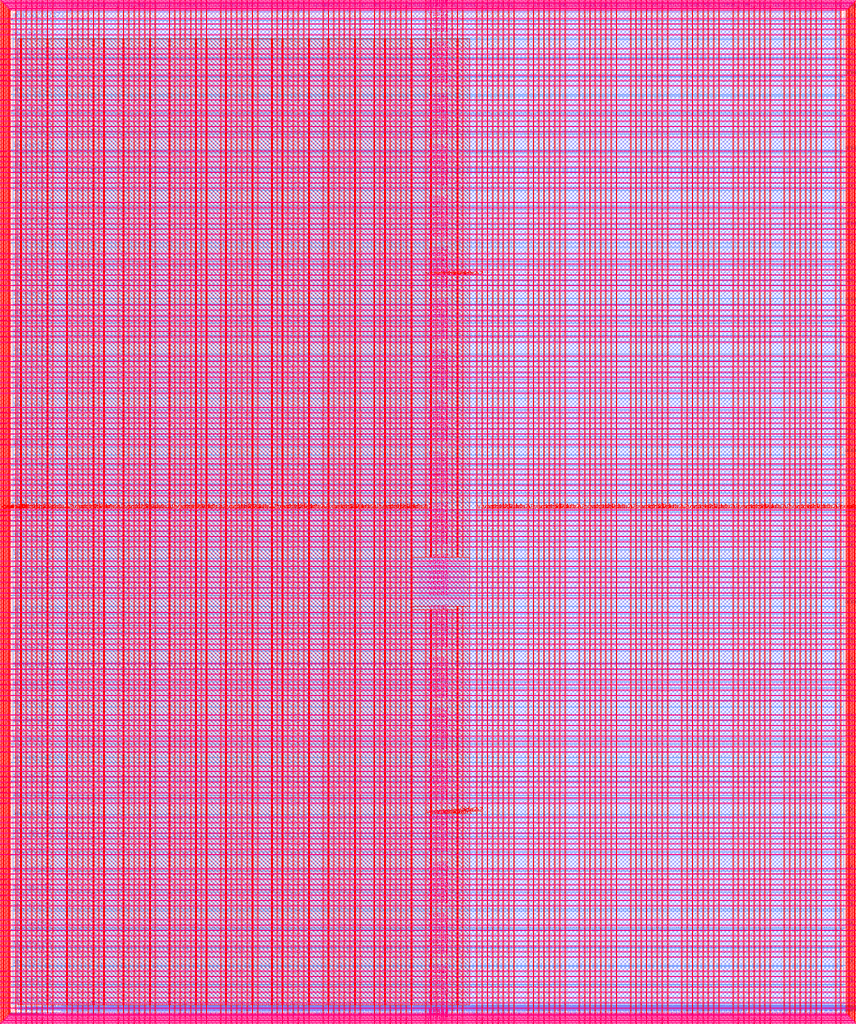
<source format=lef>
VERSION 5.7 ;
  NOWIREEXTENSIONATPIN ON ;
  DIVIDERCHAR "/" ;
  BUSBITCHARS "[]" ;
MACRO user_project_wrapper
  CLASS BLOCK ;
  FOREIGN user_project_wrapper ;
  ORIGIN 0.000 0.000 ;
  SIZE 2920.000 BY 3520.000 ;
  PIN analog_io[0]
    DIRECTION INOUT ;
    USE SIGNAL ;
    PORT
      LAYER met3 ;
        RECT 2917.600 1426.380 2924.800 1427.580 ;
    END
  END analog_io[0]
  PIN analog_io[10]
    DIRECTION INOUT ;
    USE SIGNAL ;
    PORT
      LAYER met2 ;
        RECT 2230.490 3517.600 2231.050 3524.800 ;
    END
  END analog_io[10]
  PIN analog_io[11]
    DIRECTION INOUT ;
    USE SIGNAL ;
    PORT
      LAYER met2 ;
        RECT 1905.730 3517.600 1906.290 3524.800 ;
    END
  END analog_io[11]
  PIN analog_io[12]
    DIRECTION INOUT ;
    USE SIGNAL ;
    PORT
      LAYER met2 ;
        RECT 1581.430 3517.600 1581.990 3524.800 ;
    END
  END analog_io[12]
  PIN analog_io[13]
    DIRECTION INOUT ;
    USE SIGNAL ;
    PORT
      LAYER met2 ;
        RECT 1257.130 3517.600 1257.690 3524.800 ;
    END
  END analog_io[13]
  PIN analog_io[14]
    DIRECTION INOUT ;
    USE SIGNAL ;
    PORT
      LAYER met2 ;
        RECT 932.370 3517.600 932.930 3524.800 ;
    END
  END analog_io[14]
  PIN analog_io[15]
    DIRECTION INOUT ;
    USE SIGNAL ;
    PORT
      LAYER met2 ;
        RECT 608.070 3517.600 608.630 3524.800 ;
    END
  END analog_io[15]
  PIN analog_io[16]
    DIRECTION INOUT ;
    USE SIGNAL ;
    PORT
      LAYER met2 ;
        RECT 283.770 3517.600 284.330 3524.800 ;
    END
  END analog_io[16]
  PIN analog_io[17]
    DIRECTION INOUT ;
    USE SIGNAL ;
    PORT
      LAYER met3 ;
        RECT -4.800 3486.100 2.400 3487.300 ;
    END
  END analog_io[17]
  PIN analog_io[18]
    DIRECTION INOUT ;
    USE SIGNAL ;
    PORT
      LAYER met3 ;
        RECT -4.800 3224.980 2.400 3226.180 ;
    END
  END analog_io[18]
  PIN analog_io[19]
    DIRECTION INOUT ;
    USE SIGNAL ;
    PORT
      LAYER met3 ;
        RECT -4.800 2964.540 2.400 2965.740 ;
    END
  END analog_io[19]
  PIN analog_io[1]
    DIRECTION INOUT ;
    USE SIGNAL ;
    PORT
      LAYER met3 ;
        RECT 2917.600 1692.260 2924.800 1693.460 ;
    END
  END analog_io[1]
  PIN analog_io[20]
    DIRECTION INOUT ;
    USE SIGNAL ;
    PORT
      LAYER met3 ;
        RECT -4.800 2703.420 2.400 2704.620 ;
    END
  END analog_io[20]
  PIN analog_io[21]
    DIRECTION INOUT ;
    USE SIGNAL ;
    PORT
      LAYER met3 ;
        RECT -4.800 2442.980 2.400 2444.180 ;
    END
  END analog_io[21]
  PIN analog_io[22]
    DIRECTION INOUT ;
    USE SIGNAL ;
    PORT
      LAYER met3 ;
        RECT -4.800 2182.540 2.400 2183.740 ;
    END
  END analog_io[22]
  PIN analog_io[23]
    DIRECTION INOUT ;
    USE SIGNAL ;
    PORT
      LAYER met3 ;
        RECT -4.800 1921.420 2.400 1922.620 ;
    END
  END analog_io[23]
  PIN analog_io[24]
    DIRECTION INOUT ;
    USE SIGNAL ;
    PORT
      LAYER met3 ;
        RECT -4.800 1660.980 2.400 1662.180 ;
    END
  END analog_io[24]
  PIN analog_io[25]
    DIRECTION INOUT ;
    USE SIGNAL ;
    PORT
      LAYER met3 ;
        RECT -4.800 1399.860 2.400 1401.060 ;
    END
  END analog_io[25]
  PIN analog_io[26]
    DIRECTION INOUT ;
    USE SIGNAL ;
    PORT
      LAYER met3 ;
        RECT -4.800 1139.420 2.400 1140.620 ;
    END
  END analog_io[26]
  PIN analog_io[27]
    DIRECTION INOUT ;
    USE SIGNAL ;
    PORT
      LAYER met3 ;
        RECT -4.800 878.980 2.400 880.180 ;
    END
  END analog_io[27]
  PIN analog_io[28]
    DIRECTION INOUT ;
    USE SIGNAL ;
    PORT
      LAYER met3 ;
        RECT -4.800 617.860 2.400 619.060 ;
    END
  END analog_io[28]
  PIN analog_io[2]
    DIRECTION INOUT ;
    USE SIGNAL ;
    PORT
      LAYER met3 ;
        RECT 2917.600 1958.140 2924.800 1959.340 ;
    END
  END analog_io[2]
  PIN analog_io[3]
    DIRECTION INOUT ;
    USE SIGNAL ;
    PORT
      LAYER met3 ;
        RECT 2917.600 2223.340 2924.800 2224.540 ;
    END
  END analog_io[3]
  PIN analog_io[4]
    DIRECTION INOUT ;
    USE SIGNAL ;
    PORT
      LAYER met3 ;
        RECT 2917.600 2489.220 2924.800 2490.420 ;
    END
  END analog_io[4]
  PIN analog_io[5]
    DIRECTION INOUT ;
    USE SIGNAL ;
    PORT
      LAYER met3 ;
        RECT 2917.600 2755.100 2924.800 2756.300 ;
    END
  END analog_io[5]
  PIN analog_io[6]
    DIRECTION INOUT ;
    USE SIGNAL ;
    PORT
      LAYER met3 ;
        RECT 2917.600 3020.300 2924.800 3021.500 ;
    END
  END analog_io[6]
  PIN analog_io[7]
    DIRECTION INOUT ;
    USE SIGNAL ;
    PORT
      LAYER met3 ;
        RECT 2917.600 3286.180 2924.800 3287.380 ;
    END
  END analog_io[7]
  PIN analog_io[8]
    DIRECTION INOUT ;
    USE SIGNAL ;
    PORT
      LAYER met2 ;
        RECT 2879.090 3517.600 2879.650 3524.800 ;
    END
  END analog_io[8]
  PIN analog_io[9]
    DIRECTION INOUT ;
    USE SIGNAL ;
    PORT
      LAYER met2 ;
        RECT 2554.790 3517.600 2555.350 3524.800 ;
    END
  END analog_io[9]
  PIN io_in[0]
    DIRECTION INPUT ;
    USE SIGNAL ;
    PORT
      LAYER met3 ;
        RECT 2917.600 32.380 2924.800 33.580 ;
    END
  END io_in[0]
  PIN io_in[10]
    DIRECTION INPUT ;
    USE SIGNAL ;
    PORT
      LAYER met3 ;
        RECT 2917.600 2289.980 2924.800 2291.180 ;
    END
  END io_in[10]
  PIN io_in[11]
    DIRECTION INPUT ;
    USE SIGNAL ;
    PORT
      LAYER met3 ;
        RECT 2917.600 2555.860 2924.800 2557.060 ;
    END
  END io_in[11]
  PIN io_in[12]
    DIRECTION INPUT ;
    USE SIGNAL ;
    PORT
      LAYER met3 ;
        RECT 2917.600 2821.060 2924.800 2822.260 ;
    END
  END io_in[12]
  PIN io_in[13]
    DIRECTION INPUT ;
    USE SIGNAL ;
    PORT
      LAYER met3 ;
        RECT 2917.600 3086.940 2924.800 3088.140 ;
    END
  END io_in[13]
  PIN io_in[14]
    DIRECTION INPUT ;
    USE SIGNAL ;
    PORT
      LAYER met3 ;
        RECT 2917.600 3352.820 2924.800 3354.020 ;
    END
  END io_in[14]
  PIN io_in[15]
    DIRECTION INPUT ;
    USE SIGNAL ;
    PORT
      LAYER met2 ;
        RECT 2798.130 3517.600 2798.690 3524.800 ;
    END
  END io_in[15]
  PIN io_in[16]
    DIRECTION INPUT ;
    USE SIGNAL ;
    PORT
      LAYER met2 ;
        RECT 2473.830 3517.600 2474.390 3524.800 ;
    END
  END io_in[16]
  PIN io_in[17]
    DIRECTION INPUT ;
    USE SIGNAL ;
    PORT
      LAYER met2 ;
        RECT 2149.070 3517.600 2149.630 3524.800 ;
    END
  END io_in[17]
  PIN io_in[18]
    DIRECTION INPUT ;
    USE SIGNAL ;
    PORT
      LAYER met2 ;
        RECT 1824.770 3517.600 1825.330 3524.800 ;
    END
  END io_in[18]
  PIN io_in[19]
    DIRECTION INPUT ;
    USE SIGNAL ;
    PORT
      LAYER met2 ;
        RECT 1500.470 3517.600 1501.030 3524.800 ;
    END
  END io_in[19]
  PIN io_in[1]
    DIRECTION INPUT ;
    USE SIGNAL ;
    PORT
      LAYER met3 ;
        RECT 2917.600 230.940 2924.800 232.140 ;
    END
  END io_in[1]
  PIN io_in[20]
    DIRECTION INPUT ;
    USE SIGNAL ;
    PORT
      LAYER met2 ;
        RECT 1175.710 3517.600 1176.270 3524.800 ;
    END
  END io_in[20]
  PIN io_in[21]
    DIRECTION INPUT ;
    USE SIGNAL ;
    PORT
      LAYER met2 ;
        RECT 851.410 3517.600 851.970 3524.800 ;
    END
  END io_in[21]
  PIN io_in[22]
    DIRECTION INPUT ;
    USE SIGNAL ;
    PORT
      LAYER met2 ;
        RECT 527.110 3517.600 527.670 3524.800 ;
    END
  END io_in[22]
  PIN io_in[23]
    DIRECTION INPUT ;
    USE SIGNAL ;
    PORT
      LAYER met2 ;
        RECT 202.350 3517.600 202.910 3524.800 ;
    END
  END io_in[23]
  PIN io_in[24]
    DIRECTION INPUT ;
    USE SIGNAL ;
    PORT
      LAYER met3 ;
        RECT -4.800 3420.820 2.400 3422.020 ;
    END
  END io_in[24]
  PIN io_in[25]
    DIRECTION INPUT ;
    USE SIGNAL ;
    PORT
      LAYER met3 ;
        RECT -4.800 3159.700 2.400 3160.900 ;
    END
  END io_in[25]
  PIN io_in[26]
    DIRECTION INPUT ;
    USE SIGNAL ;
    PORT
      LAYER met3 ;
        RECT -4.800 2899.260 2.400 2900.460 ;
    END
  END io_in[26]
  PIN io_in[27]
    DIRECTION INPUT ;
    USE SIGNAL ;
    PORT
      LAYER met3 ;
        RECT -4.800 2638.820 2.400 2640.020 ;
    END
  END io_in[27]
  PIN io_in[28]
    DIRECTION INPUT ;
    USE SIGNAL ;
    PORT
      LAYER met3 ;
        RECT -4.800 2377.700 2.400 2378.900 ;
    END
  END io_in[28]
  PIN io_in[29]
    DIRECTION INPUT ;
    USE SIGNAL ;
    PORT
      LAYER met3 ;
        RECT -4.800 2117.260 2.400 2118.460 ;
    END
  END io_in[29]
  PIN io_in[2]
    DIRECTION INPUT ;
    USE SIGNAL ;
    PORT
      LAYER met3 ;
        RECT 2917.600 430.180 2924.800 431.380 ;
    END
  END io_in[2]
  PIN io_in[30]
    DIRECTION INPUT ;
    USE SIGNAL ;
    PORT
      LAYER met3 ;
        RECT -4.800 1856.140 2.400 1857.340 ;
    END
  END io_in[30]
  PIN io_in[31]
    DIRECTION INPUT ;
    USE SIGNAL ;
    PORT
      LAYER met3 ;
        RECT -4.800 1595.700 2.400 1596.900 ;
    END
  END io_in[31]
  PIN io_in[32]
    DIRECTION INPUT ;
    USE SIGNAL ;
    PORT
      LAYER met3 ;
        RECT -4.800 1335.260 2.400 1336.460 ;
    END
  END io_in[32]
  PIN io_in[33]
    DIRECTION INPUT ;
    USE SIGNAL ;
    PORT
      LAYER met3 ;
        RECT -4.800 1074.140 2.400 1075.340 ;
    END
  END io_in[33]
  PIN io_in[34]
    DIRECTION INPUT ;
    USE SIGNAL ;
    PORT
      LAYER met3 ;
        RECT -4.800 813.700 2.400 814.900 ;
    END
  END io_in[34]
  PIN io_in[35]
    DIRECTION INPUT ;
    USE SIGNAL ;
    PORT
      LAYER met3 ;
        RECT -4.800 552.580 2.400 553.780 ;
    END
  END io_in[35]
  PIN io_in[36]
    DIRECTION INPUT ;
    USE SIGNAL ;
    PORT
      LAYER met3 ;
        RECT -4.800 357.420 2.400 358.620 ;
    END
  END io_in[36]
  PIN io_in[37]
    DIRECTION INPUT ;
    USE SIGNAL ;
    PORT
      LAYER met3 ;
        RECT -4.800 161.580 2.400 162.780 ;
    END
  END io_in[37]
  PIN io_in[3]
    DIRECTION INPUT ;
    USE SIGNAL ;
    PORT
      LAYER met3 ;
        RECT 2917.600 629.420 2924.800 630.620 ;
    END
  END io_in[3]
  PIN io_in[4]
    DIRECTION INPUT ;
    USE SIGNAL ;
    PORT
      LAYER met3 ;
        RECT 2917.600 828.660 2924.800 829.860 ;
    END
  END io_in[4]
  PIN io_in[5]
    DIRECTION INPUT ;
    USE SIGNAL ;
    PORT
      LAYER met3 ;
        RECT 2917.600 1027.900 2924.800 1029.100 ;
    END
  END io_in[5]
  PIN io_in[6]
    DIRECTION INPUT ;
    USE SIGNAL ;
    PORT
      LAYER met3 ;
        RECT 2917.600 1227.140 2924.800 1228.340 ;
    END
  END io_in[6]
  PIN io_in[7]
    DIRECTION INPUT ;
    USE SIGNAL ;
    PORT
      LAYER met3 ;
        RECT 2917.600 1493.020 2924.800 1494.220 ;
    END
  END io_in[7]
  PIN io_in[8]
    DIRECTION INPUT ;
    USE SIGNAL ;
    PORT
      LAYER met3 ;
        RECT 2917.600 1758.900 2924.800 1760.100 ;
    END
  END io_in[8]
  PIN io_in[9]
    DIRECTION INPUT ;
    USE SIGNAL ;
    PORT
      LAYER met3 ;
        RECT 2917.600 2024.100 2924.800 2025.300 ;
    END
  END io_in[9]
  PIN io_oeb[0]
    DIRECTION OUTPUT TRISTATE ;
    USE SIGNAL ;
    PORT
      LAYER met3 ;
        RECT 2917.600 164.980 2924.800 166.180 ;
    END
  END io_oeb[0]
  PIN io_oeb[10]
    DIRECTION OUTPUT TRISTATE ;
    USE SIGNAL ;
    PORT
      LAYER met3 ;
        RECT 2917.600 2422.580 2924.800 2423.780 ;
    END
  END io_oeb[10]
  PIN io_oeb[11]
    DIRECTION OUTPUT TRISTATE ;
    USE SIGNAL ;
    PORT
      LAYER met3 ;
        RECT 2917.600 2688.460 2924.800 2689.660 ;
    END
  END io_oeb[11]
  PIN io_oeb[12]
    DIRECTION OUTPUT TRISTATE ;
    USE SIGNAL ;
    PORT
      LAYER met3 ;
        RECT 2917.600 2954.340 2924.800 2955.540 ;
    END
  END io_oeb[12]
  PIN io_oeb[13]
    DIRECTION OUTPUT TRISTATE ;
    USE SIGNAL ;
    PORT
      LAYER met3 ;
        RECT 2917.600 3219.540 2924.800 3220.740 ;
    END
  END io_oeb[13]
  PIN io_oeb[14]
    DIRECTION OUTPUT TRISTATE ;
    USE SIGNAL ;
    PORT
      LAYER met3 ;
        RECT 2917.600 3485.420 2924.800 3486.620 ;
    END
  END io_oeb[14]
  PIN io_oeb[15]
    DIRECTION OUTPUT TRISTATE ;
    USE SIGNAL ;
    PORT
      LAYER met2 ;
        RECT 2635.750 3517.600 2636.310 3524.800 ;
    END
  END io_oeb[15]
  PIN io_oeb[16]
    DIRECTION OUTPUT TRISTATE ;
    USE SIGNAL ;
    PORT
      LAYER met2 ;
        RECT 2311.450 3517.600 2312.010 3524.800 ;
    END
  END io_oeb[16]
  PIN io_oeb[17]
    DIRECTION OUTPUT TRISTATE ;
    USE SIGNAL ;
    PORT
      LAYER met2 ;
        RECT 1987.150 3517.600 1987.710 3524.800 ;
    END
  END io_oeb[17]
  PIN io_oeb[18]
    DIRECTION OUTPUT TRISTATE ;
    USE SIGNAL ;
    PORT
      LAYER met2 ;
        RECT 1662.390 3517.600 1662.950 3524.800 ;
    END
  END io_oeb[18]
  PIN io_oeb[19]
    DIRECTION OUTPUT TRISTATE ;
    USE SIGNAL ;
    PORT
      LAYER met2 ;
        RECT 1338.090 3517.600 1338.650 3524.800 ;
    END
  END io_oeb[19]
  PIN io_oeb[1]
    DIRECTION OUTPUT TRISTATE ;
    USE SIGNAL ;
    PORT
      LAYER met3 ;
        RECT 2917.600 364.220 2924.800 365.420 ;
    END
  END io_oeb[1]
  PIN io_oeb[20]
    DIRECTION OUTPUT TRISTATE ;
    USE SIGNAL ;
    PORT
      LAYER met2 ;
        RECT 1013.790 3517.600 1014.350 3524.800 ;
    END
  END io_oeb[20]
  PIN io_oeb[21]
    DIRECTION OUTPUT TRISTATE ;
    USE SIGNAL ;
    PORT
      LAYER met2 ;
        RECT 689.030 3517.600 689.590 3524.800 ;
    END
  END io_oeb[21]
  PIN io_oeb[22]
    DIRECTION OUTPUT TRISTATE ;
    USE SIGNAL ;
    PORT
      LAYER met2 ;
        RECT 364.730 3517.600 365.290 3524.800 ;
    END
  END io_oeb[22]
  PIN io_oeb[23]
    DIRECTION OUTPUT TRISTATE ;
    USE SIGNAL ;
    PORT
      LAYER met2 ;
        RECT 40.430 3517.600 40.990 3524.800 ;
    END
  END io_oeb[23]
  PIN io_oeb[24]
    DIRECTION OUTPUT TRISTATE ;
    USE SIGNAL ;
    PORT
      LAYER met3 ;
        RECT -4.800 3290.260 2.400 3291.460 ;
    END
  END io_oeb[24]
  PIN io_oeb[25]
    DIRECTION OUTPUT TRISTATE ;
    USE SIGNAL ;
    PORT
      LAYER met3 ;
        RECT -4.800 3029.820 2.400 3031.020 ;
    END
  END io_oeb[25]
  PIN io_oeb[26]
    DIRECTION OUTPUT TRISTATE ;
    USE SIGNAL ;
    PORT
      LAYER met3 ;
        RECT -4.800 2768.700 2.400 2769.900 ;
    END
  END io_oeb[26]
  PIN io_oeb[27]
    DIRECTION OUTPUT TRISTATE ;
    USE SIGNAL ;
    PORT
      LAYER met3 ;
        RECT -4.800 2508.260 2.400 2509.460 ;
    END
  END io_oeb[27]
  PIN io_oeb[28]
    DIRECTION OUTPUT TRISTATE ;
    USE SIGNAL ;
    PORT
      LAYER met3 ;
        RECT -4.800 2247.140 2.400 2248.340 ;
    END
  END io_oeb[28]
  PIN io_oeb[29]
    DIRECTION OUTPUT TRISTATE ;
    USE SIGNAL ;
    PORT
      LAYER met3 ;
        RECT -4.800 1986.700 2.400 1987.900 ;
    END
  END io_oeb[29]
  PIN io_oeb[2]
    DIRECTION OUTPUT TRISTATE ;
    USE SIGNAL ;
    PORT
      LAYER met3 ;
        RECT 2917.600 563.460 2924.800 564.660 ;
    END
  END io_oeb[2]
  PIN io_oeb[30]
    DIRECTION OUTPUT TRISTATE ;
    USE SIGNAL ;
    PORT
      LAYER met3 ;
        RECT -4.800 1726.260 2.400 1727.460 ;
    END
  END io_oeb[30]
  PIN io_oeb[31]
    DIRECTION OUTPUT TRISTATE ;
    USE SIGNAL ;
    PORT
      LAYER met3 ;
        RECT -4.800 1465.140 2.400 1466.340 ;
    END
  END io_oeb[31]
  PIN io_oeb[32]
    DIRECTION OUTPUT TRISTATE ;
    USE SIGNAL ;
    PORT
      LAYER met3 ;
        RECT -4.800 1204.700 2.400 1205.900 ;
    END
  END io_oeb[32]
  PIN io_oeb[33]
    DIRECTION OUTPUT TRISTATE ;
    USE SIGNAL ;
    PORT
      LAYER met3 ;
        RECT -4.800 943.580 2.400 944.780 ;
    END
  END io_oeb[33]
  PIN io_oeb[34]
    DIRECTION OUTPUT TRISTATE ;
    USE SIGNAL ;
    PORT
      LAYER met3 ;
        RECT -4.800 683.140 2.400 684.340 ;
    END
  END io_oeb[34]
  PIN io_oeb[35]
    DIRECTION OUTPUT TRISTATE ;
    USE SIGNAL ;
    PORT
      LAYER met3 ;
        RECT -4.800 422.700 2.400 423.900 ;
    END
  END io_oeb[35]
  PIN io_oeb[36]
    DIRECTION OUTPUT TRISTATE ;
    USE SIGNAL ;
    PORT
      LAYER met3 ;
        RECT -4.800 226.860 2.400 228.060 ;
    END
  END io_oeb[36]
  PIN io_oeb[37]
    DIRECTION OUTPUT TRISTATE ;
    USE SIGNAL ;
    PORT
      LAYER met3 ;
        RECT -4.800 31.700 2.400 32.900 ;
    END
  END io_oeb[37]
  PIN io_oeb[3]
    DIRECTION OUTPUT TRISTATE ;
    USE SIGNAL ;
    PORT
      LAYER met3 ;
        RECT 2917.600 762.700 2924.800 763.900 ;
    END
  END io_oeb[3]
  PIN io_oeb[4]
    DIRECTION OUTPUT TRISTATE ;
    USE SIGNAL ;
    PORT
      LAYER met3 ;
        RECT 2917.600 961.940 2924.800 963.140 ;
    END
  END io_oeb[4]
  PIN io_oeb[5]
    DIRECTION OUTPUT TRISTATE ;
    USE SIGNAL ;
    PORT
      LAYER met3 ;
        RECT 2917.600 1161.180 2924.800 1162.380 ;
    END
  END io_oeb[5]
  PIN io_oeb[6]
    DIRECTION OUTPUT TRISTATE ;
    USE SIGNAL ;
    PORT
      LAYER met3 ;
        RECT 2917.600 1360.420 2924.800 1361.620 ;
    END
  END io_oeb[6]
  PIN io_oeb[7]
    DIRECTION OUTPUT TRISTATE ;
    USE SIGNAL ;
    PORT
      LAYER met3 ;
        RECT 2917.600 1625.620 2924.800 1626.820 ;
    END
  END io_oeb[7]
  PIN io_oeb[8]
    DIRECTION OUTPUT TRISTATE ;
    USE SIGNAL ;
    PORT
      LAYER met3 ;
        RECT 2917.600 1891.500 2924.800 1892.700 ;
    END
  END io_oeb[8]
  PIN io_oeb[9]
    DIRECTION OUTPUT TRISTATE ;
    USE SIGNAL ;
    PORT
      LAYER met3 ;
        RECT 2917.600 2157.380 2924.800 2158.580 ;
    END
  END io_oeb[9]
  PIN io_out[0]
    DIRECTION OUTPUT TRISTATE ;
    USE SIGNAL ;
    PORT
      LAYER met3 ;
        RECT 2917.600 98.340 2924.800 99.540 ;
    END
  END io_out[0]
  PIN io_out[10]
    DIRECTION OUTPUT TRISTATE ;
    USE SIGNAL ;
    PORT
      LAYER met3 ;
        RECT 2917.600 2356.620 2924.800 2357.820 ;
    END
  END io_out[10]
  PIN io_out[11]
    DIRECTION OUTPUT TRISTATE ;
    USE SIGNAL ;
    PORT
      LAYER met3 ;
        RECT 2917.600 2621.820 2924.800 2623.020 ;
    END
  END io_out[11]
  PIN io_out[12]
    DIRECTION OUTPUT TRISTATE ;
    USE SIGNAL ;
    PORT
      LAYER met3 ;
        RECT 2917.600 2887.700 2924.800 2888.900 ;
    END
  END io_out[12]
  PIN io_out[13]
    DIRECTION OUTPUT TRISTATE ;
    USE SIGNAL ;
    PORT
      LAYER met3 ;
        RECT 2917.600 3153.580 2924.800 3154.780 ;
    END
  END io_out[13]
  PIN io_out[14]
    DIRECTION OUTPUT TRISTATE ;
    USE SIGNAL ;
    PORT
      LAYER met3 ;
        RECT 2917.600 3418.780 2924.800 3419.980 ;
    END
  END io_out[14]
  PIN io_out[15]
    DIRECTION OUTPUT TRISTATE ;
    USE SIGNAL ;
    PORT
      LAYER met2 ;
        RECT 2717.170 3517.600 2717.730 3524.800 ;
    END
  END io_out[15]
  PIN io_out[16]
    DIRECTION OUTPUT TRISTATE ;
    USE SIGNAL ;
    PORT
      LAYER met2 ;
        RECT 2392.410 3517.600 2392.970 3524.800 ;
    END
  END io_out[16]
  PIN io_out[17]
    DIRECTION OUTPUT TRISTATE ;
    USE SIGNAL ;
    PORT
      LAYER met2 ;
        RECT 2068.110 3517.600 2068.670 3524.800 ;
    END
  END io_out[17]
  PIN io_out[18]
    DIRECTION OUTPUT TRISTATE ;
    USE SIGNAL ;
    PORT
      LAYER met2 ;
        RECT 1743.810 3517.600 1744.370 3524.800 ;
    END
  END io_out[18]
  PIN io_out[19]
    DIRECTION OUTPUT TRISTATE ;
    USE SIGNAL ;
    PORT
      LAYER met2 ;
        RECT 1419.050 3517.600 1419.610 3524.800 ;
    END
  END io_out[19]
  PIN io_out[1]
    DIRECTION OUTPUT TRISTATE ;
    USE SIGNAL ;
    PORT
      LAYER met3 ;
        RECT 2917.600 297.580 2924.800 298.780 ;
    END
  END io_out[1]
  PIN io_out[20]
    DIRECTION OUTPUT TRISTATE ;
    USE SIGNAL ;
    PORT
      LAYER met2 ;
        RECT 1094.750 3517.600 1095.310 3524.800 ;
    END
  END io_out[20]
  PIN io_out[21]
    DIRECTION OUTPUT TRISTATE ;
    USE SIGNAL ;
    PORT
      LAYER met2 ;
        RECT 770.450 3517.600 771.010 3524.800 ;
    END
  END io_out[21]
  PIN io_out[22]
    DIRECTION OUTPUT TRISTATE ;
    USE SIGNAL ;
    PORT
      LAYER met2 ;
        RECT 445.690 3517.600 446.250 3524.800 ;
    END
  END io_out[22]
  PIN io_out[23]
    DIRECTION OUTPUT TRISTATE ;
    USE SIGNAL ;
    PORT
      LAYER met2 ;
        RECT 121.390 3517.600 121.950 3524.800 ;
    END
  END io_out[23]
  PIN io_out[24]
    DIRECTION OUTPUT TRISTATE ;
    USE SIGNAL ;
    PORT
      LAYER met3 ;
        RECT -4.800 3355.540 2.400 3356.740 ;
    END
  END io_out[24]
  PIN io_out[25]
    DIRECTION OUTPUT TRISTATE ;
    USE SIGNAL ;
    PORT
      LAYER met3 ;
        RECT -4.800 3095.100 2.400 3096.300 ;
    END
  END io_out[25]
  PIN io_out[26]
    DIRECTION OUTPUT TRISTATE ;
    USE SIGNAL ;
    PORT
      LAYER met3 ;
        RECT -4.800 2833.980 2.400 2835.180 ;
    END
  END io_out[26]
  PIN io_out[27]
    DIRECTION OUTPUT TRISTATE ;
    USE SIGNAL ;
    PORT
      LAYER met3 ;
        RECT -4.800 2573.540 2.400 2574.740 ;
    END
  END io_out[27]
  PIN io_out[28]
    DIRECTION OUTPUT TRISTATE ;
    USE SIGNAL ;
    PORT
      LAYER met3 ;
        RECT -4.800 2312.420 2.400 2313.620 ;
    END
  END io_out[28]
  PIN io_out[29]
    DIRECTION OUTPUT TRISTATE ;
    USE SIGNAL ;
    PORT
      LAYER met3 ;
        RECT -4.800 2051.980 2.400 2053.180 ;
    END
  END io_out[29]
  PIN io_out[2]
    DIRECTION OUTPUT TRISTATE ;
    USE SIGNAL ;
    PORT
      LAYER met3 ;
        RECT 2917.600 496.820 2924.800 498.020 ;
    END
  END io_out[2]
  PIN io_out[30]
    DIRECTION OUTPUT TRISTATE ;
    USE SIGNAL ;
    PORT
      LAYER met3 ;
        RECT -4.800 1791.540 2.400 1792.740 ;
    END
  END io_out[30]
  PIN io_out[31]
    DIRECTION OUTPUT TRISTATE ;
    USE SIGNAL ;
    PORT
      LAYER met3 ;
        RECT -4.800 1530.420 2.400 1531.620 ;
    END
  END io_out[31]
  PIN io_out[32]
    DIRECTION OUTPUT TRISTATE ;
    USE SIGNAL ;
    PORT
      LAYER met3 ;
        RECT -4.800 1269.980 2.400 1271.180 ;
    END
  END io_out[32]
  PIN io_out[33]
    DIRECTION OUTPUT TRISTATE ;
    USE SIGNAL ;
    PORT
      LAYER met3 ;
        RECT -4.800 1008.860 2.400 1010.060 ;
    END
  END io_out[33]
  PIN io_out[34]
    DIRECTION OUTPUT TRISTATE ;
    USE SIGNAL ;
    PORT
      LAYER met3 ;
        RECT -4.800 748.420 2.400 749.620 ;
    END
  END io_out[34]
  PIN io_out[35]
    DIRECTION OUTPUT TRISTATE ;
    USE SIGNAL ;
    PORT
      LAYER met3 ;
        RECT -4.800 487.300 2.400 488.500 ;
    END
  END io_out[35]
  PIN io_out[36]
    DIRECTION OUTPUT TRISTATE ;
    USE SIGNAL ;
    PORT
      LAYER met3 ;
        RECT -4.800 292.140 2.400 293.340 ;
    END
  END io_out[36]
  PIN io_out[37]
    DIRECTION OUTPUT TRISTATE ;
    USE SIGNAL ;
    PORT
      LAYER met3 ;
        RECT -4.800 96.300 2.400 97.500 ;
    END
  END io_out[37]
  PIN io_out[3]
    DIRECTION OUTPUT TRISTATE ;
    USE SIGNAL ;
    PORT
      LAYER met3 ;
        RECT 2917.600 696.060 2924.800 697.260 ;
    END
  END io_out[3]
  PIN io_out[4]
    DIRECTION OUTPUT TRISTATE ;
    USE SIGNAL ;
    PORT
      LAYER met3 ;
        RECT 2917.600 895.300 2924.800 896.500 ;
    END
  END io_out[4]
  PIN io_out[5]
    DIRECTION OUTPUT TRISTATE ;
    USE SIGNAL ;
    PORT
      LAYER met3 ;
        RECT 2917.600 1094.540 2924.800 1095.740 ;
    END
  END io_out[5]
  PIN io_out[6]
    DIRECTION OUTPUT TRISTATE ;
    USE SIGNAL ;
    PORT
      LAYER met3 ;
        RECT 2917.600 1293.780 2924.800 1294.980 ;
    END
  END io_out[6]
  PIN io_out[7]
    DIRECTION OUTPUT TRISTATE ;
    USE SIGNAL ;
    PORT
      LAYER met3 ;
        RECT 2917.600 1559.660 2924.800 1560.860 ;
    END
  END io_out[7]
  PIN io_out[8]
    DIRECTION OUTPUT TRISTATE ;
    USE SIGNAL ;
    PORT
      LAYER met3 ;
        RECT 2917.600 1824.860 2924.800 1826.060 ;
    END
  END io_out[8]
  PIN io_out[9]
    DIRECTION OUTPUT TRISTATE ;
    USE SIGNAL ;
    PORT
      LAYER met3 ;
        RECT 2917.600 2090.740 2924.800 2091.940 ;
    END
  END io_out[9]
  PIN la_data_in[0]
    DIRECTION INPUT ;
    USE SIGNAL ;
    PORT
      LAYER met2 ;
        RECT 629.230 -4.800 629.790 2.400 ;
    END
  END la_data_in[0]
  PIN la_data_in[100]
    DIRECTION INPUT ;
    USE SIGNAL ;
    PORT
      LAYER met2 ;
        RECT 2402.530 -4.800 2403.090 2.400 ;
    END
  END la_data_in[100]
  PIN la_data_in[101]
    DIRECTION INPUT ;
    USE SIGNAL ;
    PORT
      LAYER met2 ;
        RECT 2420.010 -4.800 2420.570 2.400 ;
    END
  END la_data_in[101]
  PIN la_data_in[102]
    DIRECTION INPUT ;
    USE SIGNAL ;
    PORT
      LAYER met2 ;
        RECT 2437.950 -4.800 2438.510 2.400 ;
    END
  END la_data_in[102]
  PIN la_data_in[103]
    DIRECTION INPUT ;
    USE SIGNAL ;
    PORT
      LAYER met2 ;
        RECT 2455.430 -4.800 2455.990 2.400 ;
    END
  END la_data_in[103]
  PIN la_data_in[104]
    DIRECTION INPUT ;
    USE SIGNAL ;
    PORT
      LAYER met2 ;
        RECT 2473.370 -4.800 2473.930 2.400 ;
    END
  END la_data_in[104]
  PIN la_data_in[105]
    DIRECTION INPUT ;
    USE SIGNAL ;
    PORT
      LAYER met2 ;
        RECT 2490.850 -4.800 2491.410 2.400 ;
    END
  END la_data_in[105]
  PIN la_data_in[106]
    DIRECTION INPUT ;
    USE SIGNAL ;
    PORT
      LAYER met2 ;
        RECT 2508.790 -4.800 2509.350 2.400 ;
    END
  END la_data_in[106]
  PIN la_data_in[107]
    DIRECTION INPUT ;
    USE SIGNAL ;
    PORT
      LAYER met2 ;
        RECT 2526.730 -4.800 2527.290 2.400 ;
    END
  END la_data_in[107]
  PIN la_data_in[108]
    DIRECTION INPUT ;
    USE SIGNAL ;
    PORT
      LAYER met2 ;
        RECT 2544.210 -4.800 2544.770 2.400 ;
    END
  END la_data_in[108]
  PIN la_data_in[109]
    DIRECTION INPUT ;
    USE SIGNAL ;
    PORT
      LAYER met2 ;
        RECT 2562.150 -4.800 2562.710 2.400 ;
    END
  END la_data_in[109]
  PIN la_data_in[10]
    DIRECTION INPUT ;
    USE SIGNAL ;
    PORT
      LAYER met2 ;
        RECT 806.330 -4.800 806.890 2.400 ;
    END
  END la_data_in[10]
  PIN la_data_in[110]
    DIRECTION INPUT ;
    USE SIGNAL ;
    PORT
      LAYER met2 ;
        RECT 2579.630 -4.800 2580.190 2.400 ;
    END
  END la_data_in[110]
  PIN la_data_in[111]
    DIRECTION INPUT ;
    USE SIGNAL ;
    PORT
      LAYER met2 ;
        RECT 2597.570 -4.800 2598.130 2.400 ;
    END
  END la_data_in[111]
  PIN la_data_in[112]
    DIRECTION INPUT ;
    USE SIGNAL ;
    PORT
      LAYER met2 ;
        RECT 2615.050 -4.800 2615.610 2.400 ;
    END
  END la_data_in[112]
  PIN la_data_in[113]
    DIRECTION INPUT ;
    USE SIGNAL ;
    PORT
      LAYER met2 ;
        RECT 2632.990 -4.800 2633.550 2.400 ;
    END
  END la_data_in[113]
  PIN la_data_in[114]
    DIRECTION INPUT ;
    USE SIGNAL ;
    PORT
      LAYER met2 ;
        RECT 2650.470 -4.800 2651.030 2.400 ;
    END
  END la_data_in[114]
  PIN la_data_in[115]
    DIRECTION INPUT ;
    USE SIGNAL ;
    PORT
      LAYER met2 ;
        RECT 2668.410 -4.800 2668.970 2.400 ;
    END
  END la_data_in[115]
  PIN la_data_in[116]
    DIRECTION INPUT ;
    USE SIGNAL ;
    PORT
      LAYER met2 ;
        RECT 2685.890 -4.800 2686.450 2.400 ;
    END
  END la_data_in[116]
  PIN la_data_in[117]
    DIRECTION INPUT ;
    USE SIGNAL ;
    PORT
      LAYER met2 ;
        RECT 2703.830 -4.800 2704.390 2.400 ;
    END
  END la_data_in[117]
  PIN la_data_in[118]
    DIRECTION INPUT ;
    USE SIGNAL ;
    PORT
      LAYER met2 ;
        RECT 2721.770 -4.800 2722.330 2.400 ;
    END
  END la_data_in[118]
  PIN la_data_in[119]
    DIRECTION INPUT ;
    USE SIGNAL ;
    PORT
      LAYER met2 ;
        RECT 2739.250 -4.800 2739.810 2.400 ;
    END
  END la_data_in[119]
  PIN la_data_in[11]
    DIRECTION INPUT ;
    USE SIGNAL ;
    PORT
      LAYER met2 ;
        RECT 824.270 -4.800 824.830 2.400 ;
    END
  END la_data_in[11]
  PIN la_data_in[120]
    DIRECTION INPUT ;
    USE SIGNAL ;
    PORT
      LAYER met2 ;
        RECT 2757.190 -4.800 2757.750 2.400 ;
    END
  END la_data_in[120]
  PIN la_data_in[121]
    DIRECTION INPUT ;
    USE SIGNAL ;
    PORT
      LAYER met2 ;
        RECT 2774.670 -4.800 2775.230 2.400 ;
    END
  END la_data_in[121]
  PIN la_data_in[122]
    DIRECTION INPUT ;
    USE SIGNAL ;
    PORT
      LAYER met2 ;
        RECT 2792.610 -4.800 2793.170 2.400 ;
    END
  END la_data_in[122]
  PIN la_data_in[123]
    DIRECTION INPUT ;
    USE SIGNAL ;
    PORT
      LAYER met2 ;
        RECT 2810.090 -4.800 2810.650 2.400 ;
    END
  END la_data_in[123]
  PIN la_data_in[124]
    DIRECTION INPUT ;
    USE SIGNAL ;
    PORT
      LAYER met2 ;
        RECT 2828.030 -4.800 2828.590 2.400 ;
    END
  END la_data_in[124]
  PIN la_data_in[125]
    DIRECTION INPUT ;
    USE SIGNAL ;
    PORT
      LAYER met2 ;
        RECT 2845.510 -4.800 2846.070 2.400 ;
    END
  END la_data_in[125]
  PIN la_data_in[126]
    DIRECTION INPUT ;
    USE SIGNAL ;
    PORT
      LAYER met2 ;
        RECT 2863.450 -4.800 2864.010 2.400 ;
    END
  END la_data_in[126]
  PIN la_data_in[127]
    DIRECTION INPUT ;
    USE SIGNAL ;
    PORT
      LAYER met2 ;
        RECT 2881.390 -4.800 2881.950 2.400 ;
    END
  END la_data_in[127]
  PIN la_data_in[12]
    DIRECTION INPUT ;
    USE SIGNAL ;
    PORT
      LAYER met2 ;
        RECT 841.750 -4.800 842.310 2.400 ;
    END
  END la_data_in[12]
  PIN la_data_in[13]
    DIRECTION INPUT ;
    USE SIGNAL ;
    PORT
      LAYER met2 ;
        RECT 859.690 -4.800 860.250 2.400 ;
    END
  END la_data_in[13]
  PIN la_data_in[14]
    DIRECTION INPUT ;
    USE SIGNAL ;
    PORT
      LAYER met2 ;
        RECT 877.170 -4.800 877.730 2.400 ;
    END
  END la_data_in[14]
  PIN la_data_in[15]
    DIRECTION INPUT ;
    USE SIGNAL ;
    PORT
      LAYER met2 ;
        RECT 895.110 -4.800 895.670 2.400 ;
    END
  END la_data_in[15]
  PIN la_data_in[16]
    DIRECTION INPUT ;
    USE SIGNAL ;
    PORT
      LAYER met2 ;
        RECT 912.590 -4.800 913.150 2.400 ;
    END
  END la_data_in[16]
  PIN la_data_in[17]
    DIRECTION INPUT ;
    USE SIGNAL ;
    PORT
      LAYER met2 ;
        RECT 930.530 -4.800 931.090 2.400 ;
    END
  END la_data_in[17]
  PIN la_data_in[18]
    DIRECTION INPUT ;
    USE SIGNAL ;
    PORT
      LAYER met2 ;
        RECT 948.470 -4.800 949.030 2.400 ;
    END
  END la_data_in[18]
  PIN la_data_in[19]
    DIRECTION INPUT ;
    USE SIGNAL ;
    PORT
      LAYER met2 ;
        RECT 965.950 -4.800 966.510 2.400 ;
    END
  END la_data_in[19]
  PIN la_data_in[1]
    DIRECTION INPUT ;
    USE SIGNAL ;
    PORT
      LAYER met2 ;
        RECT 646.710 -4.800 647.270 2.400 ;
    END
  END la_data_in[1]
  PIN la_data_in[20]
    DIRECTION INPUT ;
    USE SIGNAL ;
    PORT
      LAYER met2 ;
        RECT 983.890 -4.800 984.450 2.400 ;
    END
  END la_data_in[20]
  PIN la_data_in[21]
    DIRECTION INPUT ;
    USE SIGNAL ;
    PORT
      LAYER met2 ;
        RECT 1001.370 -4.800 1001.930 2.400 ;
    END
  END la_data_in[21]
  PIN la_data_in[22]
    DIRECTION INPUT ;
    USE SIGNAL ;
    PORT
      LAYER met2 ;
        RECT 1019.310 -4.800 1019.870 2.400 ;
    END
  END la_data_in[22]
  PIN la_data_in[23]
    DIRECTION INPUT ;
    USE SIGNAL ;
    PORT
      LAYER met2 ;
        RECT 1036.790 -4.800 1037.350 2.400 ;
    END
  END la_data_in[23]
  PIN la_data_in[24]
    DIRECTION INPUT ;
    USE SIGNAL ;
    PORT
      LAYER met2 ;
        RECT 1054.730 -4.800 1055.290 2.400 ;
    END
  END la_data_in[24]
  PIN la_data_in[25]
    DIRECTION INPUT ;
    USE SIGNAL ;
    PORT
      LAYER met2 ;
        RECT 1072.210 -4.800 1072.770 2.400 ;
    END
  END la_data_in[25]
  PIN la_data_in[26]
    DIRECTION INPUT ;
    USE SIGNAL ;
    PORT
      LAYER met2 ;
        RECT 1090.150 -4.800 1090.710 2.400 ;
    END
  END la_data_in[26]
  PIN la_data_in[27]
    DIRECTION INPUT ;
    USE SIGNAL ;
    PORT
      LAYER met2 ;
        RECT 1107.630 -4.800 1108.190 2.400 ;
    END
  END la_data_in[27]
  PIN la_data_in[28]
    DIRECTION INPUT ;
    USE SIGNAL ;
    PORT
      LAYER met2 ;
        RECT 1125.570 -4.800 1126.130 2.400 ;
    END
  END la_data_in[28]
  PIN la_data_in[29]
    DIRECTION INPUT ;
    USE SIGNAL ;
    PORT
      LAYER met2 ;
        RECT 1143.510 -4.800 1144.070 2.400 ;
    END
  END la_data_in[29]
  PIN la_data_in[2]
    DIRECTION INPUT ;
    USE SIGNAL ;
    PORT
      LAYER met2 ;
        RECT 664.650 -4.800 665.210 2.400 ;
    END
  END la_data_in[2]
  PIN la_data_in[30]
    DIRECTION INPUT ;
    USE SIGNAL ;
    PORT
      LAYER met2 ;
        RECT 1160.990 -4.800 1161.550 2.400 ;
    END
  END la_data_in[30]
  PIN la_data_in[31]
    DIRECTION INPUT ;
    USE SIGNAL ;
    PORT
      LAYER met2 ;
        RECT 1178.930 -4.800 1179.490 2.400 ;
    END
  END la_data_in[31]
  PIN la_data_in[32]
    DIRECTION INPUT ;
    USE SIGNAL ;
    PORT
      LAYER met2 ;
        RECT 1196.410 -4.800 1196.970 2.400 ;
    END
  END la_data_in[32]
  PIN la_data_in[33]
    DIRECTION INPUT ;
    USE SIGNAL ;
    PORT
      LAYER met2 ;
        RECT 1214.350 -4.800 1214.910 2.400 ;
    END
  END la_data_in[33]
  PIN la_data_in[34]
    DIRECTION INPUT ;
    USE SIGNAL ;
    PORT
      LAYER met2 ;
        RECT 1231.830 -4.800 1232.390 2.400 ;
    END
  END la_data_in[34]
  PIN la_data_in[35]
    DIRECTION INPUT ;
    USE SIGNAL ;
    PORT
      LAYER met2 ;
        RECT 1249.770 -4.800 1250.330 2.400 ;
    END
  END la_data_in[35]
  PIN la_data_in[36]
    DIRECTION INPUT ;
    USE SIGNAL ;
    PORT
      LAYER met2 ;
        RECT 1267.250 -4.800 1267.810 2.400 ;
    END
  END la_data_in[36]
  PIN la_data_in[37]
    DIRECTION INPUT ;
    USE SIGNAL ;
    PORT
      LAYER met2 ;
        RECT 1285.190 -4.800 1285.750 2.400 ;
    END
  END la_data_in[37]
  PIN la_data_in[38]
    DIRECTION INPUT ;
    USE SIGNAL ;
    PORT
      LAYER met2 ;
        RECT 1303.130 -4.800 1303.690 2.400 ;
    END
  END la_data_in[38]
  PIN la_data_in[39]
    DIRECTION INPUT ;
    USE SIGNAL ;
    PORT
      LAYER met2 ;
        RECT 1320.610 -4.800 1321.170 2.400 ;
    END
  END la_data_in[39]
  PIN la_data_in[3]
    DIRECTION INPUT ;
    USE SIGNAL ;
    PORT
      LAYER met2 ;
        RECT 682.130 -4.800 682.690 2.400 ;
    END
  END la_data_in[3]
  PIN la_data_in[40]
    DIRECTION INPUT ;
    USE SIGNAL ;
    PORT
      LAYER met2 ;
        RECT 1338.550 -4.800 1339.110 2.400 ;
    END
  END la_data_in[40]
  PIN la_data_in[41]
    DIRECTION INPUT ;
    USE SIGNAL ;
    PORT
      LAYER met2 ;
        RECT 1356.030 -4.800 1356.590 2.400 ;
    END
  END la_data_in[41]
  PIN la_data_in[42]
    DIRECTION INPUT ;
    USE SIGNAL ;
    PORT
      LAYER met2 ;
        RECT 1373.970 -4.800 1374.530 2.400 ;
    END
  END la_data_in[42]
  PIN la_data_in[43]
    DIRECTION INPUT ;
    USE SIGNAL ;
    PORT
      LAYER met2 ;
        RECT 1391.450 -4.800 1392.010 2.400 ;
    END
  END la_data_in[43]
  PIN la_data_in[44]
    DIRECTION INPUT ;
    USE SIGNAL ;
    PORT
      LAYER met2 ;
        RECT 1409.390 -4.800 1409.950 2.400 ;
    END
  END la_data_in[44]
  PIN la_data_in[45]
    DIRECTION INPUT ;
    USE SIGNAL ;
    PORT
      LAYER met2 ;
        RECT 1426.870 -4.800 1427.430 2.400 ;
    END
  END la_data_in[45]
  PIN la_data_in[46]
    DIRECTION INPUT ;
    USE SIGNAL ;
    PORT
      LAYER met2 ;
        RECT 1444.810 -4.800 1445.370 2.400 ;
    END
  END la_data_in[46]
  PIN la_data_in[47]
    DIRECTION INPUT ;
    USE SIGNAL ;
    PORT
      LAYER met2 ;
        RECT 1462.750 -4.800 1463.310 2.400 ;
    END
  END la_data_in[47]
  PIN la_data_in[48]
    DIRECTION INPUT ;
    USE SIGNAL ;
    PORT
      LAYER met2 ;
        RECT 1480.230 -4.800 1480.790 2.400 ;
    END
  END la_data_in[48]
  PIN la_data_in[49]
    DIRECTION INPUT ;
    USE SIGNAL ;
    PORT
      LAYER met2 ;
        RECT 1498.170 -4.800 1498.730 2.400 ;
    END
  END la_data_in[49]
  PIN la_data_in[4]
    DIRECTION INPUT ;
    USE SIGNAL ;
    PORT
      LAYER met2 ;
        RECT 700.070 -4.800 700.630 2.400 ;
    END
  END la_data_in[4]
  PIN la_data_in[50]
    DIRECTION INPUT ;
    USE SIGNAL ;
    PORT
      LAYER met2 ;
        RECT 1515.650 -4.800 1516.210 2.400 ;
    END
  END la_data_in[50]
  PIN la_data_in[51]
    DIRECTION INPUT ;
    USE SIGNAL ;
    PORT
      LAYER met2 ;
        RECT 1533.590 -4.800 1534.150 2.400 ;
    END
  END la_data_in[51]
  PIN la_data_in[52]
    DIRECTION INPUT ;
    USE SIGNAL ;
    PORT
      LAYER met2 ;
        RECT 1551.070 -4.800 1551.630 2.400 ;
    END
  END la_data_in[52]
  PIN la_data_in[53]
    DIRECTION INPUT ;
    USE SIGNAL ;
    PORT
      LAYER met2 ;
        RECT 1569.010 -4.800 1569.570 2.400 ;
    END
  END la_data_in[53]
  PIN la_data_in[54]
    DIRECTION INPUT ;
    USE SIGNAL ;
    PORT
      LAYER met2 ;
        RECT 1586.490 -4.800 1587.050 2.400 ;
    END
  END la_data_in[54]
  PIN la_data_in[55]
    DIRECTION INPUT ;
    USE SIGNAL ;
    PORT
      LAYER met2 ;
        RECT 1604.430 -4.800 1604.990 2.400 ;
    END
  END la_data_in[55]
  PIN la_data_in[56]
    DIRECTION INPUT ;
    USE SIGNAL ;
    PORT
      LAYER met2 ;
        RECT 1621.910 -4.800 1622.470 2.400 ;
    END
  END la_data_in[56]
  PIN la_data_in[57]
    DIRECTION INPUT ;
    USE SIGNAL ;
    PORT
      LAYER met2 ;
        RECT 1639.850 -4.800 1640.410 2.400 ;
    END
  END la_data_in[57]
  PIN la_data_in[58]
    DIRECTION INPUT ;
    USE SIGNAL ;
    PORT
      LAYER met2 ;
        RECT 1657.790 -4.800 1658.350 2.400 ;
    END
  END la_data_in[58]
  PIN la_data_in[59]
    DIRECTION INPUT ;
    USE SIGNAL ;
    PORT
      LAYER met2 ;
        RECT 1675.270 -4.800 1675.830 2.400 ;
    END
  END la_data_in[59]
  PIN la_data_in[5]
    DIRECTION INPUT ;
    USE SIGNAL ;
    PORT
      LAYER met2 ;
        RECT 717.550 -4.800 718.110 2.400 ;
    END
  END la_data_in[5]
  PIN la_data_in[60]
    DIRECTION INPUT ;
    USE SIGNAL ;
    PORT
      LAYER met2 ;
        RECT 1693.210 -4.800 1693.770 2.400 ;
    END
  END la_data_in[60]
  PIN la_data_in[61]
    DIRECTION INPUT ;
    USE SIGNAL ;
    PORT
      LAYER met2 ;
        RECT 1710.690 -4.800 1711.250 2.400 ;
    END
  END la_data_in[61]
  PIN la_data_in[62]
    DIRECTION INPUT ;
    USE SIGNAL ;
    PORT
      LAYER met2 ;
        RECT 1728.630 -4.800 1729.190 2.400 ;
    END
  END la_data_in[62]
  PIN la_data_in[63]
    DIRECTION INPUT ;
    USE SIGNAL ;
    PORT
      LAYER met2 ;
        RECT 1746.110 -4.800 1746.670 2.400 ;
    END
  END la_data_in[63]
  PIN la_data_in[64]
    DIRECTION INPUT ;
    USE SIGNAL ;
    PORT
      LAYER met2 ;
        RECT 1764.050 -4.800 1764.610 2.400 ;
    END
  END la_data_in[64]
  PIN la_data_in[65]
    DIRECTION INPUT ;
    USE SIGNAL ;
    PORT
      LAYER met2 ;
        RECT 1781.530 -4.800 1782.090 2.400 ;
    END
  END la_data_in[65]
  PIN la_data_in[66]
    DIRECTION INPUT ;
    USE SIGNAL ;
    PORT
      LAYER met2 ;
        RECT 1799.470 -4.800 1800.030 2.400 ;
    END
  END la_data_in[66]
  PIN la_data_in[67]
    DIRECTION INPUT ;
    USE SIGNAL ;
    PORT
      LAYER met2 ;
        RECT 1817.410 -4.800 1817.970 2.400 ;
    END
  END la_data_in[67]
  PIN la_data_in[68]
    DIRECTION INPUT ;
    USE SIGNAL ;
    PORT
      LAYER met2 ;
        RECT 1834.890 -4.800 1835.450 2.400 ;
    END
  END la_data_in[68]
  PIN la_data_in[69]
    DIRECTION INPUT ;
    USE SIGNAL ;
    PORT
      LAYER met2 ;
        RECT 1852.830 -4.800 1853.390 2.400 ;
    END
  END la_data_in[69]
  PIN la_data_in[6]
    DIRECTION INPUT ;
    USE SIGNAL ;
    PORT
      LAYER met2 ;
        RECT 735.490 -4.800 736.050 2.400 ;
    END
  END la_data_in[6]
  PIN la_data_in[70]
    DIRECTION INPUT ;
    USE SIGNAL ;
    PORT
      LAYER met2 ;
        RECT 1870.310 -4.800 1870.870 2.400 ;
    END
  END la_data_in[70]
  PIN la_data_in[71]
    DIRECTION INPUT ;
    USE SIGNAL ;
    PORT
      LAYER met2 ;
        RECT 1888.250 -4.800 1888.810 2.400 ;
    END
  END la_data_in[71]
  PIN la_data_in[72]
    DIRECTION INPUT ;
    USE SIGNAL ;
    PORT
      LAYER met2 ;
        RECT 1905.730 -4.800 1906.290 2.400 ;
    END
  END la_data_in[72]
  PIN la_data_in[73]
    DIRECTION INPUT ;
    USE SIGNAL ;
    PORT
      LAYER met2 ;
        RECT 1923.670 -4.800 1924.230 2.400 ;
    END
  END la_data_in[73]
  PIN la_data_in[74]
    DIRECTION INPUT ;
    USE SIGNAL ;
    PORT
      LAYER met2 ;
        RECT 1941.150 -4.800 1941.710 2.400 ;
    END
  END la_data_in[74]
  PIN la_data_in[75]
    DIRECTION INPUT ;
    USE SIGNAL ;
    PORT
      LAYER met2 ;
        RECT 1959.090 -4.800 1959.650 2.400 ;
    END
  END la_data_in[75]
  PIN la_data_in[76]
    DIRECTION INPUT ;
    USE SIGNAL ;
    PORT
      LAYER met2 ;
        RECT 1976.570 -4.800 1977.130 2.400 ;
    END
  END la_data_in[76]
  PIN la_data_in[77]
    DIRECTION INPUT ;
    USE SIGNAL ;
    PORT
      LAYER met2 ;
        RECT 1994.510 -4.800 1995.070 2.400 ;
    END
  END la_data_in[77]
  PIN la_data_in[78]
    DIRECTION INPUT ;
    USE SIGNAL ;
    PORT
      LAYER met2 ;
        RECT 2012.450 -4.800 2013.010 2.400 ;
    END
  END la_data_in[78]
  PIN la_data_in[79]
    DIRECTION INPUT ;
    USE SIGNAL ;
    PORT
      LAYER met2 ;
        RECT 2029.930 -4.800 2030.490 2.400 ;
    END
  END la_data_in[79]
  PIN la_data_in[7]
    DIRECTION INPUT ;
    USE SIGNAL ;
    PORT
      LAYER met2 ;
        RECT 752.970 -4.800 753.530 2.400 ;
    END
  END la_data_in[7]
  PIN la_data_in[80]
    DIRECTION INPUT ;
    USE SIGNAL ;
    PORT
      LAYER met2 ;
        RECT 2047.870 -4.800 2048.430 2.400 ;
    END
  END la_data_in[80]
  PIN la_data_in[81]
    DIRECTION INPUT ;
    USE SIGNAL ;
    PORT
      LAYER met2 ;
        RECT 2065.350 -4.800 2065.910 2.400 ;
    END
  END la_data_in[81]
  PIN la_data_in[82]
    DIRECTION INPUT ;
    USE SIGNAL ;
    PORT
      LAYER met2 ;
        RECT 2083.290 -4.800 2083.850 2.400 ;
    END
  END la_data_in[82]
  PIN la_data_in[83]
    DIRECTION INPUT ;
    USE SIGNAL ;
    PORT
      LAYER met2 ;
        RECT 2100.770 -4.800 2101.330 2.400 ;
    END
  END la_data_in[83]
  PIN la_data_in[84]
    DIRECTION INPUT ;
    USE SIGNAL ;
    PORT
      LAYER met2 ;
        RECT 2118.710 -4.800 2119.270 2.400 ;
    END
  END la_data_in[84]
  PIN la_data_in[85]
    DIRECTION INPUT ;
    USE SIGNAL ;
    PORT
      LAYER met2 ;
        RECT 2136.190 -4.800 2136.750 2.400 ;
    END
  END la_data_in[85]
  PIN la_data_in[86]
    DIRECTION INPUT ;
    USE SIGNAL ;
    PORT
      LAYER met2 ;
        RECT 2154.130 -4.800 2154.690 2.400 ;
    END
  END la_data_in[86]
  PIN la_data_in[87]
    DIRECTION INPUT ;
    USE SIGNAL ;
    PORT
      LAYER met2 ;
        RECT 2172.070 -4.800 2172.630 2.400 ;
    END
  END la_data_in[87]
  PIN la_data_in[88]
    DIRECTION INPUT ;
    USE SIGNAL ;
    PORT
      LAYER met2 ;
        RECT 2189.550 -4.800 2190.110 2.400 ;
    END
  END la_data_in[88]
  PIN la_data_in[89]
    DIRECTION INPUT ;
    USE SIGNAL ;
    PORT
      LAYER met2 ;
        RECT 2207.490 -4.800 2208.050 2.400 ;
    END
  END la_data_in[89]
  PIN la_data_in[8]
    DIRECTION INPUT ;
    USE SIGNAL ;
    PORT
      LAYER met2 ;
        RECT 770.910 -4.800 771.470 2.400 ;
    END
  END la_data_in[8]
  PIN la_data_in[90]
    DIRECTION INPUT ;
    USE SIGNAL ;
    PORT
      LAYER met2 ;
        RECT 2224.970 -4.800 2225.530 2.400 ;
    END
  END la_data_in[90]
  PIN la_data_in[91]
    DIRECTION INPUT ;
    USE SIGNAL ;
    PORT
      LAYER met2 ;
        RECT 2242.910 -4.800 2243.470 2.400 ;
    END
  END la_data_in[91]
  PIN la_data_in[92]
    DIRECTION INPUT ;
    USE SIGNAL ;
    PORT
      LAYER met2 ;
        RECT 2260.390 -4.800 2260.950 2.400 ;
    END
  END la_data_in[92]
  PIN la_data_in[93]
    DIRECTION INPUT ;
    USE SIGNAL ;
    PORT
      LAYER met2 ;
        RECT 2278.330 -4.800 2278.890 2.400 ;
    END
  END la_data_in[93]
  PIN la_data_in[94]
    DIRECTION INPUT ;
    USE SIGNAL ;
    PORT
      LAYER met2 ;
        RECT 2295.810 -4.800 2296.370 2.400 ;
    END
  END la_data_in[94]
  PIN la_data_in[95]
    DIRECTION INPUT ;
    USE SIGNAL ;
    PORT
      LAYER met2 ;
        RECT 2313.750 -4.800 2314.310 2.400 ;
    END
  END la_data_in[95]
  PIN la_data_in[96]
    DIRECTION INPUT ;
    USE SIGNAL ;
    PORT
      LAYER met2 ;
        RECT 2331.230 -4.800 2331.790 2.400 ;
    END
  END la_data_in[96]
  PIN la_data_in[97]
    DIRECTION INPUT ;
    USE SIGNAL ;
    PORT
      LAYER met2 ;
        RECT 2349.170 -4.800 2349.730 2.400 ;
    END
  END la_data_in[97]
  PIN la_data_in[98]
    DIRECTION INPUT ;
    USE SIGNAL ;
    PORT
      LAYER met2 ;
        RECT 2367.110 -4.800 2367.670 2.400 ;
    END
  END la_data_in[98]
  PIN la_data_in[99]
    DIRECTION INPUT ;
    USE SIGNAL ;
    PORT
      LAYER met2 ;
        RECT 2384.590 -4.800 2385.150 2.400 ;
    END
  END la_data_in[99]
  PIN la_data_in[9]
    DIRECTION INPUT ;
    USE SIGNAL ;
    PORT
      LAYER met2 ;
        RECT 788.850 -4.800 789.410 2.400 ;
    END
  END la_data_in[9]
  PIN la_data_out[0]
    DIRECTION OUTPUT TRISTATE ;
    USE SIGNAL ;
    PORT
      LAYER met2 ;
        RECT 634.750 -4.800 635.310 2.400 ;
    END
  END la_data_out[0]
  PIN la_data_out[100]
    DIRECTION OUTPUT TRISTATE ;
    USE SIGNAL ;
    PORT
      LAYER met2 ;
        RECT 2408.510 -4.800 2409.070 2.400 ;
    END
  END la_data_out[100]
  PIN la_data_out[101]
    DIRECTION OUTPUT TRISTATE ;
    USE SIGNAL ;
    PORT
      LAYER met2 ;
        RECT 2425.990 -4.800 2426.550 2.400 ;
    END
  END la_data_out[101]
  PIN la_data_out[102]
    DIRECTION OUTPUT TRISTATE ;
    USE SIGNAL ;
    PORT
      LAYER met2 ;
        RECT 2443.930 -4.800 2444.490 2.400 ;
    END
  END la_data_out[102]
  PIN la_data_out[103]
    DIRECTION OUTPUT TRISTATE ;
    USE SIGNAL ;
    PORT
      LAYER met2 ;
        RECT 2461.410 -4.800 2461.970 2.400 ;
    END
  END la_data_out[103]
  PIN la_data_out[104]
    DIRECTION OUTPUT TRISTATE ;
    USE SIGNAL ;
    PORT
      LAYER met2 ;
        RECT 2479.350 -4.800 2479.910 2.400 ;
    END
  END la_data_out[104]
  PIN la_data_out[105]
    DIRECTION OUTPUT TRISTATE ;
    USE SIGNAL ;
    PORT
      LAYER met2 ;
        RECT 2496.830 -4.800 2497.390 2.400 ;
    END
  END la_data_out[105]
  PIN la_data_out[106]
    DIRECTION OUTPUT TRISTATE ;
    USE SIGNAL ;
    PORT
      LAYER met2 ;
        RECT 2514.770 -4.800 2515.330 2.400 ;
    END
  END la_data_out[106]
  PIN la_data_out[107]
    DIRECTION OUTPUT TRISTATE ;
    USE SIGNAL ;
    PORT
      LAYER met2 ;
        RECT 2532.250 -4.800 2532.810 2.400 ;
    END
  END la_data_out[107]
  PIN la_data_out[108]
    DIRECTION OUTPUT TRISTATE ;
    USE SIGNAL ;
    PORT
      LAYER met2 ;
        RECT 2550.190 -4.800 2550.750 2.400 ;
    END
  END la_data_out[108]
  PIN la_data_out[109]
    DIRECTION OUTPUT TRISTATE ;
    USE SIGNAL ;
    PORT
      LAYER met2 ;
        RECT 2567.670 -4.800 2568.230 2.400 ;
    END
  END la_data_out[109]
  PIN la_data_out[10]
    DIRECTION OUTPUT TRISTATE ;
    USE SIGNAL ;
    PORT
      LAYER met2 ;
        RECT 812.310 -4.800 812.870 2.400 ;
    END
  END la_data_out[10]
  PIN la_data_out[110]
    DIRECTION OUTPUT TRISTATE ;
    USE SIGNAL ;
    PORT
      LAYER met2 ;
        RECT 2585.610 -4.800 2586.170 2.400 ;
    END
  END la_data_out[110]
  PIN la_data_out[111]
    DIRECTION OUTPUT TRISTATE ;
    USE SIGNAL ;
    PORT
      LAYER met2 ;
        RECT 2603.550 -4.800 2604.110 2.400 ;
    END
  END la_data_out[111]
  PIN la_data_out[112]
    DIRECTION OUTPUT TRISTATE ;
    USE SIGNAL ;
    PORT
      LAYER met2 ;
        RECT 2621.030 -4.800 2621.590 2.400 ;
    END
  END la_data_out[112]
  PIN la_data_out[113]
    DIRECTION OUTPUT TRISTATE ;
    USE SIGNAL ;
    PORT
      LAYER met2 ;
        RECT 2638.970 -4.800 2639.530 2.400 ;
    END
  END la_data_out[113]
  PIN la_data_out[114]
    DIRECTION OUTPUT TRISTATE ;
    USE SIGNAL ;
    PORT
      LAYER met2 ;
        RECT 2656.450 -4.800 2657.010 2.400 ;
    END
  END la_data_out[114]
  PIN la_data_out[115]
    DIRECTION OUTPUT TRISTATE ;
    USE SIGNAL ;
    PORT
      LAYER met2 ;
        RECT 2674.390 -4.800 2674.950 2.400 ;
    END
  END la_data_out[115]
  PIN la_data_out[116]
    DIRECTION OUTPUT TRISTATE ;
    USE SIGNAL ;
    PORT
      LAYER met2 ;
        RECT 2691.870 -4.800 2692.430 2.400 ;
    END
  END la_data_out[116]
  PIN la_data_out[117]
    DIRECTION OUTPUT TRISTATE ;
    USE SIGNAL ;
    PORT
      LAYER met2 ;
        RECT 2709.810 -4.800 2710.370 2.400 ;
    END
  END la_data_out[117]
  PIN la_data_out[118]
    DIRECTION OUTPUT TRISTATE ;
    USE SIGNAL ;
    PORT
      LAYER met2 ;
        RECT 2727.290 -4.800 2727.850 2.400 ;
    END
  END la_data_out[118]
  PIN la_data_out[119]
    DIRECTION OUTPUT TRISTATE ;
    USE SIGNAL ;
    PORT
      LAYER met2 ;
        RECT 2745.230 -4.800 2745.790 2.400 ;
    END
  END la_data_out[119]
  PIN la_data_out[11]
    DIRECTION OUTPUT TRISTATE ;
    USE SIGNAL ;
    PORT
      LAYER met2 ;
        RECT 830.250 -4.800 830.810 2.400 ;
    END
  END la_data_out[11]
  PIN la_data_out[120]
    DIRECTION OUTPUT TRISTATE ;
    USE SIGNAL ;
    PORT
      LAYER met2 ;
        RECT 2763.170 -4.800 2763.730 2.400 ;
    END
  END la_data_out[120]
  PIN la_data_out[121]
    DIRECTION OUTPUT TRISTATE ;
    USE SIGNAL ;
    PORT
      LAYER met2 ;
        RECT 2780.650 -4.800 2781.210 2.400 ;
    END
  END la_data_out[121]
  PIN la_data_out[122]
    DIRECTION OUTPUT TRISTATE ;
    USE SIGNAL ;
    PORT
      LAYER met2 ;
        RECT 2798.590 -4.800 2799.150 2.400 ;
    END
  END la_data_out[122]
  PIN la_data_out[123]
    DIRECTION OUTPUT TRISTATE ;
    USE SIGNAL ;
    PORT
      LAYER met2 ;
        RECT 2816.070 -4.800 2816.630 2.400 ;
    END
  END la_data_out[123]
  PIN la_data_out[124]
    DIRECTION OUTPUT TRISTATE ;
    USE SIGNAL ;
    PORT
      LAYER met2 ;
        RECT 2834.010 -4.800 2834.570 2.400 ;
    END
  END la_data_out[124]
  PIN la_data_out[125]
    DIRECTION OUTPUT TRISTATE ;
    USE SIGNAL ;
    PORT
      LAYER met2 ;
        RECT 2851.490 -4.800 2852.050 2.400 ;
    END
  END la_data_out[125]
  PIN la_data_out[126]
    DIRECTION OUTPUT TRISTATE ;
    USE SIGNAL ;
    PORT
      LAYER met2 ;
        RECT 2869.430 -4.800 2869.990 2.400 ;
    END
  END la_data_out[126]
  PIN la_data_out[127]
    DIRECTION OUTPUT TRISTATE ;
    USE SIGNAL ;
    PORT
      LAYER met2 ;
        RECT 2886.910 -4.800 2887.470 2.400 ;
    END
  END la_data_out[127]
  PIN la_data_out[12]
    DIRECTION OUTPUT TRISTATE ;
    USE SIGNAL ;
    PORT
      LAYER met2 ;
        RECT 847.730 -4.800 848.290 2.400 ;
    END
  END la_data_out[12]
  PIN la_data_out[13]
    DIRECTION OUTPUT TRISTATE ;
    USE SIGNAL ;
    PORT
      LAYER met2 ;
        RECT 865.670 -4.800 866.230 2.400 ;
    END
  END la_data_out[13]
  PIN la_data_out[14]
    DIRECTION OUTPUT TRISTATE ;
    USE SIGNAL ;
    PORT
      LAYER met2 ;
        RECT 883.150 -4.800 883.710 2.400 ;
    END
  END la_data_out[14]
  PIN la_data_out[15]
    DIRECTION OUTPUT TRISTATE ;
    USE SIGNAL ;
    PORT
      LAYER met2 ;
        RECT 901.090 -4.800 901.650 2.400 ;
    END
  END la_data_out[15]
  PIN la_data_out[16]
    DIRECTION OUTPUT TRISTATE ;
    USE SIGNAL ;
    PORT
      LAYER met2 ;
        RECT 918.570 -4.800 919.130 2.400 ;
    END
  END la_data_out[16]
  PIN la_data_out[17]
    DIRECTION OUTPUT TRISTATE ;
    USE SIGNAL ;
    PORT
      LAYER met2 ;
        RECT 936.510 -4.800 937.070 2.400 ;
    END
  END la_data_out[17]
  PIN la_data_out[18]
    DIRECTION OUTPUT TRISTATE ;
    USE SIGNAL ;
    PORT
      LAYER met2 ;
        RECT 953.990 -4.800 954.550 2.400 ;
    END
  END la_data_out[18]
  PIN la_data_out[19]
    DIRECTION OUTPUT TRISTATE ;
    USE SIGNAL ;
    PORT
      LAYER met2 ;
        RECT 971.930 -4.800 972.490 2.400 ;
    END
  END la_data_out[19]
  PIN la_data_out[1]
    DIRECTION OUTPUT TRISTATE ;
    USE SIGNAL ;
    PORT
      LAYER met2 ;
        RECT 652.690 -4.800 653.250 2.400 ;
    END
  END la_data_out[1]
  PIN la_data_out[20]
    DIRECTION OUTPUT TRISTATE ;
    USE SIGNAL ;
    PORT
      LAYER met2 ;
        RECT 989.410 -4.800 989.970 2.400 ;
    END
  END la_data_out[20]
  PIN la_data_out[21]
    DIRECTION OUTPUT TRISTATE ;
    USE SIGNAL ;
    PORT
      LAYER met2 ;
        RECT 1007.350 -4.800 1007.910 2.400 ;
    END
  END la_data_out[21]
  PIN la_data_out[22]
    DIRECTION OUTPUT TRISTATE ;
    USE SIGNAL ;
    PORT
      LAYER met2 ;
        RECT 1025.290 -4.800 1025.850 2.400 ;
    END
  END la_data_out[22]
  PIN la_data_out[23]
    DIRECTION OUTPUT TRISTATE ;
    USE SIGNAL ;
    PORT
      LAYER met2 ;
        RECT 1042.770 -4.800 1043.330 2.400 ;
    END
  END la_data_out[23]
  PIN la_data_out[24]
    DIRECTION OUTPUT TRISTATE ;
    USE SIGNAL ;
    PORT
      LAYER met2 ;
        RECT 1060.710 -4.800 1061.270 2.400 ;
    END
  END la_data_out[24]
  PIN la_data_out[25]
    DIRECTION OUTPUT TRISTATE ;
    USE SIGNAL ;
    PORT
      LAYER met2 ;
        RECT 1078.190 -4.800 1078.750 2.400 ;
    END
  END la_data_out[25]
  PIN la_data_out[26]
    DIRECTION OUTPUT TRISTATE ;
    USE SIGNAL ;
    PORT
      LAYER met2 ;
        RECT 1096.130 -4.800 1096.690 2.400 ;
    END
  END la_data_out[26]
  PIN la_data_out[27]
    DIRECTION OUTPUT TRISTATE ;
    USE SIGNAL ;
    PORT
      LAYER met2 ;
        RECT 1113.610 -4.800 1114.170 2.400 ;
    END
  END la_data_out[27]
  PIN la_data_out[28]
    DIRECTION OUTPUT TRISTATE ;
    USE SIGNAL ;
    PORT
      LAYER met2 ;
        RECT 1131.550 -4.800 1132.110 2.400 ;
    END
  END la_data_out[28]
  PIN la_data_out[29]
    DIRECTION OUTPUT TRISTATE ;
    USE SIGNAL ;
    PORT
      LAYER met2 ;
        RECT 1149.030 -4.800 1149.590 2.400 ;
    END
  END la_data_out[29]
  PIN la_data_out[2]
    DIRECTION OUTPUT TRISTATE ;
    USE SIGNAL ;
    PORT
      LAYER met2 ;
        RECT 670.630 -4.800 671.190 2.400 ;
    END
  END la_data_out[2]
  PIN la_data_out[30]
    DIRECTION OUTPUT TRISTATE ;
    USE SIGNAL ;
    PORT
      LAYER met2 ;
        RECT 1166.970 -4.800 1167.530 2.400 ;
    END
  END la_data_out[30]
  PIN la_data_out[31]
    DIRECTION OUTPUT TRISTATE ;
    USE SIGNAL ;
    PORT
      LAYER met2 ;
        RECT 1184.910 -4.800 1185.470 2.400 ;
    END
  END la_data_out[31]
  PIN la_data_out[32]
    DIRECTION OUTPUT TRISTATE ;
    USE SIGNAL ;
    PORT
      LAYER met2 ;
        RECT 1202.390 -4.800 1202.950 2.400 ;
    END
  END la_data_out[32]
  PIN la_data_out[33]
    DIRECTION OUTPUT TRISTATE ;
    USE SIGNAL ;
    PORT
      LAYER met2 ;
        RECT 1220.330 -4.800 1220.890 2.400 ;
    END
  END la_data_out[33]
  PIN la_data_out[34]
    DIRECTION OUTPUT TRISTATE ;
    USE SIGNAL ;
    PORT
      LAYER met2 ;
        RECT 1237.810 -4.800 1238.370 2.400 ;
    END
  END la_data_out[34]
  PIN la_data_out[35]
    DIRECTION OUTPUT TRISTATE ;
    USE SIGNAL ;
    PORT
      LAYER met2 ;
        RECT 1255.750 -4.800 1256.310 2.400 ;
    END
  END la_data_out[35]
  PIN la_data_out[36]
    DIRECTION OUTPUT TRISTATE ;
    USE SIGNAL ;
    PORT
      LAYER met2 ;
        RECT 1273.230 -4.800 1273.790 2.400 ;
    END
  END la_data_out[36]
  PIN la_data_out[37]
    DIRECTION OUTPUT TRISTATE ;
    USE SIGNAL ;
    PORT
      LAYER met2 ;
        RECT 1291.170 -4.800 1291.730 2.400 ;
    END
  END la_data_out[37]
  PIN la_data_out[38]
    DIRECTION OUTPUT TRISTATE ;
    USE SIGNAL ;
    PORT
      LAYER met2 ;
        RECT 1308.650 -4.800 1309.210 2.400 ;
    END
  END la_data_out[38]
  PIN la_data_out[39]
    DIRECTION OUTPUT TRISTATE ;
    USE SIGNAL ;
    PORT
      LAYER met2 ;
        RECT 1326.590 -4.800 1327.150 2.400 ;
    END
  END la_data_out[39]
  PIN la_data_out[3]
    DIRECTION OUTPUT TRISTATE ;
    USE SIGNAL ;
    PORT
      LAYER met2 ;
        RECT 688.110 -4.800 688.670 2.400 ;
    END
  END la_data_out[3]
  PIN la_data_out[40]
    DIRECTION OUTPUT TRISTATE ;
    USE SIGNAL ;
    PORT
      LAYER met2 ;
        RECT 1344.070 -4.800 1344.630 2.400 ;
    END
  END la_data_out[40]
  PIN la_data_out[41]
    DIRECTION OUTPUT TRISTATE ;
    USE SIGNAL ;
    PORT
      LAYER met2 ;
        RECT 1362.010 -4.800 1362.570 2.400 ;
    END
  END la_data_out[41]
  PIN la_data_out[42]
    DIRECTION OUTPUT TRISTATE ;
    USE SIGNAL ;
    PORT
      LAYER met2 ;
        RECT 1379.950 -4.800 1380.510 2.400 ;
    END
  END la_data_out[42]
  PIN la_data_out[43]
    DIRECTION OUTPUT TRISTATE ;
    USE SIGNAL ;
    PORT
      LAYER met2 ;
        RECT 1397.430 -4.800 1397.990 2.400 ;
    END
  END la_data_out[43]
  PIN la_data_out[44]
    DIRECTION OUTPUT TRISTATE ;
    USE SIGNAL ;
    PORT
      LAYER met2 ;
        RECT 1415.370 -4.800 1415.930 2.400 ;
    END
  END la_data_out[44]
  PIN la_data_out[45]
    DIRECTION OUTPUT TRISTATE ;
    USE SIGNAL ;
    PORT
      LAYER met2 ;
        RECT 1432.850 -4.800 1433.410 2.400 ;
    END
  END la_data_out[45]
  PIN la_data_out[46]
    DIRECTION OUTPUT TRISTATE ;
    USE SIGNAL ;
    PORT
      LAYER met2 ;
        RECT 1450.790 -4.800 1451.350 2.400 ;
    END
  END la_data_out[46]
  PIN la_data_out[47]
    DIRECTION OUTPUT TRISTATE ;
    USE SIGNAL ;
    PORT
      LAYER met2 ;
        RECT 1468.270 -4.800 1468.830 2.400 ;
    END
  END la_data_out[47]
  PIN la_data_out[48]
    DIRECTION OUTPUT TRISTATE ;
    USE SIGNAL ;
    PORT
      LAYER met2 ;
        RECT 1486.210 -4.800 1486.770 2.400 ;
    END
  END la_data_out[48]
  PIN la_data_out[49]
    DIRECTION OUTPUT TRISTATE ;
    USE SIGNAL ;
    PORT
      LAYER met2 ;
        RECT 1503.690 -4.800 1504.250 2.400 ;
    END
  END la_data_out[49]
  PIN la_data_out[4]
    DIRECTION OUTPUT TRISTATE ;
    USE SIGNAL ;
    PORT
      LAYER met2 ;
        RECT 706.050 -4.800 706.610 2.400 ;
    END
  END la_data_out[4]
  PIN la_data_out[50]
    DIRECTION OUTPUT TRISTATE ;
    USE SIGNAL ;
    PORT
      LAYER met2 ;
        RECT 1521.630 -4.800 1522.190 2.400 ;
    END
  END la_data_out[50]
  PIN la_data_out[51]
    DIRECTION OUTPUT TRISTATE ;
    USE SIGNAL ;
    PORT
      LAYER met2 ;
        RECT 1539.570 -4.800 1540.130 2.400 ;
    END
  END la_data_out[51]
  PIN la_data_out[52]
    DIRECTION OUTPUT TRISTATE ;
    USE SIGNAL ;
    PORT
      LAYER met2 ;
        RECT 1557.050 -4.800 1557.610 2.400 ;
    END
  END la_data_out[52]
  PIN la_data_out[53]
    DIRECTION OUTPUT TRISTATE ;
    USE SIGNAL ;
    PORT
      LAYER met2 ;
        RECT 1574.990 -4.800 1575.550 2.400 ;
    END
  END la_data_out[53]
  PIN la_data_out[54]
    DIRECTION OUTPUT TRISTATE ;
    USE SIGNAL ;
    PORT
      LAYER met2 ;
        RECT 1592.470 -4.800 1593.030 2.400 ;
    END
  END la_data_out[54]
  PIN la_data_out[55]
    DIRECTION OUTPUT TRISTATE ;
    USE SIGNAL ;
    PORT
      LAYER met2 ;
        RECT 1610.410 -4.800 1610.970 2.400 ;
    END
  END la_data_out[55]
  PIN la_data_out[56]
    DIRECTION OUTPUT TRISTATE ;
    USE SIGNAL ;
    PORT
      LAYER met2 ;
        RECT 1627.890 -4.800 1628.450 2.400 ;
    END
  END la_data_out[56]
  PIN la_data_out[57]
    DIRECTION OUTPUT TRISTATE ;
    USE SIGNAL ;
    PORT
      LAYER met2 ;
        RECT 1645.830 -4.800 1646.390 2.400 ;
    END
  END la_data_out[57]
  PIN la_data_out[58]
    DIRECTION OUTPUT TRISTATE ;
    USE SIGNAL ;
    PORT
      LAYER met2 ;
        RECT 1663.310 -4.800 1663.870 2.400 ;
    END
  END la_data_out[58]
  PIN la_data_out[59]
    DIRECTION OUTPUT TRISTATE ;
    USE SIGNAL ;
    PORT
      LAYER met2 ;
        RECT 1681.250 -4.800 1681.810 2.400 ;
    END
  END la_data_out[59]
  PIN la_data_out[5]
    DIRECTION OUTPUT TRISTATE ;
    USE SIGNAL ;
    PORT
      LAYER met2 ;
        RECT 723.530 -4.800 724.090 2.400 ;
    END
  END la_data_out[5]
  PIN la_data_out[60]
    DIRECTION OUTPUT TRISTATE ;
    USE SIGNAL ;
    PORT
      LAYER met2 ;
        RECT 1699.190 -4.800 1699.750 2.400 ;
    END
  END la_data_out[60]
  PIN la_data_out[61]
    DIRECTION OUTPUT TRISTATE ;
    USE SIGNAL ;
    PORT
      LAYER met2 ;
        RECT 1716.670 -4.800 1717.230 2.400 ;
    END
  END la_data_out[61]
  PIN la_data_out[62]
    DIRECTION OUTPUT TRISTATE ;
    USE SIGNAL ;
    PORT
      LAYER met2 ;
        RECT 1734.610 -4.800 1735.170 2.400 ;
    END
  END la_data_out[62]
  PIN la_data_out[63]
    DIRECTION OUTPUT TRISTATE ;
    USE SIGNAL ;
    PORT
      LAYER met2 ;
        RECT 1752.090 -4.800 1752.650 2.400 ;
    END
  END la_data_out[63]
  PIN la_data_out[64]
    DIRECTION OUTPUT TRISTATE ;
    USE SIGNAL ;
    PORT
      LAYER met2 ;
        RECT 1770.030 -4.800 1770.590 2.400 ;
    END
  END la_data_out[64]
  PIN la_data_out[65]
    DIRECTION OUTPUT TRISTATE ;
    USE SIGNAL ;
    PORT
      LAYER met2 ;
        RECT 1787.510 -4.800 1788.070 2.400 ;
    END
  END la_data_out[65]
  PIN la_data_out[66]
    DIRECTION OUTPUT TRISTATE ;
    USE SIGNAL ;
    PORT
      LAYER met2 ;
        RECT 1805.450 -4.800 1806.010 2.400 ;
    END
  END la_data_out[66]
  PIN la_data_out[67]
    DIRECTION OUTPUT TRISTATE ;
    USE SIGNAL ;
    PORT
      LAYER met2 ;
        RECT 1822.930 -4.800 1823.490 2.400 ;
    END
  END la_data_out[67]
  PIN la_data_out[68]
    DIRECTION OUTPUT TRISTATE ;
    USE SIGNAL ;
    PORT
      LAYER met2 ;
        RECT 1840.870 -4.800 1841.430 2.400 ;
    END
  END la_data_out[68]
  PIN la_data_out[69]
    DIRECTION OUTPUT TRISTATE ;
    USE SIGNAL ;
    PORT
      LAYER met2 ;
        RECT 1858.350 -4.800 1858.910 2.400 ;
    END
  END la_data_out[69]
  PIN la_data_out[6]
    DIRECTION OUTPUT TRISTATE ;
    USE SIGNAL ;
    PORT
      LAYER met2 ;
        RECT 741.470 -4.800 742.030 2.400 ;
    END
  END la_data_out[6]
  PIN la_data_out[70]
    DIRECTION OUTPUT TRISTATE ;
    USE SIGNAL ;
    PORT
      LAYER met2 ;
        RECT 1876.290 -4.800 1876.850 2.400 ;
    END
  END la_data_out[70]
  PIN la_data_out[71]
    DIRECTION OUTPUT TRISTATE ;
    USE SIGNAL ;
    PORT
      LAYER met2 ;
        RECT 1894.230 -4.800 1894.790 2.400 ;
    END
  END la_data_out[71]
  PIN la_data_out[72]
    DIRECTION OUTPUT TRISTATE ;
    USE SIGNAL ;
    PORT
      LAYER met2 ;
        RECT 1911.710 -4.800 1912.270 2.400 ;
    END
  END la_data_out[72]
  PIN la_data_out[73]
    DIRECTION OUTPUT TRISTATE ;
    USE SIGNAL ;
    PORT
      LAYER met2 ;
        RECT 1929.650 -4.800 1930.210 2.400 ;
    END
  END la_data_out[73]
  PIN la_data_out[74]
    DIRECTION OUTPUT TRISTATE ;
    USE SIGNAL ;
    PORT
      LAYER met2 ;
        RECT 1947.130 -4.800 1947.690 2.400 ;
    END
  END la_data_out[74]
  PIN la_data_out[75]
    DIRECTION OUTPUT TRISTATE ;
    USE SIGNAL ;
    PORT
      LAYER met2 ;
        RECT 1965.070 -4.800 1965.630 2.400 ;
    END
  END la_data_out[75]
  PIN la_data_out[76]
    DIRECTION OUTPUT TRISTATE ;
    USE SIGNAL ;
    PORT
      LAYER met2 ;
        RECT 1982.550 -4.800 1983.110 2.400 ;
    END
  END la_data_out[76]
  PIN la_data_out[77]
    DIRECTION OUTPUT TRISTATE ;
    USE SIGNAL ;
    PORT
      LAYER met2 ;
        RECT 2000.490 -4.800 2001.050 2.400 ;
    END
  END la_data_out[77]
  PIN la_data_out[78]
    DIRECTION OUTPUT TRISTATE ;
    USE SIGNAL ;
    PORT
      LAYER met2 ;
        RECT 2017.970 -4.800 2018.530 2.400 ;
    END
  END la_data_out[78]
  PIN la_data_out[79]
    DIRECTION OUTPUT TRISTATE ;
    USE SIGNAL ;
    PORT
      LAYER met2 ;
        RECT 2035.910 -4.800 2036.470 2.400 ;
    END
  END la_data_out[79]
  PIN la_data_out[7]
    DIRECTION OUTPUT TRISTATE ;
    USE SIGNAL ;
    PORT
      LAYER met2 ;
        RECT 758.950 -4.800 759.510 2.400 ;
    END
  END la_data_out[7]
  PIN la_data_out[80]
    DIRECTION OUTPUT TRISTATE ;
    USE SIGNAL ;
    PORT
      LAYER met2 ;
        RECT 2053.850 -4.800 2054.410 2.400 ;
    END
  END la_data_out[80]
  PIN la_data_out[81]
    DIRECTION OUTPUT TRISTATE ;
    USE SIGNAL ;
    PORT
      LAYER met2 ;
        RECT 2071.330 -4.800 2071.890 2.400 ;
    END
  END la_data_out[81]
  PIN la_data_out[82]
    DIRECTION OUTPUT TRISTATE ;
    USE SIGNAL ;
    PORT
      LAYER met2 ;
        RECT 2089.270 -4.800 2089.830 2.400 ;
    END
  END la_data_out[82]
  PIN la_data_out[83]
    DIRECTION OUTPUT TRISTATE ;
    USE SIGNAL ;
    PORT
      LAYER met2 ;
        RECT 2106.750 -4.800 2107.310 2.400 ;
    END
  END la_data_out[83]
  PIN la_data_out[84]
    DIRECTION OUTPUT TRISTATE ;
    USE SIGNAL ;
    PORT
      LAYER met2 ;
        RECT 2124.690 -4.800 2125.250 2.400 ;
    END
  END la_data_out[84]
  PIN la_data_out[85]
    DIRECTION OUTPUT TRISTATE ;
    USE SIGNAL ;
    PORT
      LAYER met2 ;
        RECT 2142.170 -4.800 2142.730 2.400 ;
    END
  END la_data_out[85]
  PIN la_data_out[86]
    DIRECTION OUTPUT TRISTATE ;
    USE SIGNAL ;
    PORT
      LAYER met2 ;
        RECT 2160.110 -4.800 2160.670 2.400 ;
    END
  END la_data_out[86]
  PIN la_data_out[87]
    DIRECTION OUTPUT TRISTATE ;
    USE SIGNAL ;
    PORT
      LAYER met2 ;
        RECT 2177.590 -4.800 2178.150 2.400 ;
    END
  END la_data_out[87]
  PIN la_data_out[88]
    DIRECTION OUTPUT TRISTATE ;
    USE SIGNAL ;
    PORT
      LAYER met2 ;
        RECT 2195.530 -4.800 2196.090 2.400 ;
    END
  END la_data_out[88]
  PIN la_data_out[89]
    DIRECTION OUTPUT TRISTATE ;
    USE SIGNAL ;
    PORT
      LAYER met2 ;
        RECT 2213.010 -4.800 2213.570 2.400 ;
    END
  END la_data_out[89]
  PIN la_data_out[8]
    DIRECTION OUTPUT TRISTATE ;
    USE SIGNAL ;
    PORT
      LAYER met2 ;
        RECT 776.890 -4.800 777.450 2.400 ;
    END
  END la_data_out[8]
  PIN la_data_out[90]
    DIRECTION OUTPUT TRISTATE ;
    USE SIGNAL ;
    PORT
      LAYER met2 ;
        RECT 2230.950 -4.800 2231.510 2.400 ;
    END
  END la_data_out[90]
  PIN la_data_out[91]
    DIRECTION OUTPUT TRISTATE ;
    USE SIGNAL ;
    PORT
      LAYER met2 ;
        RECT 2248.890 -4.800 2249.450 2.400 ;
    END
  END la_data_out[91]
  PIN la_data_out[92]
    DIRECTION OUTPUT TRISTATE ;
    USE SIGNAL ;
    PORT
      LAYER met2 ;
        RECT 2266.370 -4.800 2266.930 2.400 ;
    END
  END la_data_out[92]
  PIN la_data_out[93]
    DIRECTION OUTPUT TRISTATE ;
    USE SIGNAL ;
    PORT
      LAYER met2 ;
        RECT 2284.310 -4.800 2284.870 2.400 ;
    END
  END la_data_out[93]
  PIN la_data_out[94]
    DIRECTION OUTPUT TRISTATE ;
    USE SIGNAL ;
    PORT
      LAYER met2 ;
        RECT 2301.790 -4.800 2302.350 2.400 ;
    END
  END la_data_out[94]
  PIN la_data_out[95]
    DIRECTION OUTPUT TRISTATE ;
    USE SIGNAL ;
    PORT
      LAYER met2 ;
        RECT 2319.730 -4.800 2320.290 2.400 ;
    END
  END la_data_out[95]
  PIN la_data_out[96]
    DIRECTION OUTPUT TRISTATE ;
    USE SIGNAL ;
    PORT
      LAYER met2 ;
        RECT 2337.210 -4.800 2337.770 2.400 ;
    END
  END la_data_out[96]
  PIN la_data_out[97]
    DIRECTION OUTPUT TRISTATE ;
    USE SIGNAL ;
    PORT
      LAYER met2 ;
        RECT 2355.150 -4.800 2355.710 2.400 ;
    END
  END la_data_out[97]
  PIN la_data_out[98]
    DIRECTION OUTPUT TRISTATE ;
    USE SIGNAL ;
    PORT
      LAYER met2 ;
        RECT 2372.630 -4.800 2373.190 2.400 ;
    END
  END la_data_out[98]
  PIN la_data_out[99]
    DIRECTION OUTPUT TRISTATE ;
    USE SIGNAL ;
    PORT
      LAYER met2 ;
        RECT 2390.570 -4.800 2391.130 2.400 ;
    END
  END la_data_out[99]
  PIN la_data_out[9]
    DIRECTION OUTPUT TRISTATE ;
    USE SIGNAL ;
    PORT
      LAYER met2 ;
        RECT 794.370 -4.800 794.930 2.400 ;
    END
  END la_data_out[9]
  PIN la_oenb[0]
    DIRECTION INPUT ;
    USE SIGNAL ;
    PORT
      LAYER met2 ;
        RECT 640.730 -4.800 641.290 2.400 ;
    END
  END la_oenb[0]
  PIN la_oenb[100]
    DIRECTION INPUT ;
    USE SIGNAL ;
    PORT
      LAYER met2 ;
        RECT 2414.030 -4.800 2414.590 2.400 ;
    END
  END la_oenb[100]
  PIN la_oenb[101]
    DIRECTION INPUT ;
    USE SIGNAL ;
    PORT
      LAYER met2 ;
        RECT 2431.970 -4.800 2432.530 2.400 ;
    END
  END la_oenb[101]
  PIN la_oenb[102]
    DIRECTION INPUT ;
    USE SIGNAL ;
    PORT
      LAYER met2 ;
        RECT 2449.450 -4.800 2450.010 2.400 ;
    END
  END la_oenb[102]
  PIN la_oenb[103]
    DIRECTION INPUT ;
    USE SIGNAL ;
    PORT
      LAYER met2 ;
        RECT 2467.390 -4.800 2467.950 2.400 ;
    END
  END la_oenb[103]
  PIN la_oenb[104]
    DIRECTION INPUT ;
    USE SIGNAL ;
    PORT
      LAYER met2 ;
        RECT 2485.330 -4.800 2485.890 2.400 ;
    END
  END la_oenb[104]
  PIN la_oenb[105]
    DIRECTION INPUT ;
    USE SIGNAL ;
    PORT
      LAYER met2 ;
        RECT 2502.810 -4.800 2503.370 2.400 ;
    END
  END la_oenb[105]
  PIN la_oenb[106]
    DIRECTION INPUT ;
    USE SIGNAL ;
    PORT
      LAYER met2 ;
        RECT 2520.750 -4.800 2521.310 2.400 ;
    END
  END la_oenb[106]
  PIN la_oenb[107]
    DIRECTION INPUT ;
    USE SIGNAL ;
    PORT
      LAYER met2 ;
        RECT 2538.230 -4.800 2538.790 2.400 ;
    END
  END la_oenb[107]
  PIN la_oenb[108]
    DIRECTION INPUT ;
    USE SIGNAL ;
    PORT
      LAYER met2 ;
        RECT 2556.170 -4.800 2556.730 2.400 ;
    END
  END la_oenb[108]
  PIN la_oenb[109]
    DIRECTION INPUT ;
    USE SIGNAL ;
    PORT
      LAYER met2 ;
        RECT 2573.650 -4.800 2574.210 2.400 ;
    END
  END la_oenb[109]
  PIN la_oenb[10]
    DIRECTION INPUT ;
    USE SIGNAL ;
    PORT
      LAYER met2 ;
        RECT 818.290 -4.800 818.850 2.400 ;
    END
  END la_oenb[10]
  PIN la_oenb[110]
    DIRECTION INPUT ;
    USE SIGNAL ;
    PORT
      LAYER met2 ;
        RECT 2591.590 -4.800 2592.150 2.400 ;
    END
  END la_oenb[110]
  PIN la_oenb[111]
    DIRECTION INPUT ;
    USE SIGNAL ;
    PORT
      LAYER met2 ;
        RECT 2609.070 -4.800 2609.630 2.400 ;
    END
  END la_oenb[111]
  PIN la_oenb[112]
    DIRECTION INPUT ;
    USE SIGNAL ;
    PORT
      LAYER met2 ;
        RECT 2627.010 -4.800 2627.570 2.400 ;
    END
  END la_oenb[112]
  PIN la_oenb[113]
    DIRECTION INPUT ;
    USE SIGNAL ;
    PORT
      LAYER met2 ;
        RECT 2644.950 -4.800 2645.510 2.400 ;
    END
  END la_oenb[113]
  PIN la_oenb[114]
    DIRECTION INPUT ;
    USE SIGNAL ;
    PORT
      LAYER met2 ;
        RECT 2662.430 -4.800 2662.990 2.400 ;
    END
  END la_oenb[114]
  PIN la_oenb[115]
    DIRECTION INPUT ;
    USE SIGNAL ;
    PORT
      LAYER met2 ;
        RECT 2680.370 -4.800 2680.930 2.400 ;
    END
  END la_oenb[115]
  PIN la_oenb[116]
    DIRECTION INPUT ;
    USE SIGNAL ;
    PORT
      LAYER met2 ;
        RECT 2697.850 -4.800 2698.410 2.400 ;
    END
  END la_oenb[116]
  PIN la_oenb[117]
    DIRECTION INPUT ;
    USE SIGNAL ;
    PORT
      LAYER met2 ;
        RECT 2715.790 -4.800 2716.350 2.400 ;
    END
  END la_oenb[117]
  PIN la_oenb[118]
    DIRECTION INPUT ;
    USE SIGNAL ;
    PORT
      LAYER met2 ;
        RECT 2733.270 -4.800 2733.830 2.400 ;
    END
  END la_oenb[118]
  PIN la_oenb[119]
    DIRECTION INPUT ;
    USE SIGNAL ;
    PORT
      LAYER met2 ;
        RECT 2751.210 -4.800 2751.770 2.400 ;
    END
  END la_oenb[119]
  PIN la_oenb[11]
    DIRECTION INPUT ;
    USE SIGNAL ;
    PORT
      LAYER met2 ;
        RECT 835.770 -4.800 836.330 2.400 ;
    END
  END la_oenb[11]
  PIN la_oenb[120]
    DIRECTION INPUT ;
    USE SIGNAL ;
    PORT
      LAYER met2 ;
        RECT 2768.690 -4.800 2769.250 2.400 ;
    END
  END la_oenb[120]
  PIN la_oenb[121]
    DIRECTION INPUT ;
    USE SIGNAL ;
    PORT
      LAYER met2 ;
        RECT 2786.630 -4.800 2787.190 2.400 ;
    END
  END la_oenb[121]
  PIN la_oenb[122]
    DIRECTION INPUT ;
    USE SIGNAL ;
    PORT
      LAYER met2 ;
        RECT 2804.110 -4.800 2804.670 2.400 ;
    END
  END la_oenb[122]
  PIN la_oenb[123]
    DIRECTION INPUT ;
    USE SIGNAL ;
    PORT
      LAYER met2 ;
        RECT 2822.050 -4.800 2822.610 2.400 ;
    END
  END la_oenb[123]
  PIN la_oenb[124]
    DIRECTION INPUT ;
    USE SIGNAL ;
    PORT
      LAYER met2 ;
        RECT 2839.990 -4.800 2840.550 2.400 ;
    END
  END la_oenb[124]
  PIN la_oenb[125]
    DIRECTION INPUT ;
    USE SIGNAL ;
    PORT
      LAYER met2 ;
        RECT 2857.470 -4.800 2858.030 2.400 ;
    END
  END la_oenb[125]
  PIN la_oenb[126]
    DIRECTION INPUT ;
    USE SIGNAL ;
    PORT
      LAYER met2 ;
        RECT 2875.410 -4.800 2875.970 2.400 ;
    END
  END la_oenb[126]
  PIN la_oenb[127]
    DIRECTION INPUT ;
    USE SIGNAL ;
    PORT
      LAYER met2 ;
        RECT 2892.890 -4.800 2893.450 2.400 ;
    END
  END la_oenb[127]
  PIN la_oenb[12]
    DIRECTION INPUT ;
    USE SIGNAL ;
    PORT
      LAYER met2 ;
        RECT 853.710 -4.800 854.270 2.400 ;
    END
  END la_oenb[12]
  PIN la_oenb[13]
    DIRECTION INPUT ;
    USE SIGNAL ;
    PORT
      LAYER met2 ;
        RECT 871.190 -4.800 871.750 2.400 ;
    END
  END la_oenb[13]
  PIN la_oenb[14]
    DIRECTION INPUT ;
    USE SIGNAL ;
    PORT
      LAYER met2 ;
        RECT 889.130 -4.800 889.690 2.400 ;
    END
  END la_oenb[14]
  PIN la_oenb[15]
    DIRECTION INPUT ;
    USE SIGNAL ;
    PORT
      LAYER met2 ;
        RECT 907.070 -4.800 907.630 2.400 ;
    END
  END la_oenb[15]
  PIN la_oenb[16]
    DIRECTION INPUT ;
    USE SIGNAL ;
    PORT
      LAYER met2 ;
        RECT 924.550 -4.800 925.110 2.400 ;
    END
  END la_oenb[16]
  PIN la_oenb[17]
    DIRECTION INPUT ;
    USE SIGNAL ;
    PORT
      LAYER met2 ;
        RECT 942.490 -4.800 943.050 2.400 ;
    END
  END la_oenb[17]
  PIN la_oenb[18]
    DIRECTION INPUT ;
    USE SIGNAL ;
    PORT
      LAYER met2 ;
        RECT 959.970 -4.800 960.530 2.400 ;
    END
  END la_oenb[18]
  PIN la_oenb[19]
    DIRECTION INPUT ;
    USE SIGNAL ;
    PORT
      LAYER met2 ;
        RECT 977.910 -4.800 978.470 2.400 ;
    END
  END la_oenb[19]
  PIN la_oenb[1]
    DIRECTION INPUT ;
    USE SIGNAL ;
    PORT
      LAYER met2 ;
        RECT 658.670 -4.800 659.230 2.400 ;
    END
  END la_oenb[1]
  PIN la_oenb[20]
    DIRECTION INPUT ;
    USE SIGNAL ;
    PORT
      LAYER met2 ;
        RECT 995.390 -4.800 995.950 2.400 ;
    END
  END la_oenb[20]
  PIN la_oenb[21]
    DIRECTION INPUT ;
    USE SIGNAL ;
    PORT
      LAYER met2 ;
        RECT 1013.330 -4.800 1013.890 2.400 ;
    END
  END la_oenb[21]
  PIN la_oenb[22]
    DIRECTION INPUT ;
    USE SIGNAL ;
    PORT
      LAYER met2 ;
        RECT 1030.810 -4.800 1031.370 2.400 ;
    END
  END la_oenb[22]
  PIN la_oenb[23]
    DIRECTION INPUT ;
    USE SIGNAL ;
    PORT
      LAYER met2 ;
        RECT 1048.750 -4.800 1049.310 2.400 ;
    END
  END la_oenb[23]
  PIN la_oenb[24]
    DIRECTION INPUT ;
    USE SIGNAL ;
    PORT
      LAYER met2 ;
        RECT 1066.690 -4.800 1067.250 2.400 ;
    END
  END la_oenb[24]
  PIN la_oenb[25]
    DIRECTION INPUT ;
    USE SIGNAL ;
    PORT
      LAYER met2 ;
        RECT 1084.170 -4.800 1084.730 2.400 ;
    END
  END la_oenb[25]
  PIN la_oenb[26]
    DIRECTION INPUT ;
    USE SIGNAL ;
    PORT
      LAYER met2 ;
        RECT 1102.110 -4.800 1102.670 2.400 ;
    END
  END la_oenb[26]
  PIN la_oenb[27]
    DIRECTION INPUT ;
    USE SIGNAL ;
    PORT
      LAYER met2 ;
        RECT 1119.590 -4.800 1120.150 2.400 ;
    END
  END la_oenb[27]
  PIN la_oenb[28]
    DIRECTION INPUT ;
    USE SIGNAL ;
    PORT
      LAYER met2 ;
        RECT 1137.530 -4.800 1138.090 2.400 ;
    END
  END la_oenb[28]
  PIN la_oenb[29]
    DIRECTION INPUT ;
    USE SIGNAL ;
    PORT
      LAYER met2 ;
        RECT 1155.010 -4.800 1155.570 2.400 ;
    END
  END la_oenb[29]
  PIN la_oenb[2]
    DIRECTION INPUT ;
    USE SIGNAL ;
    PORT
      LAYER met2 ;
        RECT 676.150 -4.800 676.710 2.400 ;
    END
  END la_oenb[2]
  PIN la_oenb[30]
    DIRECTION INPUT ;
    USE SIGNAL ;
    PORT
      LAYER met2 ;
        RECT 1172.950 -4.800 1173.510 2.400 ;
    END
  END la_oenb[30]
  PIN la_oenb[31]
    DIRECTION INPUT ;
    USE SIGNAL ;
    PORT
      LAYER met2 ;
        RECT 1190.430 -4.800 1190.990 2.400 ;
    END
  END la_oenb[31]
  PIN la_oenb[32]
    DIRECTION INPUT ;
    USE SIGNAL ;
    PORT
      LAYER met2 ;
        RECT 1208.370 -4.800 1208.930 2.400 ;
    END
  END la_oenb[32]
  PIN la_oenb[33]
    DIRECTION INPUT ;
    USE SIGNAL ;
    PORT
      LAYER met2 ;
        RECT 1225.850 -4.800 1226.410 2.400 ;
    END
  END la_oenb[33]
  PIN la_oenb[34]
    DIRECTION INPUT ;
    USE SIGNAL ;
    PORT
      LAYER met2 ;
        RECT 1243.790 -4.800 1244.350 2.400 ;
    END
  END la_oenb[34]
  PIN la_oenb[35]
    DIRECTION INPUT ;
    USE SIGNAL ;
    PORT
      LAYER met2 ;
        RECT 1261.730 -4.800 1262.290 2.400 ;
    END
  END la_oenb[35]
  PIN la_oenb[36]
    DIRECTION INPUT ;
    USE SIGNAL ;
    PORT
      LAYER met2 ;
        RECT 1279.210 -4.800 1279.770 2.400 ;
    END
  END la_oenb[36]
  PIN la_oenb[37]
    DIRECTION INPUT ;
    USE SIGNAL ;
    PORT
      LAYER met2 ;
        RECT 1297.150 -4.800 1297.710 2.400 ;
    END
  END la_oenb[37]
  PIN la_oenb[38]
    DIRECTION INPUT ;
    USE SIGNAL ;
    PORT
      LAYER met2 ;
        RECT 1314.630 -4.800 1315.190 2.400 ;
    END
  END la_oenb[38]
  PIN la_oenb[39]
    DIRECTION INPUT ;
    USE SIGNAL ;
    PORT
      LAYER met2 ;
        RECT 1332.570 -4.800 1333.130 2.400 ;
    END
  END la_oenb[39]
  PIN la_oenb[3]
    DIRECTION INPUT ;
    USE SIGNAL ;
    PORT
      LAYER met2 ;
        RECT 694.090 -4.800 694.650 2.400 ;
    END
  END la_oenb[3]
  PIN la_oenb[40]
    DIRECTION INPUT ;
    USE SIGNAL ;
    PORT
      LAYER met2 ;
        RECT 1350.050 -4.800 1350.610 2.400 ;
    END
  END la_oenb[40]
  PIN la_oenb[41]
    DIRECTION INPUT ;
    USE SIGNAL ;
    PORT
      LAYER met2 ;
        RECT 1367.990 -4.800 1368.550 2.400 ;
    END
  END la_oenb[41]
  PIN la_oenb[42]
    DIRECTION INPUT ;
    USE SIGNAL ;
    PORT
      LAYER met2 ;
        RECT 1385.470 -4.800 1386.030 2.400 ;
    END
  END la_oenb[42]
  PIN la_oenb[43]
    DIRECTION INPUT ;
    USE SIGNAL ;
    PORT
      LAYER met2 ;
        RECT 1403.410 -4.800 1403.970 2.400 ;
    END
  END la_oenb[43]
  PIN la_oenb[44]
    DIRECTION INPUT ;
    USE SIGNAL ;
    PORT
      LAYER met2 ;
        RECT 1421.350 -4.800 1421.910 2.400 ;
    END
  END la_oenb[44]
  PIN la_oenb[45]
    DIRECTION INPUT ;
    USE SIGNAL ;
    PORT
      LAYER met2 ;
        RECT 1438.830 -4.800 1439.390 2.400 ;
    END
  END la_oenb[45]
  PIN la_oenb[46]
    DIRECTION INPUT ;
    USE SIGNAL ;
    PORT
      LAYER met2 ;
        RECT 1456.770 -4.800 1457.330 2.400 ;
    END
  END la_oenb[46]
  PIN la_oenb[47]
    DIRECTION INPUT ;
    USE SIGNAL ;
    PORT
      LAYER met2 ;
        RECT 1474.250 -4.800 1474.810 2.400 ;
    END
  END la_oenb[47]
  PIN la_oenb[48]
    DIRECTION INPUT ;
    USE SIGNAL ;
    PORT
      LAYER met2 ;
        RECT 1492.190 -4.800 1492.750 2.400 ;
    END
  END la_oenb[48]
  PIN la_oenb[49]
    DIRECTION INPUT ;
    USE SIGNAL ;
    PORT
      LAYER met2 ;
        RECT 1509.670 -4.800 1510.230 2.400 ;
    END
  END la_oenb[49]
  PIN la_oenb[4]
    DIRECTION INPUT ;
    USE SIGNAL ;
    PORT
      LAYER met2 ;
        RECT 712.030 -4.800 712.590 2.400 ;
    END
  END la_oenb[4]
  PIN la_oenb[50]
    DIRECTION INPUT ;
    USE SIGNAL ;
    PORT
      LAYER met2 ;
        RECT 1527.610 -4.800 1528.170 2.400 ;
    END
  END la_oenb[50]
  PIN la_oenb[51]
    DIRECTION INPUT ;
    USE SIGNAL ;
    PORT
      LAYER met2 ;
        RECT 1545.090 -4.800 1545.650 2.400 ;
    END
  END la_oenb[51]
  PIN la_oenb[52]
    DIRECTION INPUT ;
    USE SIGNAL ;
    PORT
      LAYER met2 ;
        RECT 1563.030 -4.800 1563.590 2.400 ;
    END
  END la_oenb[52]
  PIN la_oenb[53]
    DIRECTION INPUT ;
    USE SIGNAL ;
    PORT
      LAYER met2 ;
        RECT 1580.970 -4.800 1581.530 2.400 ;
    END
  END la_oenb[53]
  PIN la_oenb[54]
    DIRECTION INPUT ;
    USE SIGNAL ;
    PORT
      LAYER met2 ;
        RECT 1598.450 -4.800 1599.010 2.400 ;
    END
  END la_oenb[54]
  PIN la_oenb[55]
    DIRECTION INPUT ;
    USE SIGNAL ;
    PORT
      LAYER met2 ;
        RECT 1616.390 -4.800 1616.950 2.400 ;
    END
  END la_oenb[55]
  PIN la_oenb[56]
    DIRECTION INPUT ;
    USE SIGNAL ;
    PORT
      LAYER met2 ;
        RECT 1633.870 -4.800 1634.430 2.400 ;
    END
  END la_oenb[56]
  PIN la_oenb[57]
    DIRECTION INPUT ;
    USE SIGNAL ;
    PORT
      LAYER met2 ;
        RECT 1651.810 -4.800 1652.370 2.400 ;
    END
  END la_oenb[57]
  PIN la_oenb[58]
    DIRECTION INPUT ;
    USE SIGNAL ;
    PORT
      LAYER met2 ;
        RECT 1669.290 -4.800 1669.850 2.400 ;
    END
  END la_oenb[58]
  PIN la_oenb[59]
    DIRECTION INPUT ;
    USE SIGNAL ;
    PORT
      LAYER met2 ;
        RECT 1687.230 -4.800 1687.790 2.400 ;
    END
  END la_oenb[59]
  PIN la_oenb[5]
    DIRECTION INPUT ;
    USE SIGNAL ;
    PORT
      LAYER met2 ;
        RECT 729.510 -4.800 730.070 2.400 ;
    END
  END la_oenb[5]
  PIN la_oenb[60]
    DIRECTION INPUT ;
    USE SIGNAL ;
    PORT
      LAYER met2 ;
        RECT 1704.710 -4.800 1705.270 2.400 ;
    END
  END la_oenb[60]
  PIN la_oenb[61]
    DIRECTION INPUT ;
    USE SIGNAL ;
    PORT
      LAYER met2 ;
        RECT 1722.650 -4.800 1723.210 2.400 ;
    END
  END la_oenb[61]
  PIN la_oenb[62]
    DIRECTION INPUT ;
    USE SIGNAL ;
    PORT
      LAYER met2 ;
        RECT 1740.130 -4.800 1740.690 2.400 ;
    END
  END la_oenb[62]
  PIN la_oenb[63]
    DIRECTION INPUT ;
    USE SIGNAL ;
    PORT
      LAYER met2 ;
        RECT 1758.070 -4.800 1758.630 2.400 ;
    END
  END la_oenb[63]
  PIN la_oenb[64]
    DIRECTION INPUT ;
    USE SIGNAL ;
    PORT
      LAYER met2 ;
        RECT 1776.010 -4.800 1776.570 2.400 ;
    END
  END la_oenb[64]
  PIN la_oenb[65]
    DIRECTION INPUT ;
    USE SIGNAL ;
    PORT
      LAYER met2 ;
        RECT 1793.490 -4.800 1794.050 2.400 ;
    END
  END la_oenb[65]
  PIN la_oenb[66]
    DIRECTION INPUT ;
    USE SIGNAL ;
    PORT
      LAYER met2 ;
        RECT 1811.430 -4.800 1811.990 2.400 ;
    END
  END la_oenb[66]
  PIN la_oenb[67]
    DIRECTION INPUT ;
    USE SIGNAL ;
    PORT
      LAYER met2 ;
        RECT 1828.910 -4.800 1829.470 2.400 ;
    END
  END la_oenb[67]
  PIN la_oenb[68]
    DIRECTION INPUT ;
    USE SIGNAL ;
    PORT
      LAYER met2 ;
        RECT 1846.850 -4.800 1847.410 2.400 ;
    END
  END la_oenb[68]
  PIN la_oenb[69]
    DIRECTION INPUT ;
    USE SIGNAL ;
    PORT
      LAYER met2 ;
        RECT 1864.330 -4.800 1864.890 2.400 ;
    END
  END la_oenb[69]
  PIN la_oenb[6]
    DIRECTION INPUT ;
    USE SIGNAL ;
    PORT
      LAYER met2 ;
        RECT 747.450 -4.800 748.010 2.400 ;
    END
  END la_oenb[6]
  PIN la_oenb[70]
    DIRECTION INPUT ;
    USE SIGNAL ;
    PORT
      LAYER met2 ;
        RECT 1882.270 -4.800 1882.830 2.400 ;
    END
  END la_oenb[70]
  PIN la_oenb[71]
    DIRECTION INPUT ;
    USE SIGNAL ;
    PORT
      LAYER met2 ;
        RECT 1899.750 -4.800 1900.310 2.400 ;
    END
  END la_oenb[71]
  PIN la_oenb[72]
    DIRECTION INPUT ;
    USE SIGNAL ;
    PORT
      LAYER met2 ;
        RECT 1917.690 -4.800 1918.250 2.400 ;
    END
  END la_oenb[72]
  PIN la_oenb[73]
    DIRECTION INPUT ;
    USE SIGNAL ;
    PORT
      LAYER met2 ;
        RECT 1935.630 -4.800 1936.190 2.400 ;
    END
  END la_oenb[73]
  PIN la_oenb[74]
    DIRECTION INPUT ;
    USE SIGNAL ;
    PORT
      LAYER met2 ;
        RECT 1953.110 -4.800 1953.670 2.400 ;
    END
  END la_oenb[74]
  PIN la_oenb[75]
    DIRECTION INPUT ;
    USE SIGNAL ;
    PORT
      LAYER met2 ;
        RECT 1971.050 -4.800 1971.610 2.400 ;
    END
  END la_oenb[75]
  PIN la_oenb[76]
    DIRECTION INPUT ;
    USE SIGNAL ;
    PORT
      LAYER met2 ;
        RECT 1988.530 -4.800 1989.090 2.400 ;
    END
  END la_oenb[76]
  PIN la_oenb[77]
    DIRECTION INPUT ;
    USE SIGNAL ;
    PORT
      LAYER met2 ;
        RECT 2006.470 -4.800 2007.030 2.400 ;
    END
  END la_oenb[77]
  PIN la_oenb[78]
    DIRECTION INPUT ;
    USE SIGNAL ;
    PORT
      LAYER met2 ;
        RECT 2023.950 -4.800 2024.510 2.400 ;
    END
  END la_oenb[78]
  PIN la_oenb[79]
    DIRECTION INPUT ;
    USE SIGNAL ;
    PORT
      LAYER met2 ;
        RECT 2041.890 -4.800 2042.450 2.400 ;
    END
  END la_oenb[79]
  PIN la_oenb[7]
    DIRECTION INPUT ;
    USE SIGNAL ;
    PORT
      LAYER met2 ;
        RECT 764.930 -4.800 765.490 2.400 ;
    END
  END la_oenb[7]
  PIN la_oenb[80]
    DIRECTION INPUT ;
    USE SIGNAL ;
    PORT
      LAYER met2 ;
        RECT 2059.370 -4.800 2059.930 2.400 ;
    END
  END la_oenb[80]
  PIN la_oenb[81]
    DIRECTION INPUT ;
    USE SIGNAL ;
    PORT
      LAYER met2 ;
        RECT 2077.310 -4.800 2077.870 2.400 ;
    END
  END la_oenb[81]
  PIN la_oenb[82]
    DIRECTION INPUT ;
    USE SIGNAL ;
    PORT
      LAYER met2 ;
        RECT 2094.790 -4.800 2095.350 2.400 ;
    END
  END la_oenb[82]
  PIN la_oenb[83]
    DIRECTION INPUT ;
    USE SIGNAL ;
    PORT
      LAYER met2 ;
        RECT 2112.730 -4.800 2113.290 2.400 ;
    END
  END la_oenb[83]
  PIN la_oenb[84]
    DIRECTION INPUT ;
    USE SIGNAL ;
    PORT
      LAYER met2 ;
        RECT 2130.670 -4.800 2131.230 2.400 ;
    END
  END la_oenb[84]
  PIN la_oenb[85]
    DIRECTION INPUT ;
    USE SIGNAL ;
    PORT
      LAYER met2 ;
        RECT 2148.150 -4.800 2148.710 2.400 ;
    END
  END la_oenb[85]
  PIN la_oenb[86]
    DIRECTION INPUT ;
    USE SIGNAL ;
    PORT
      LAYER met2 ;
        RECT 2166.090 -4.800 2166.650 2.400 ;
    END
  END la_oenb[86]
  PIN la_oenb[87]
    DIRECTION INPUT ;
    USE SIGNAL ;
    PORT
      LAYER met2 ;
        RECT 2183.570 -4.800 2184.130 2.400 ;
    END
  END la_oenb[87]
  PIN la_oenb[88]
    DIRECTION INPUT ;
    USE SIGNAL ;
    PORT
      LAYER met2 ;
        RECT 2201.510 -4.800 2202.070 2.400 ;
    END
  END la_oenb[88]
  PIN la_oenb[89]
    DIRECTION INPUT ;
    USE SIGNAL ;
    PORT
      LAYER met2 ;
        RECT 2218.990 -4.800 2219.550 2.400 ;
    END
  END la_oenb[89]
  PIN la_oenb[8]
    DIRECTION INPUT ;
    USE SIGNAL ;
    PORT
      LAYER met2 ;
        RECT 782.870 -4.800 783.430 2.400 ;
    END
  END la_oenb[8]
  PIN la_oenb[90]
    DIRECTION INPUT ;
    USE SIGNAL ;
    PORT
      LAYER met2 ;
        RECT 2236.930 -4.800 2237.490 2.400 ;
    END
  END la_oenb[90]
  PIN la_oenb[91]
    DIRECTION INPUT ;
    USE SIGNAL ;
    PORT
      LAYER met2 ;
        RECT 2254.410 -4.800 2254.970 2.400 ;
    END
  END la_oenb[91]
  PIN la_oenb[92]
    DIRECTION INPUT ;
    USE SIGNAL ;
    PORT
      LAYER met2 ;
        RECT 2272.350 -4.800 2272.910 2.400 ;
    END
  END la_oenb[92]
  PIN la_oenb[93]
    DIRECTION INPUT ;
    USE SIGNAL ;
    PORT
      LAYER met2 ;
        RECT 2290.290 -4.800 2290.850 2.400 ;
    END
  END la_oenb[93]
  PIN la_oenb[94]
    DIRECTION INPUT ;
    USE SIGNAL ;
    PORT
      LAYER met2 ;
        RECT 2307.770 -4.800 2308.330 2.400 ;
    END
  END la_oenb[94]
  PIN la_oenb[95]
    DIRECTION INPUT ;
    USE SIGNAL ;
    PORT
      LAYER met2 ;
        RECT 2325.710 -4.800 2326.270 2.400 ;
    END
  END la_oenb[95]
  PIN la_oenb[96]
    DIRECTION INPUT ;
    USE SIGNAL ;
    PORT
      LAYER met2 ;
        RECT 2343.190 -4.800 2343.750 2.400 ;
    END
  END la_oenb[96]
  PIN la_oenb[97]
    DIRECTION INPUT ;
    USE SIGNAL ;
    PORT
      LAYER met2 ;
        RECT 2361.130 -4.800 2361.690 2.400 ;
    END
  END la_oenb[97]
  PIN la_oenb[98]
    DIRECTION INPUT ;
    USE SIGNAL ;
    PORT
      LAYER met2 ;
        RECT 2378.610 -4.800 2379.170 2.400 ;
    END
  END la_oenb[98]
  PIN la_oenb[99]
    DIRECTION INPUT ;
    USE SIGNAL ;
    PORT
      LAYER met2 ;
        RECT 2396.550 -4.800 2397.110 2.400 ;
    END
  END la_oenb[99]
  PIN la_oenb[9]
    DIRECTION INPUT ;
    USE SIGNAL ;
    PORT
      LAYER met2 ;
        RECT 800.350 -4.800 800.910 2.400 ;
    END
  END la_oenb[9]
  PIN user_clock2
    DIRECTION INPUT ;
    USE SIGNAL ;
    PORT
      LAYER met2 ;
        RECT 2898.870 -4.800 2899.430 2.400 ;
    END
  END user_clock2
  PIN user_irq[0]
    DIRECTION OUTPUT TRISTATE ;
    USE SIGNAL ;
    PORT
      LAYER met2 ;
        RECT 2904.850 -4.800 2905.410 2.400 ;
    END
  END user_irq[0]
  PIN user_irq[1]
    DIRECTION OUTPUT TRISTATE ;
    USE SIGNAL ;
    PORT
      LAYER met2 ;
        RECT 2910.830 -4.800 2911.390 2.400 ;
    END
  END user_irq[1]
  PIN user_irq[2]
    DIRECTION OUTPUT TRISTATE ;
    USE SIGNAL ;
    PORT
      LAYER met2 ;
        RECT 2916.810 -4.800 2917.370 2.400 ;
    END
  END user_irq[2]
  PIN vccd1
    DIRECTION INOUT ;
    USE POWER ;
    PORT
      LAYER met4 ;
        RECT -10.030 -4.670 -6.930 3524.350 ;
    END
    PORT
      LAYER met5 ;
        RECT -10.030 -4.670 2929.650 -1.570 ;
    END
    PORT
      LAYER met5 ;
        RECT -10.030 3521.250 2929.650 3524.350 ;
    END
    PORT
      LAYER met4 ;
        RECT 2926.550 -4.670 2929.650 3524.350 ;
    END
    PORT
      LAYER met4 ;
        RECT 8.970 -38.270 12.070 3557.950 ;
    END
    PORT
      LAYER met4 ;
        RECT 188.970 -38.270 192.070 3557.950 ;
    END
    PORT
      LAYER met4 ;
        RECT 368.970 -38.270 372.070 3557.950 ;
    END
    PORT
      LAYER met4 ;
        RECT 548.970 -38.270 552.070 3557.950 ;
    END
    PORT
      LAYER met4 ;
        RECT 728.970 -38.270 732.070 3557.950 ;
    END
    PORT
      LAYER met4 ;
        RECT 908.970 -38.270 912.070 3557.950 ;
    END
    PORT
      LAYER met4 ;
        RECT 1088.970 -38.270 1092.070 3557.950 ;
    END
    PORT
      LAYER met4 ;
        RECT 1268.970 -38.270 1272.070 3557.950 ;
    END
    PORT
      LAYER met4 ;
        RECT 1448.970 -38.270 1452.070 1415.340 ;
    END
    PORT
      LAYER met4 ;
        RECT 1448.970 1599.885 1452.070 3557.950 ;
    END
    PORT
      LAYER met4 ;
        RECT 1628.970 -38.270 1632.070 3557.950 ;
    END
    PORT
      LAYER met4 ;
        RECT 1808.970 -38.270 1812.070 3557.950 ;
    END
    PORT
      LAYER met4 ;
        RECT 1988.970 -38.270 1992.070 3557.950 ;
    END
    PORT
      LAYER met4 ;
        RECT 2168.970 -38.270 2172.070 3557.950 ;
    END
    PORT
      LAYER met4 ;
        RECT 2348.970 -38.270 2352.070 3557.950 ;
    END
    PORT
      LAYER met4 ;
        RECT 2528.970 -38.270 2532.070 3557.950 ;
    END
    PORT
      LAYER met4 ;
        RECT 2708.970 -38.270 2712.070 3557.950 ;
    END
    PORT
      LAYER met4 ;
        RECT 2888.970 -38.270 2892.070 3557.950 ;
    END
    PORT
      LAYER met5 ;
        RECT -43.630 14.330 2963.250 17.430 ;
    END
    PORT
      LAYER met5 ;
        RECT -43.630 194.330 2963.250 197.430 ;
    END
    PORT
      LAYER met5 ;
        RECT -43.630 374.330 2963.250 377.430 ;
    END
    PORT
      LAYER met5 ;
        RECT -43.630 554.330 2963.250 557.430 ;
    END
    PORT
      LAYER met5 ;
        RECT -43.630 734.330 2963.250 737.430 ;
    END
    PORT
      LAYER met5 ;
        RECT -43.630 914.330 2963.250 917.430 ;
    END
    PORT
      LAYER met5 ;
        RECT -43.630 1094.330 2963.250 1097.430 ;
    END
    PORT
      LAYER met5 ;
        RECT -43.630 1274.330 2963.250 1277.430 ;
    END
    PORT
      LAYER met5 ;
        RECT -43.630 1454.330 2963.250 1457.430 ;
    END
    PORT
      LAYER met5 ;
        RECT -43.630 1634.330 2963.250 1637.430 ;
    END
    PORT
      LAYER met5 ;
        RECT -43.630 1814.330 2963.250 1817.430 ;
    END
    PORT
      LAYER met5 ;
        RECT -43.630 1994.330 2963.250 1997.430 ;
    END
    PORT
      LAYER met5 ;
        RECT -43.630 2174.330 2963.250 2177.430 ;
    END
    PORT
      LAYER met5 ;
        RECT -43.630 2354.330 2963.250 2357.430 ;
    END
    PORT
      LAYER met5 ;
        RECT -43.630 2534.330 2963.250 2537.430 ;
    END
    PORT
      LAYER met5 ;
        RECT -43.630 2714.330 2963.250 2717.430 ;
    END
    PORT
      LAYER met5 ;
        RECT -43.630 2894.330 2963.250 2897.430 ;
    END
    PORT
      LAYER met5 ;
        RECT -43.630 3074.330 2963.250 3077.430 ;
    END
    PORT
      LAYER met5 ;
        RECT -43.630 3254.330 2963.250 3257.430 ;
    END
    PORT
      LAYER met5 ;
        RECT -43.630 3434.330 2963.250 3437.430 ;
    END
  END vccd1
  PIN vccd2
    DIRECTION INOUT ;
    USE POWER ;
    PORT
      LAYER met4 ;
        RECT -19.630 -14.270 -16.530 3533.950 ;
    END
    PORT
      LAYER met5 ;
        RECT -19.630 -14.270 2939.250 -11.170 ;
    END
    PORT
      LAYER met5 ;
        RECT -19.630 3530.850 2939.250 3533.950 ;
    END
    PORT
      LAYER met4 ;
        RECT 2936.150 -14.270 2939.250 3533.950 ;
    END
    PORT
      LAYER met4 ;
        RECT 46.170 -38.270 49.270 3557.950 ;
    END
    PORT
      LAYER met4 ;
        RECT 226.170 -38.270 229.270 3557.950 ;
    END
    PORT
      LAYER met4 ;
        RECT 406.170 -38.270 409.270 3557.950 ;
    END
    PORT
      LAYER met4 ;
        RECT 586.170 -38.270 589.270 3557.950 ;
    END
    PORT
      LAYER met4 ;
        RECT 766.170 -38.270 769.270 3557.950 ;
    END
    PORT
      LAYER met4 ;
        RECT 946.170 -38.270 949.270 3557.950 ;
    END
    PORT
      LAYER met4 ;
        RECT 1126.170 -38.270 1129.270 3557.950 ;
    END
    PORT
      LAYER met4 ;
        RECT 1306.170 -38.270 1309.270 3557.950 ;
    END
    PORT
      LAYER met4 ;
        RECT 1486.170 -38.270 1489.270 1415.340 ;
    END
    PORT
      LAYER met4 ;
        RECT 1486.170 1599.885 1489.270 3557.950 ;
    END
    PORT
      LAYER met4 ;
        RECT 1666.170 -38.270 1669.270 3557.950 ;
    END
    PORT
      LAYER met4 ;
        RECT 1846.170 -38.270 1849.270 3557.950 ;
    END
    PORT
      LAYER met4 ;
        RECT 2026.170 -38.270 2029.270 3557.950 ;
    END
    PORT
      LAYER met4 ;
        RECT 2206.170 -38.270 2209.270 3557.950 ;
    END
    PORT
      LAYER met4 ;
        RECT 2386.170 -38.270 2389.270 3557.950 ;
    END
    PORT
      LAYER met4 ;
        RECT 2566.170 -38.270 2569.270 3557.950 ;
    END
    PORT
      LAYER met4 ;
        RECT 2746.170 -38.270 2749.270 3557.950 ;
    END
    PORT
      LAYER met5 ;
        RECT -43.630 51.530 2963.250 54.630 ;
    END
    PORT
      LAYER met5 ;
        RECT -43.630 231.530 2963.250 234.630 ;
    END
    PORT
      LAYER met5 ;
        RECT -43.630 411.530 2963.250 414.630 ;
    END
    PORT
      LAYER met5 ;
        RECT -43.630 591.530 2963.250 594.630 ;
    END
    PORT
      LAYER met5 ;
        RECT -43.630 771.530 2963.250 774.630 ;
    END
    PORT
      LAYER met5 ;
        RECT -43.630 951.530 2963.250 954.630 ;
    END
    PORT
      LAYER met5 ;
        RECT -43.630 1131.530 2963.250 1134.630 ;
    END
    PORT
      LAYER met5 ;
        RECT -43.630 1311.530 2963.250 1314.630 ;
    END
    PORT
      LAYER met5 ;
        RECT -43.630 1491.530 2963.250 1494.630 ;
    END
    PORT
      LAYER met5 ;
        RECT -43.630 1671.530 2963.250 1674.630 ;
    END
    PORT
      LAYER met5 ;
        RECT -43.630 1851.530 2963.250 1854.630 ;
    END
    PORT
      LAYER met5 ;
        RECT -43.630 2031.530 2963.250 2034.630 ;
    END
    PORT
      LAYER met5 ;
        RECT -43.630 2211.530 2963.250 2214.630 ;
    END
    PORT
      LAYER met5 ;
        RECT -43.630 2391.530 2963.250 2394.630 ;
    END
    PORT
      LAYER met5 ;
        RECT -43.630 2571.530 2963.250 2574.630 ;
    END
    PORT
      LAYER met5 ;
        RECT -43.630 2751.530 2963.250 2754.630 ;
    END
    PORT
      LAYER met5 ;
        RECT -43.630 2931.530 2963.250 2934.630 ;
    END
    PORT
      LAYER met5 ;
        RECT -43.630 3111.530 2963.250 3114.630 ;
    END
    PORT
      LAYER met5 ;
        RECT -43.630 3291.530 2963.250 3294.630 ;
    END
    PORT
      LAYER met5 ;
        RECT -43.630 3471.530 2963.250 3474.630 ;
    END
  END vccd2
  PIN vdda1
    DIRECTION INOUT ;
    USE POWER ;
    PORT
      LAYER met4 ;
        RECT -29.230 -23.870 -26.130 3543.550 ;
    END
    PORT
      LAYER met5 ;
        RECT -29.230 -23.870 2948.850 -20.770 ;
    END
    PORT
      LAYER met5 ;
        RECT -29.230 3540.450 2948.850 3543.550 ;
    END
    PORT
      LAYER met4 ;
        RECT 2945.750 -23.870 2948.850 3543.550 ;
    END
    PORT
      LAYER met4 ;
        RECT 83.370 -38.270 86.470 3557.950 ;
    END
    PORT
      LAYER met4 ;
        RECT 263.370 -38.270 266.470 3557.950 ;
    END
    PORT
      LAYER met4 ;
        RECT 443.370 -38.270 446.470 3557.950 ;
    END
    PORT
      LAYER met4 ;
        RECT 623.370 -38.270 626.470 3557.950 ;
    END
    PORT
      LAYER met4 ;
        RECT 803.370 -38.270 806.470 3557.950 ;
    END
    PORT
      LAYER met4 ;
        RECT 983.370 -38.270 986.470 3557.950 ;
    END
    PORT
      LAYER met4 ;
        RECT 1163.370 -38.270 1166.470 3557.950 ;
    END
    PORT
      LAYER met4 ;
        RECT 1343.370 -38.270 1346.470 3557.950 ;
    END
    PORT
      LAYER met4 ;
        RECT 1523.370 -38.270 1526.470 1415.340 ;
    END
    PORT
      LAYER met4 ;
        RECT 1523.370 1599.885 1526.470 3557.950 ;
    END
    PORT
      LAYER met4 ;
        RECT 1703.370 -38.270 1706.470 3557.950 ;
    END
    PORT
      LAYER met4 ;
        RECT 1883.370 -38.270 1886.470 3557.950 ;
    END
    PORT
      LAYER met4 ;
        RECT 2063.370 -38.270 2066.470 3557.950 ;
    END
    PORT
      LAYER met4 ;
        RECT 2243.370 -38.270 2246.470 3557.950 ;
    END
    PORT
      LAYER met4 ;
        RECT 2423.370 -38.270 2426.470 3557.950 ;
    END
    PORT
      LAYER met4 ;
        RECT 2603.370 -38.270 2606.470 3557.950 ;
    END
    PORT
      LAYER met4 ;
        RECT 2783.370 -38.270 2786.470 3557.950 ;
    END
    PORT
      LAYER met5 ;
        RECT -43.630 88.730 2963.250 91.830 ;
    END
    PORT
      LAYER met5 ;
        RECT -43.630 268.730 2963.250 271.830 ;
    END
    PORT
      LAYER met5 ;
        RECT -43.630 448.730 2963.250 451.830 ;
    END
    PORT
      LAYER met5 ;
        RECT -43.630 628.730 2963.250 631.830 ;
    END
    PORT
      LAYER met5 ;
        RECT -43.630 808.730 2963.250 811.830 ;
    END
    PORT
      LAYER met5 ;
        RECT -43.630 988.730 2963.250 991.830 ;
    END
    PORT
      LAYER met5 ;
        RECT -43.630 1168.730 2963.250 1171.830 ;
    END
    PORT
      LAYER met5 ;
        RECT -43.630 1348.730 2963.250 1351.830 ;
    END
    PORT
      LAYER met5 ;
        RECT -43.630 1528.730 2963.250 1531.830 ;
    END
    PORT
      LAYER met5 ;
        RECT -43.630 1708.730 2963.250 1711.830 ;
    END
    PORT
      LAYER met5 ;
        RECT -43.630 1888.730 2963.250 1891.830 ;
    END
    PORT
      LAYER met5 ;
        RECT -43.630 2068.730 2963.250 2071.830 ;
    END
    PORT
      LAYER met5 ;
        RECT -43.630 2248.730 2963.250 2251.830 ;
    END
    PORT
      LAYER met5 ;
        RECT -43.630 2428.730 2963.250 2431.830 ;
    END
    PORT
      LAYER met5 ;
        RECT -43.630 2608.730 2963.250 2611.830 ;
    END
    PORT
      LAYER met5 ;
        RECT -43.630 2788.730 2963.250 2791.830 ;
    END
    PORT
      LAYER met5 ;
        RECT -43.630 2968.730 2963.250 2971.830 ;
    END
    PORT
      LAYER met5 ;
        RECT -43.630 3148.730 2963.250 3151.830 ;
    END
    PORT
      LAYER met5 ;
        RECT -43.630 3328.730 2963.250 3331.830 ;
    END
  END vdda1
  PIN vdda2
    DIRECTION INOUT ;
    USE POWER ;
    PORT
      LAYER met4 ;
        RECT -38.830 -33.470 -35.730 3553.150 ;
    END
    PORT
      LAYER met5 ;
        RECT -38.830 -33.470 2958.450 -30.370 ;
    END
    PORT
      LAYER met5 ;
        RECT -38.830 3550.050 2958.450 3553.150 ;
    END
    PORT
      LAYER met4 ;
        RECT 2955.350 -33.470 2958.450 3553.150 ;
    END
    PORT
      LAYER met4 ;
        RECT 120.570 -38.270 123.670 3557.950 ;
    END
    PORT
      LAYER met4 ;
        RECT 300.570 -38.270 303.670 3557.950 ;
    END
    PORT
      LAYER met4 ;
        RECT 480.570 -38.270 483.670 3557.950 ;
    END
    PORT
      LAYER met4 ;
        RECT 660.570 -38.270 663.670 3557.950 ;
    END
    PORT
      LAYER met4 ;
        RECT 840.570 -38.270 843.670 3557.950 ;
    END
    PORT
      LAYER met4 ;
        RECT 1020.570 -38.270 1023.670 3557.950 ;
    END
    PORT
      LAYER met4 ;
        RECT 1200.570 -38.270 1203.670 3557.950 ;
    END
    PORT
      LAYER met4 ;
        RECT 1380.570 -38.270 1383.670 3557.950 ;
    END
    PORT
      LAYER met4 ;
        RECT 1560.570 -38.270 1563.670 1427.995 ;
    END
    PORT
      LAYER met4 ;
        RECT 1560.570 1599.885 1563.670 3557.950 ;
    END
    PORT
      LAYER met4 ;
        RECT 1740.570 -38.270 1743.670 3557.950 ;
    END
    PORT
      LAYER met4 ;
        RECT 1920.570 -38.270 1923.670 3557.950 ;
    END
    PORT
      LAYER met4 ;
        RECT 2100.570 -38.270 2103.670 3557.950 ;
    END
    PORT
      LAYER met4 ;
        RECT 2280.570 -38.270 2283.670 3557.950 ;
    END
    PORT
      LAYER met4 ;
        RECT 2460.570 -38.270 2463.670 3557.950 ;
    END
    PORT
      LAYER met4 ;
        RECT 2640.570 -38.270 2643.670 3557.950 ;
    END
    PORT
      LAYER met4 ;
        RECT 2820.570 -38.270 2823.670 3557.950 ;
    END
    PORT
      LAYER met5 ;
        RECT -43.630 125.930 2963.250 129.030 ;
    END
    PORT
      LAYER met5 ;
        RECT -43.630 305.930 2963.250 309.030 ;
    END
    PORT
      LAYER met5 ;
        RECT -43.630 485.930 2963.250 489.030 ;
    END
    PORT
      LAYER met5 ;
        RECT -43.630 665.930 2963.250 669.030 ;
    END
    PORT
      LAYER met5 ;
        RECT -43.630 845.930 2963.250 849.030 ;
    END
    PORT
      LAYER met5 ;
        RECT -43.630 1025.930 2963.250 1029.030 ;
    END
    PORT
      LAYER met5 ;
        RECT -43.630 1205.930 2963.250 1209.030 ;
    END
    PORT
      LAYER met5 ;
        RECT -43.630 1385.930 2963.250 1389.030 ;
    END
    PORT
      LAYER met5 ;
        RECT -43.630 1565.930 2963.250 1569.030 ;
    END
    PORT
      LAYER met5 ;
        RECT -43.630 1745.930 2963.250 1749.030 ;
    END
    PORT
      LAYER met5 ;
        RECT -43.630 1925.930 2963.250 1929.030 ;
    END
    PORT
      LAYER met5 ;
        RECT -43.630 2105.930 2963.250 2109.030 ;
    END
    PORT
      LAYER met5 ;
        RECT -43.630 2285.930 2963.250 2289.030 ;
    END
    PORT
      LAYER met5 ;
        RECT -43.630 2465.930 2963.250 2469.030 ;
    END
    PORT
      LAYER met5 ;
        RECT -43.630 2645.930 2963.250 2649.030 ;
    END
    PORT
      LAYER met5 ;
        RECT -43.630 2825.930 2963.250 2829.030 ;
    END
    PORT
      LAYER met5 ;
        RECT -43.630 3005.930 2963.250 3009.030 ;
    END
    PORT
      LAYER met5 ;
        RECT -43.630 3185.930 2963.250 3189.030 ;
    END
    PORT
      LAYER met5 ;
        RECT -43.630 3365.930 2963.250 3369.030 ;
    END
  END vdda2
  PIN vssa1
    DIRECTION INOUT ;
    USE GROUND ;
    PORT
      LAYER met4 ;
        RECT -34.030 -28.670 -30.930 3548.350 ;
    END
    PORT
      LAYER met5 ;
        RECT -34.030 -28.670 2953.650 -25.570 ;
    END
    PORT
      LAYER met5 ;
        RECT -34.030 3545.250 2953.650 3548.350 ;
    END
    PORT
      LAYER met4 ;
        RECT 2950.550 -28.670 2953.650 3548.350 ;
    END
    PORT
      LAYER met4 ;
        RECT 101.970 -38.270 105.070 3557.950 ;
    END
    PORT
      LAYER met4 ;
        RECT 281.970 -38.270 285.070 3557.950 ;
    END
    PORT
      LAYER met4 ;
        RECT 461.970 -38.270 465.070 3557.950 ;
    END
    PORT
      LAYER met4 ;
        RECT 641.970 -38.270 645.070 3557.950 ;
    END
    PORT
      LAYER met4 ;
        RECT 821.970 -38.270 825.070 3557.950 ;
    END
    PORT
      LAYER met4 ;
        RECT 1001.970 -38.270 1005.070 3557.950 ;
    END
    PORT
      LAYER met4 ;
        RECT 1181.970 -38.270 1185.070 3557.950 ;
    END
    PORT
      LAYER met4 ;
        RECT 1361.970 -38.270 1365.070 3557.950 ;
    END
    PORT
      LAYER met4 ;
        RECT 1541.970 -38.270 1545.070 1415.340 ;
    END
    PORT
      LAYER met4 ;
        RECT 1541.970 1599.885 1545.070 3557.950 ;
    END
    PORT
      LAYER met4 ;
        RECT 1721.970 -38.270 1725.070 3557.950 ;
    END
    PORT
      LAYER met4 ;
        RECT 1901.970 -38.270 1905.070 3557.950 ;
    END
    PORT
      LAYER met4 ;
        RECT 2081.970 -38.270 2085.070 3557.950 ;
    END
    PORT
      LAYER met4 ;
        RECT 2261.970 -38.270 2265.070 3557.950 ;
    END
    PORT
      LAYER met4 ;
        RECT 2441.970 -38.270 2445.070 3557.950 ;
    END
    PORT
      LAYER met4 ;
        RECT 2621.970 -38.270 2625.070 3557.950 ;
    END
    PORT
      LAYER met4 ;
        RECT 2801.970 -38.270 2805.070 3557.950 ;
    END
    PORT
      LAYER met5 ;
        RECT -43.630 107.330 2963.250 110.430 ;
    END
    PORT
      LAYER met5 ;
        RECT -43.630 287.330 2963.250 290.430 ;
    END
    PORT
      LAYER met5 ;
        RECT -43.630 467.330 2963.250 470.430 ;
    END
    PORT
      LAYER met5 ;
        RECT -43.630 647.330 2963.250 650.430 ;
    END
    PORT
      LAYER met5 ;
        RECT -43.630 827.330 2963.250 830.430 ;
    END
    PORT
      LAYER met5 ;
        RECT -43.630 1007.330 2963.250 1010.430 ;
    END
    PORT
      LAYER met5 ;
        RECT -43.630 1187.330 2963.250 1190.430 ;
    END
    PORT
      LAYER met5 ;
        RECT -43.630 1367.330 2963.250 1370.430 ;
    END
    PORT
      LAYER met5 ;
        RECT -43.630 1547.330 2963.250 1550.430 ;
    END
    PORT
      LAYER met5 ;
        RECT -43.630 1727.330 2963.250 1730.430 ;
    END
    PORT
      LAYER met5 ;
        RECT -43.630 1907.330 2963.250 1910.430 ;
    END
    PORT
      LAYER met5 ;
        RECT -43.630 2087.330 2963.250 2090.430 ;
    END
    PORT
      LAYER met5 ;
        RECT -43.630 2267.330 2963.250 2270.430 ;
    END
    PORT
      LAYER met5 ;
        RECT -43.630 2447.330 2963.250 2450.430 ;
    END
    PORT
      LAYER met5 ;
        RECT -43.630 2627.330 2963.250 2630.430 ;
    END
    PORT
      LAYER met5 ;
        RECT -43.630 2807.330 2963.250 2810.430 ;
    END
    PORT
      LAYER met5 ;
        RECT -43.630 2987.330 2963.250 2990.430 ;
    END
    PORT
      LAYER met5 ;
        RECT -43.630 3167.330 2963.250 3170.430 ;
    END
    PORT
      LAYER met5 ;
        RECT -43.630 3347.330 2963.250 3350.430 ;
    END
  END vssa1
  PIN vssa2
    DIRECTION INOUT ;
    USE GROUND ;
    PORT
      LAYER met4 ;
        RECT -43.630 -38.270 -40.530 3557.950 ;
    END
    PORT
      LAYER met5 ;
        RECT -43.630 -38.270 2963.250 -35.170 ;
    END
    PORT
      LAYER met5 ;
        RECT -43.630 3554.850 2963.250 3557.950 ;
    END
    PORT
      LAYER met4 ;
        RECT 2960.150 -38.270 2963.250 3557.950 ;
    END
    PORT
      LAYER met4 ;
        RECT 139.170 -38.270 142.270 3557.950 ;
    END
    PORT
      LAYER met4 ;
        RECT 319.170 -38.270 322.270 3557.950 ;
    END
    PORT
      LAYER met4 ;
        RECT 499.170 -38.270 502.270 3557.950 ;
    END
    PORT
      LAYER met4 ;
        RECT 679.170 -38.270 682.270 3557.950 ;
    END
    PORT
      LAYER met4 ;
        RECT 859.170 -38.270 862.270 3557.950 ;
    END
    PORT
      LAYER met4 ;
        RECT 1039.170 -38.270 1042.270 3557.950 ;
    END
    PORT
      LAYER met4 ;
        RECT 1219.170 -38.270 1222.270 3557.950 ;
    END
    PORT
      LAYER met4 ;
        RECT 1399.170 -38.270 1402.270 3557.950 ;
    END
    PORT
      LAYER met4 ;
        RECT 1579.170 -38.270 1582.270 1427.995 ;
    END
    PORT
      LAYER met4 ;
        RECT 1579.170 1599.885 1582.270 3557.950 ;
    END
    PORT
      LAYER met4 ;
        RECT 1759.170 -38.270 1762.270 3557.950 ;
    END
    PORT
      LAYER met4 ;
        RECT 1939.170 -38.270 1942.270 3557.950 ;
    END
    PORT
      LAYER met4 ;
        RECT 2119.170 -38.270 2122.270 3557.950 ;
    END
    PORT
      LAYER met4 ;
        RECT 2299.170 -38.270 2302.270 3557.950 ;
    END
    PORT
      LAYER met4 ;
        RECT 2479.170 -38.270 2482.270 3557.950 ;
    END
    PORT
      LAYER met4 ;
        RECT 2659.170 -38.270 2662.270 3557.950 ;
    END
    PORT
      LAYER met4 ;
        RECT 2839.170 -38.270 2842.270 3557.950 ;
    END
    PORT
      LAYER met5 ;
        RECT -43.630 144.530 2963.250 147.630 ;
    END
    PORT
      LAYER met5 ;
        RECT -43.630 324.530 2963.250 327.630 ;
    END
    PORT
      LAYER met5 ;
        RECT -43.630 504.530 2963.250 507.630 ;
    END
    PORT
      LAYER met5 ;
        RECT -43.630 684.530 2963.250 687.630 ;
    END
    PORT
      LAYER met5 ;
        RECT -43.630 864.530 2963.250 867.630 ;
    END
    PORT
      LAYER met5 ;
        RECT -43.630 1044.530 2963.250 1047.630 ;
    END
    PORT
      LAYER met5 ;
        RECT -43.630 1224.530 2963.250 1227.630 ;
    END
    PORT
      LAYER met5 ;
        RECT -43.630 1404.530 2963.250 1407.630 ;
    END
    PORT
      LAYER met5 ;
        RECT -43.630 1584.530 2963.250 1587.630 ;
    END
    PORT
      LAYER met5 ;
        RECT -43.630 1764.530 2963.250 1767.630 ;
    END
    PORT
      LAYER met5 ;
        RECT -43.630 1944.530 2963.250 1947.630 ;
    END
    PORT
      LAYER met5 ;
        RECT -43.630 2124.530 2963.250 2127.630 ;
    END
    PORT
      LAYER met5 ;
        RECT -43.630 2304.530 2963.250 2307.630 ;
    END
    PORT
      LAYER met5 ;
        RECT -43.630 2484.530 2963.250 2487.630 ;
    END
    PORT
      LAYER met5 ;
        RECT -43.630 2664.530 2963.250 2667.630 ;
    END
    PORT
      LAYER met5 ;
        RECT -43.630 2844.530 2963.250 2847.630 ;
    END
    PORT
      LAYER met5 ;
        RECT -43.630 3024.530 2963.250 3027.630 ;
    END
    PORT
      LAYER met5 ;
        RECT -43.630 3204.530 2963.250 3207.630 ;
    END
    PORT
      LAYER met5 ;
        RECT -43.630 3384.530 2963.250 3387.630 ;
    END
  END vssa2
  PIN vssd1
    DIRECTION INOUT ;
    USE GROUND ;
    PORT
      LAYER met4 ;
        RECT -14.830 -9.470 -11.730 3529.150 ;
    END
    PORT
      LAYER met5 ;
        RECT -14.830 -9.470 2934.450 -6.370 ;
    END
    PORT
      LAYER met5 ;
        RECT -14.830 3526.050 2934.450 3529.150 ;
    END
    PORT
      LAYER met4 ;
        RECT 2931.350 -9.470 2934.450 3529.150 ;
    END
    PORT
      LAYER met4 ;
        RECT 27.570 -38.270 30.670 3557.950 ;
    END
    PORT
      LAYER met4 ;
        RECT 207.570 -38.270 210.670 3557.950 ;
    END
    PORT
      LAYER met4 ;
        RECT 387.570 -38.270 390.670 3557.950 ;
    END
    PORT
      LAYER met4 ;
        RECT 567.570 -38.270 570.670 3557.950 ;
    END
    PORT
      LAYER met4 ;
        RECT 747.570 -38.270 750.670 3557.950 ;
    END
    PORT
      LAYER met4 ;
        RECT 927.570 -38.270 930.670 3557.950 ;
    END
    PORT
      LAYER met4 ;
        RECT 1107.570 -38.270 1110.670 3557.950 ;
    END
    PORT
      LAYER met4 ;
        RECT 1287.570 -38.270 1290.670 3557.950 ;
    END
    PORT
      LAYER met4 ;
        RECT 1467.570 -38.270 1470.670 1415.340 ;
    END
    PORT
      LAYER met4 ;
        RECT 1467.570 1599.885 1470.670 3557.950 ;
    END
    PORT
      LAYER met4 ;
        RECT 1647.570 -38.270 1650.670 3557.950 ;
    END
    PORT
      LAYER met4 ;
        RECT 1827.570 -38.270 1830.670 3557.950 ;
    END
    PORT
      LAYER met4 ;
        RECT 2007.570 -38.270 2010.670 3557.950 ;
    END
    PORT
      LAYER met4 ;
        RECT 2187.570 -38.270 2190.670 3557.950 ;
    END
    PORT
      LAYER met4 ;
        RECT 2367.570 -38.270 2370.670 3557.950 ;
    END
    PORT
      LAYER met4 ;
        RECT 2547.570 -38.270 2550.670 3557.950 ;
    END
    PORT
      LAYER met4 ;
        RECT 2727.570 -38.270 2730.670 3557.950 ;
    END
    PORT
      LAYER met4 ;
        RECT 2907.570 -38.270 2910.670 3557.950 ;
    END
    PORT
      LAYER met5 ;
        RECT -43.630 32.930 2963.250 36.030 ;
    END
    PORT
      LAYER met5 ;
        RECT -43.630 212.930 2963.250 216.030 ;
    END
    PORT
      LAYER met5 ;
        RECT -43.630 392.930 2963.250 396.030 ;
    END
    PORT
      LAYER met5 ;
        RECT -43.630 572.930 2963.250 576.030 ;
    END
    PORT
      LAYER met5 ;
        RECT -43.630 752.930 2963.250 756.030 ;
    END
    PORT
      LAYER met5 ;
        RECT -43.630 932.930 2963.250 936.030 ;
    END
    PORT
      LAYER met5 ;
        RECT -43.630 1112.930 2963.250 1116.030 ;
    END
    PORT
      LAYER met5 ;
        RECT -43.630 1292.930 2963.250 1296.030 ;
    END
    PORT
      LAYER met5 ;
        RECT -43.630 1472.930 2963.250 1476.030 ;
    END
    PORT
      LAYER met5 ;
        RECT -43.630 1652.930 2963.250 1656.030 ;
    END
    PORT
      LAYER met5 ;
        RECT -43.630 1832.930 2963.250 1836.030 ;
    END
    PORT
      LAYER met5 ;
        RECT -43.630 2012.930 2963.250 2016.030 ;
    END
    PORT
      LAYER met5 ;
        RECT -43.630 2192.930 2963.250 2196.030 ;
    END
    PORT
      LAYER met5 ;
        RECT -43.630 2372.930 2963.250 2376.030 ;
    END
    PORT
      LAYER met5 ;
        RECT -43.630 2552.930 2963.250 2556.030 ;
    END
    PORT
      LAYER met5 ;
        RECT -43.630 2732.930 2963.250 2736.030 ;
    END
    PORT
      LAYER met5 ;
        RECT -43.630 2912.930 2963.250 2916.030 ;
    END
    PORT
      LAYER met5 ;
        RECT -43.630 3092.930 2963.250 3096.030 ;
    END
    PORT
      LAYER met5 ;
        RECT -43.630 3272.930 2963.250 3276.030 ;
    END
    PORT
      LAYER met5 ;
        RECT -43.630 3452.930 2963.250 3456.030 ;
    END
  END vssd1
  PIN vssd2
    DIRECTION INOUT ;
    USE GROUND ;
    PORT
      LAYER met4 ;
        RECT -24.430 -19.070 -21.330 3538.750 ;
    END
    PORT
      LAYER met5 ;
        RECT -24.430 -19.070 2944.050 -15.970 ;
    END
    PORT
      LAYER met5 ;
        RECT -24.430 3535.650 2944.050 3538.750 ;
    END
    PORT
      LAYER met4 ;
        RECT 2940.950 -19.070 2944.050 3538.750 ;
    END
    PORT
      LAYER met4 ;
        RECT 64.770 -38.270 67.870 3557.950 ;
    END
    PORT
      LAYER met4 ;
        RECT 244.770 -38.270 247.870 3557.950 ;
    END
    PORT
      LAYER met4 ;
        RECT 424.770 -38.270 427.870 3557.950 ;
    END
    PORT
      LAYER met4 ;
        RECT 604.770 -38.270 607.870 3557.950 ;
    END
    PORT
      LAYER met4 ;
        RECT 784.770 -38.270 787.870 3557.950 ;
    END
    PORT
      LAYER met4 ;
        RECT 964.770 -38.270 967.870 3557.950 ;
    END
    PORT
      LAYER met4 ;
        RECT 1144.770 -38.270 1147.870 3557.950 ;
    END
    PORT
      LAYER met4 ;
        RECT 1324.770 -38.270 1327.870 3557.950 ;
    END
    PORT
      LAYER met4 ;
        RECT 1504.770 -38.270 1507.870 1415.340 ;
    END
    PORT
      LAYER met4 ;
        RECT 1504.770 1599.885 1507.870 3557.950 ;
    END
    PORT
      LAYER met4 ;
        RECT 1684.770 -38.270 1687.870 3557.950 ;
    END
    PORT
      LAYER met4 ;
        RECT 1864.770 -38.270 1867.870 3557.950 ;
    END
    PORT
      LAYER met4 ;
        RECT 2044.770 -38.270 2047.870 3557.950 ;
    END
    PORT
      LAYER met4 ;
        RECT 2224.770 -38.270 2227.870 3557.950 ;
    END
    PORT
      LAYER met4 ;
        RECT 2404.770 -38.270 2407.870 3557.950 ;
    END
    PORT
      LAYER met4 ;
        RECT 2584.770 -38.270 2587.870 3557.950 ;
    END
    PORT
      LAYER met4 ;
        RECT 2764.770 -38.270 2767.870 3557.950 ;
    END
    PORT
      LAYER met5 ;
        RECT -43.630 70.130 2963.250 73.230 ;
    END
    PORT
      LAYER met5 ;
        RECT -43.630 250.130 2963.250 253.230 ;
    END
    PORT
      LAYER met5 ;
        RECT -43.630 430.130 2963.250 433.230 ;
    END
    PORT
      LAYER met5 ;
        RECT -43.630 610.130 2963.250 613.230 ;
    END
    PORT
      LAYER met5 ;
        RECT -43.630 790.130 2963.250 793.230 ;
    END
    PORT
      LAYER met5 ;
        RECT -43.630 970.130 2963.250 973.230 ;
    END
    PORT
      LAYER met5 ;
        RECT -43.630 1150.130 2963.250 1153.230 ;
    END
    PORT
      LAYER met5 ;
        RECT -43.630 1330.130 2963.250 1333.230 ;
    END
    PORT
      LAYER met5 ;
        RECT -43.630 1510.130 2963.250 1513.230 ;
    END
    PORT
      LAYER met5 ;
        RECT -43.630 1690.130 2963.250 1693.230 ;
    END
    PORT
      LAYER met5 ;
        RECT -43.630 1870.130 2963.250 1873.230 ;
    END
    PORT
      LAYER met5 ;
        RECT -43.630 2050.130 2963.250 2053.230 ;
    END
    PORT
      LAYER met5 ;
        RECT -43.630 2230.130 2963.250 2233.230 ;
    END
    PORT
      LAYER met5 ;
        RECT -43.630 2410.130 2963.250 2413.230 ;
    END
    PORT
      LAYER met5 ;
        RECT -43.630 2590.130 2963.250 2593.230 ;
    END
    PORT
      LAYER met5 ;
        RECT -43.630 2770.130 2963.250 2773.230 ;
    END
    PORT
      LAYER met5 ;
        RECT -43.630 2950.130 2963.250 2953.230 ;
    END
    PORT
      LAYER met5 ;
        RECT -43.630 3130.130 2963.250 3133.230 ;
    END
    PORT
      LAYER met5 ;
        RECT -43.630 3310.130 2963.250 3313.230 ;
    END
    PORT
      LAYER met5 ;
        RECT -43.630 3490.130 2963.250 3493.230 ;
    END
  END vssd2
  PIN wb_clk_i
    DIRECTION INPUT ;
    USE SIGNAL ;
    PORT
      LAYER met2 ;
        RECT 2.710 -4.800 3.270 2.400 ;
    END
  END wb_clk_i
  PIN wb_rst_i
    DIRECTION INPUT ;
    USE SIGNAL ;
    PORT
      LAYER met2 ;
        RECT 8.230 -4.800 8.790 2.400 ;
    END
  END wb_rst_i
  PIN wbs_ack_o
    DIRECTION OUTPUT TRISTATE ;
    USE SIGNAL ;
    PORT
      LAYER met2 ;
        RECT 14.210 -4.800 14.770 2.400 ;
    END
  END wbs_ack_o
  PIN wbs_adr_i[0]
    DIRECTION INPUT ;
    USE SIGNAL ;
    PORT
      LAYER met2 ;
        RECT 38.130 -4.800 38.690 2.400 ;
    END
  END wbs_adr_i[0]
  PIN wbs_adr_i[10]
    DIRECTION INPUT ;
    USE SIGNAL ;
    PORT
      LAYER met2 ;
        RECT 239.150 -4.800 239.710 2.400 ;
    END
  END wbs_adr_i[10]
  PIN wbs_adr_i[11]
    DIRECTION INPUT ;
    USE SIGNAL ;
    PORT
      LAYER met2 ;
        RECT 256.630 -4.800 257.190 2.400 ;
    END
  END wbs_adr_i[11]
  PIN wbs_adr_i[12]
    DIRECTION INPUT ;
    USE SIGNAL ;
    PORT
      LAYER met2 ;
        RECT 274.570 -4.800 275.130 2.400 ;
    END
  END wbs_adr_i[12]
  PIN wbs_adr_i[13]
    DIRECTION INPUT ;
    USE SIGNAL ;
    PORT
      LAYER met2 ;
        RECT 292.050 -4.800 292.610 2.400 ;
    END
  END wbs_adr_i[13]
  PIN wbs_adr_i[14]
    DIRECTION INPUT ;
    USE SIGNAL ;
    PORT
      LAYER met2 ;
        RECT 309.990 -4.800 310.550 2.400 ;
    END
  END wbs_adr_i[14]
  PIN wbs_adr_i[15]
    DIRECTION INPUT ;
    USE SIGNAL ;
    PORT
      LAYER met2 ;
        RECT 327.470 -4.800 328.030 2.400 ;
    END
  END wbs_adr_i[15]
  PIN wbs_adr_i[16]
    DIRECTION INPUT ;
    USE SIGNAL ;
    PORT
      LAYER met2 ;
        RECT 345.410 -4.800 345.970 2.400 ;
    END
  END wbs_adr_i[16]
  PIN wbs_adr_i[17]
    DIRECTION INPUT ;
    USE SIGNAL ;
    PORT
      LAYER met2 ;
        RECT 362.890 -4.800 363.450 2.400 ;
    END
  END wbs_adr_i[17]
  PIN wbs_adr_i[18]
    DIRECTION INPUT ;
    USE SIGNAL ;
    PORT
      LAYER met2 ;
        RECT 380.830 -4.800 381.390 2.400 ;
    END
  END wbs_adr_i[18]
  PIN wbs_adr_i[19]
    DIRECTION INPUT ;
    USE SIGNAL ;
    PORT
      LAYER met2 ;
        RECT 398.310 -4.800 398.870 2.400 ;
    END
  END wbs_adr_i[19]
  PIN wbs_adr_i[1]
    DIRECTION INPUT ;
    USE SIGNAL ;
    PORT
      LAYER met2 ;
        RECT 61.590 -4.800 62.150 2.400 ;
    END
  END wbs_adr_i[1]
  PIN wbs_adr_i[20]
    DIRECTION INPUT ;
    USE SIGNAL ;
    PORT
      LAYER met2 ;
        RECT 416.250 -4.800 416.810 2.400 ;
    END
  END wbs_adr_i[20]
  PIN wbs_adr_i[21]
    DIRECTION INPUT ;
    USE SIGNAL ;
    PORT
      LAYER met2 ;
        RECT 434.190 -4.800 434.750 2.400 ;
    END
  END wbs_adr_i[21]
  PIN wbs_adr_i[22]
    DIRECTION INPUT ;
    USE SIGNAL ;
    PORT
      LAYER met2 ;
        RECT 451.670 -4.800 452.230 2.400 ;
    END
  END wbs_adr_i[22]
  PIN wbs_adr_i[23]
    DIRECTION INPUT ;
    USE SIGNAL ;
    PORT
      LAYER met2 ;
        RECT 469.610 -4.800 470.170 2.400 ;
    END
  END wbs_adr_i[23]
  PIN wbs_adr_i[24]
    DIRECTION INPUT ;
    USE SIGNAL ;
    PORT
      LAYER met2 ;
        RECT 487.090 -4.800 487.650 2.400 ;
    END
  END wbs_adr_i[24]
  PIN wbs_adr_i[25]
    DIRECTION INPUT ;
    USE SIGNAL ;
    PORT
      LAYER met2 ;
        RECT 505.030 -4.800 505.590 2.400 ;
    END
  END wbs_adr_i[25]
  PIN wbs_adr_i[26]
    DIRECTION INPUT ;
    USE SIGNAL ;
    PORT
      LAYER met2 ;
        RECT 522.510 -4.800 523.070 2.400 ;
    END
  END wbs_adr_i[26]
  PIN wbs_adr_i[27]
    DIRECTION INPUT ;
    USE SIGNAL ;
    PORT
      LAYER met2 ;
        RECT 540.450 -4.800 541.010 2.400 ;
    END
  END wbs_adr_i[27]
  PIN wbs_adr_i[28]
    DIRECTION INPUT ;
    USE SIGNAL ;
    PORT
      LAYER met2 ;
        RECT 557.930 -4.800 558.490 2.400 ;
    END
  END wbs_adr_i[28]
  PIN wbs_adr_i[29]
    DIRECTION INPUT ;
    USE SIGNAL ;
    PORT
      LAYER met2 ;
        RECT 575.870 -4.800 576.430 2.400 ;
    END
  END wbs_adr_i[29]
  PIN wbs_adr_i[2]
    DIRECTION INPUT ;
    USE SIGNAL ;
    PORT
      LAYER met2 ;
        RECT 85.050 -4.800 85.610 2.400 ;
    END
  END wbs_adr_i[2]
  PIN wbs_adr_i[30]
    DIRECTION INPUT ;
    USE SIGNAL ;
    PORT
      LAYER met2 ;
        RECT 593.810 -4.800 594.370 2.400 ;
    END
  END wbs_adr_i[30]
  PIN wbs_adr_i[31]
    DIRECTION INPUT ;
    USE SIGNAL ;
    PORT
      LAYER met2 ;
        RECT 611.290 -4.800 611.850 2.400 ;
    END
  END wbs_adr_i[31]
  PIN wbs_adr_i[3]
    DIRECTION INPUT ;
    USE SIGNAL ;
    PORT
      LAYER met2 ;
        RECT 108.970 -4.800 109.530 2.400 ;
    END
  END wbs_adr_i[3]
  PIN wbs_adr_i[4]
    DIRECTION INPUT ;
    USE SIGNAL ;
    PORT
      LAYER met2 ;
        RECT 132.430 -4.800 132.990 2.400 ;
    END
  END wbs_adr_i[4]
  PIN wbs_adr_i[5]
    DIRECTION INPUT ;
    USE SIGNAL ;
    PORT
      LAYER met2 ;
        RECT 150.370 -4.800 150.930 2.400 ;
    END
  END wbs_adr_i[5]
  PIN wbs_adr_i[6]
    DIRECTION INPUT ;
    USE SIGNAL ;
    PORT
      LAYER met2 ;
        RECT 167.850 -4.800 168.410 2.400 ;
    END
  END wbs_adr_i[6]
  PIN wbs_adr_i[7]
    DIRECTION INPUT ;
    USE SIGNAL ;
    PORT
      LAYER met2 ;
        RECT 185.790 -4.800 186.350 2.400 ;
    END
  END wbs_adr_i[7]
  PIN wbs_adr_i[8]
    DIRECTION INPUT ;
    USE SIGNAL ;
    PORT
      LAYER met2 ;
        RECT 203.270 -4.800 203.830 2.400 ;
    END
  END wbs_adr_i[8]
  PIN wbs_adr_i[9]
    DIRECTION INPUT ;
    USE SIGNAL ;
    PORT
      LAYER met2 ;
        RECT 221.210 -4.800 221.770 2.400 ;
    END
  END wbs_adr_i[9]
  PIN wbs_cyc_i
    DIRECTION INPUT ;
    USE SIGNAL ;
    PORT
      LAYER met2 ;
        RECT 20.190 -4.800 20.750 2.400 ;
    END
  END wbs_cyc_i
  PIN wbs_dat_i[0]
    DIRECTION INPUT ;
    USE SIGNAL ;
    PORT
      LAYER met2 ;
        RECT 43.650 -4.800 44.210 2.400 ;
    END
  END wbs_dat_i[0]
  PIN wbs_dat_i[10]
    DIRECTION INPUT ;
    USE SIGNAL ;
    PORT
      LAYER met2 ;
        RECT 244.670 -4.800 245.230 2.400 ;
    END
  END wbs_dat_i[10]
  PIN wbs_dat_i[11]
    DIRECTION INPUT ;
    USE SIGNAL ;
    PORT
      LAYER met2 ;
        RECT 262.610 -4.800 263.170 2.400 ;
    END
  END wbs_dat_i[11]
  PIN wbs_dat_i[12]
    DIRECTION INPUT ;
    USE SIGNAL ;
    PORT
      LAYER met2 ;
        RECT 280.090 -4.800 280.650 2.400 ;
    END
  END wbs_dat_i[12]
  PIN wbs_dat_i[13]
    DIRECTION INPUT ;
    USE SIGNAL ;
    PORT
      LAYER met2 ;
        RECT 298.030 -4.800 298.590 2.400 ;
    END
  END wbs_dat_i[13]
  PIN wbs_dat_i[14]
    DIRECTION INPUT ;
    USE SIGNAL ;
    PORT
      LAYER met2 ;
        RECT 315.970 -4.800 316.530 2.400 ;
    END
  END wbs_dat_i[14]
  PIN wbs_dat_i[15]
    DIRECTION INPUT ;
    USE SIGNAL ;
    PORT
      LAYER met2 ;
        RECT 333.450 -4.800 334.010 2.400 ;
    END
  END wbs_dat_i[15]
  PIN wbs_dat_i[16]
    DIRECTION INPUT ;
    USE SIGNAL ;
    PORT
      LAYER met2 ;
        RECT 351.390 -4.800 351.950 2.400 ;
    END
  END wbs_dat_i[16]
  PIN wbs_dat_i[17]
    DIRECTION INPUT ;
    USE SIGNAL ;
    PORT
      LAYER met2 ;
        RECT 368.870 -4.800 369.430 2.400 ;
    END
  END wbs_dat_i[17]
  PIN wbs_dat_i[18]
    DIRECTION INPUT ;
    USE SIGNAL ;
    PORT
      LAYER met2 ;
        RECT 386.810 -4.800 387.370 2.400 ;
    END
  END wbs_dat_i[18]
  PIN wbs_dat_i[19]
    DIRECTION INPUT ;
    USE SIGNAL ;
    PORT
      LAYER met2 ;
        RECT 404.290 -4.800 404.850 2.400 ;
    END
  END wbs_dat_i[19]
  PIN wbs_dat_i[1]
    DIRECTION INPUT ;
    USE SIGNAL ;
    PORT
      LAYER met2 ;
        RECT 67.570 -4.800 68.130 2.400 ;
    END
  END wbs_dat_i[1]
  PIN wbs_dat_i[20]
    DIRECTION INPUT ;
    USE SIGNAL ;
    PORT
      LAYER met2 ;
        RECT 422.230 -4.800 422.790 2.400 ;
    END
  END wbs_dat_i[20]
  PIN wbs_dat_i[21]
    DIRECTION INPUT ;
    USE SIGNAL ;
    PORT
      LAYER met2 ;
        RECT 439.710 -4.800 440.270 2.400 ;
    END
  END wbs_dat_i[21]
  PIN wbs_dat_i[22]
    DIRECTION INPUT ;
    USE SIGNAL ;
    PORT
      LAYER met2 ;
        RECT 457.650 -4.800 458.210 2.400 ;
    END
  END wbs_dat_i[22]
  PIN wbs_dat_i[23]
    DIRECTION INPUT ;
    USE SIGNAL ;
    PORT
      LAYER met2 ;
        RECT 475.590 -4.800 476.150 2.400 ;
    END
  END wbs_dat_i[23]
  PIN wbs_dat_i[24]
    DIRECTION INPUT ;
    USE SIGNAL ;
    PORT
      LAYER met2 ;
        RECT 493.070 -4.800 493.630 2.400 ;
    END
  END wbs_dat_i[24]
  PIN wbs_dat_i[25]
    DIRECTION INPUT ;
    USE SIGNAL ;
    PORT
      LAYER met2 ;
        RECT 511.010 -4.800 511.570 2.400 ;
    END
  END wbs_dat_i[25]
  PIN wbs_dat_i[26]
    DIRECTION INPUT ;
    USE SIGNAL ;
    PORT
      LAYER met2 ;
        RECT 528.490 -4.800 529.050 2.400 ;
    END
  END wbs_dat_i[26]
  PIN wbs_dat_i[27]
    DIRECTION INPUT ;
    USE SIGNAL ;
    PORT
      LAYER met2 ;
        RECT 546.430 -4.800 546.990 2.400 ;
    END
  END wbs_dat_i[27]
  PIN wbs_dat_i[28]
    DIRECTION INPUT ;
    USE SIGNAL ;
    PORT
      LAYER met2 ;
        RECT 563.910 -4.800 564.470 2.400 ;
    END
  END wbs_dat_i[28]
  PIN wbs_dat_i[29]
    DIRECTION INPUT ;
    USE SIGNAL ;
    PORT
      LAYER met2 ;
        RECT 581.850 -4.800 582.410 2.400 ;
    END
  END wbs_dat_i[29]
  PIN wbs_dat_i[2]
    DIRECTION INPUT ;
    USE SIGNAL ;
    PORT
      LAYER met2 ;
        RECT 91.030 -4.800 91.590 2.400 ;
    END
  END wbs_dat_i[2]
  PIN wbs_dat_i[30]
    DIRECTION INPUT ;
    USE SIGNAL ;
    PORT
      LAYER met2 ;
        RECT 599.330 -4.800 599.890 2.400 ;
    END
  END wbs_dat_i[30]
  PIN wbs_dat_i[31]
    DIRECTION INPUT ;
    USE SIGNAL ;
    PORT
      LAYER met2 ;
        RECT 617.270 -4.800 617.830 2.400 ;
    END
  END wbs_dat_i[31]
  PIN wbs_dat_i[3]
    DIRECTION INPUT ;
    USE SIGNAL ;
    PORT
      LAYER met2 ;
        RECT 114.950 -4.800 115.510 2.400 ;
    END
  END wbs_dat_i[3]
  PIN wbs_dat_i[4]
    DIRECTION INPUT ;
    USE SIGNAL ;
    PORT
      LAYER met2 ;
        RECT 138.410 -4.800 138.970 2.400 ;
    END
  END wbs_dat_i[4]
  PIN wbs_dat_i[5]
    DIRECTION INPUT ;
    USE SIGNAL ;
    PORT
      LAYER met2 ;
        RECT 156.350 -4.800 156.910 2.400 ;
    END
  END wbs_dat_i[5]
  PIN wbs_dat_i[6]
    DIRECTION INPUT ;
    USE SIGNAL ;
    PORT
      LAYER met2 ;
        RECT 173.830 -4.800 174.390 2.400 ;
    END
  END wbs_dat_i[6]
  PIN wbs_dat_i[7]
    DIRECTION INPUT ;
    USE SIGNAL ;
    PORT
      LAYER met2 ;
        RECT 191.770 -4.800 192.330 2.400 ;
    END
  END wbs_dat_i[7]
  PIN wbs_dat_i[8]
    DIRECTION INPUT ;
    USE SIGNAL ;
    PORT
      LAYER met2 ;
        RECT 209.250 -4.800 209.810 2.400 ;
    END
  END wbs_dat_i[8]
  PIN wbs_dat_i[9]
    DIRECTION INPUT ;
    USE SIGNAL ;
    PORT
      LAYER met2 ;
        RECT 227.190 -4.800 227.750 2.400 ;
    END
  END wbs_dat_i[9]
  PIN wbs_dat_o[0]
    DIRECTION OUTPUT TRISTATE ;
    USE SIGNAL ;
    PORT
      LAYER met2 ;
        RECT 49.630 -4.800 50.190 2.400 ;
    END
  END wbs_dat_o[0]
  PIN wbs_dat_o[10]
    DIRECTION OUTPUT TRISTATE ;
    USE SIGNAL ;
    PORT
      LAYER met2 ;
        RECT 250.650 -4.800 251.210 2.400 ;
    END
  END wbs_dat_o[10]
  PIN wbs_dat_o[11]
    DIRECTION OUTPUT TRISTATE ;
    USE SIGNAL ;
    PORT
      LAYER met2 ;
        RECT 268.590 -4.800 269.150 2.400 ;
    END
  END wbs_dat_o[11]
  PIN wbs_dat_o[12]
    DIRECTION OUTPUT TRISTATE ;
    USE SIGNAL ;
    PORT
      LAYER met2 ;
        RECT 286.070 -4.800 286.630 2.400 ;
    END
  END wbs_dat_o[12]
  PIN wbs_dat_o[13]
    DIRECTION OUTPUT TRISTATE ;
    USE SIGNAL ;
    PORT
      LAYER met2 ;
        RECT 304.010 -4.800 304.570 2.400 ;
    END
  END wbs_dat_o[13]
  PIN wbs_dat_o[14]
    DIRECTION OUTPUT TRISTATE ;
    USE SIGNAL ;
    PORT
      LAYER met2 ;
        RECT 321.490 -4.800 322.050 2.400 ;
    END
  END wbs_dat_o[14]
  PIN wbs_dat_o[15]
    DIRECTION OUTPUT TRISTATE ;
    USE SIGNAL ;
    PORT
      LAYER met2 ;
        RECT 339.430 -4.800 339.990 2.400 ;
    END
  END wbs_dat_o[15]
  PIN wbs_dat_o[16]
    DIRECTION OUTPUT TRISTATE ;
    USE SIGNAL ;
    PORT
      LAYER met2 ;
        RECT 357.370 -4.800 357.930 2.400 ;
    END
  END wbs_dat_o[16]
  PIN wbs_dat_o[17]
    DIRECTION OUTPUT TRISTATE ;
    USE SIGNAL ;
    PORT
      LAYER met2 ;
        RECT 374.850 -4.800 375.410 2.400 ;
    END
  END wbs_dat_o[17]
  PIN wbs_dat_o[18]
    DIRECTION OUTPUT TRISTATE ;
    USE SIGNAL ;
    PORT
      LAYER met2 ;
        RECT 392.790 -4.800 393.350 2.400 ;
    END
  END wbs_dat_o[18]
  PIN wbs_dat_o[19]
    DIRECTION OUTPUT TRISTATE ;
    USE SIGNAL ;
    PORT
      LAYER met2 ;
        RECT 410.270 -4.800 410.830 2.400 ;
    END
  END wbs_dat_o[19]
  PIN wbs_dat_o[1]
    DIRECTION OUTPUT TRISTATE ;
    USE SIGNAL ;
    PORT
      LAYER met2 ;
        RECT 73.550 -4.800 74.110 2.400 ;
    END
  END wbs_dat_o[1]
  PIN wbs_dat_o[20]
    DIRECTION OUTPUT TRISTATE ;
    USE SIGNAL ;
    PORT
      LAYER met2 ;
        RECT 428.210 -4.800 428.770 2.400 ;
    END
  END wbs_dat_o[20]
  PIN wbs_dat_o[21]
    DIRECTION OUTPUT TRISTATE ;
    USE SIGNAL ;
    PORT
      LAYER met2 ;
        RECT 445.690 -4.800 446.250 2.400 ;
    END
  END wbs_dat_o[21]
  PIN wbs_dat_o[22]
    DIRECTION OUTPUT TRISTATE ;
    USE SIGNAL ;
    PORT
      LAYER met2 ;
        RECT 463.630 -4.800 464.190 2.400 ;
    END
  END wbs_dat_o[22]
  PIN wbs_dat_o[23]
    DIRECTION OUTPUT TRISTATE ;
    USE SIGNAL ;
    PORT
      LAYER met2 ;
        RECT 481.110 -4.800 481.670 2.400 ;
    END
  END wbs_dat_o[23]
  PIN wbs_dat_o[24]
    DIRECTION OUTPUT TRISTATE ;
    USE SIGNAL ;
    PORT
      LAYER met2 ;
        RECT 499.050 -4.800 499.610 2.400 ;
    END
  END wbs_dat_o[24]
  PIN wbs_dat_o[25]
    DIRECTION OUTPUT TRISTATE ;
    USE SIGNAL ;
    PORT
      LAYER met2 ;
        RECT 516.530 -4.800 517.090 2.400 ;
    END
  END wbs_dat_o[25]
  PIN wbs_dat_o[26]
    DIRECTION OUTPUT TRISTATE ;
    USE SIGNAL ;
    PORT
      LAYER met2 ;
        RECT 534.470 -4.800 535.030 2.400 ;
    END
  END wbs_dat_o[26]
  PIN wbs_dat_o[27]
    DIRECTION OUTPUT TRISTATE ;
    USE SIGNAL ;
    PORT
      LAYER met2 ;
        RECT 552.410 -4.800 552.970 2.400 ;
    END
  END wbs_dat_o[27]
  PIN wbs_dat_o[28]
    DIRECTION OUTPUT TRISTATE ;
    USE SIGNAL ;
    PORT
      LAYER met2 ;
        RECT 569.890 -4.800 570.450 2.400 ;
    END
  END wbs_dat_o[28]
  PIN wbs_dat_o[29]
    DIRECTION OUTPUT TRISTATE ;
    USE SIGNAL ;
    PORT
      LAYER met2 ;
        RECT 587.830 -4.800 588.390 2.400 ;
    END
  END wbs_dat_o[29]
  PIN wbs_dat_o[2]
    DIRECTION OUTPUT TRISTATE ;
    USE SIGNAL ;
    PORT
      LAYER met2 ;
        RECT 97.010 -4.800 97.570 2.400 ;
    END
  END wbs_dat_o[2]
  PIN wbs_dat_o[30]
    DIRECTION OUTPUT TRISTATE ;
    USE SIGNAL ;
    PORT
      LAYER met2 ;
        RECT 605.310 -4.800 605.870 2.400 ;
    END
  END wbs_dat_o[30]
  PIN wbs_dat_o[31]
    DIRECTION OUTPUT TRISTATE ;
    USE SIGNAL ;
    PORT
      LAYER met2 ;
        RECT 623.250 -4.800 623.810 2.400 ;
    END
  END wbs_dat_o[31]
  PIN wbs_dat_o[3]
    DIRECTION OUTPUT TRISTATE ;
    USE SIGNAL ;
    PORT
      LAYER met2 ;
        RECT 120.930 -4.800 121.490 2.400 ;
    END
  END wbs_dat_o[3]
  PIN wbs_dat_o[4]
    DIRECTION OUTPUT TRISTATE ;
    USE SIGNAL ;
    PORT
      LAYER met2 ;
        RECT 144.390 -4.800 144.950 2.400 ;
    END
  END wbs_dat_o[4]
  PIN wbs_dat_o[5]
    DIRECTION OUTPUT TRISTATE ;
    USE SIGNAL ;
    PORT
      LAYER met2 ;
        RECT 161.870 -4.800 162.430 2.400 ;
    END
  END wbs_dat_o[5]
  PIN wbs_dat_o[6]
    DIRECTION OUTPUT TRISTATE ;
    USE SIGNAL ;
    PORT
      LAYER met2 ;
        RECT 179.810 -4.800 180.370 2.400 ;
    END
  END wbs_dat_o[6]
  PIN wbs_dat_o[7]
    DIRECTION OUTPUT TRISTATE ;
    USE SIGNAL ;
    PORT
      LAYER met2 ;
        RECT 197.750 -4.800 198.310 2.400 ;
    END
  END wbs_dat_o[7]
  PIN wbs_dat_o[8]
    DIRECTION OUTPUT TRISTATE ;
    USE SIGNAL ;
    PORT
      LAYER met2 ;
        RECT 215.230 -4.800 215.790 2.400 ;
    END
  END wbs_dat_o[8]
  PIN wbs_dat_o[9]
    DIRECTION OUTPUT TRISTATE ;
    USE SIGNAL ;
    PORT
      LAYER met2 ;
        RECT 233.170 -4.800 233.730 2.400 ;
    END
  END wbs_dat_o[9]
  PIN wbs_sel_i[0]
    DIRECTION INPUT ;
    USE SIGNAL ;
    PORT
      LAYER met2 ;
        RECT 55.610 -4.800 56.170 2.400 ;
    END
  END wbs_sel_i[0]
  PIN wbs_sel_i[1]
    DIRECTION INPUT ;
    USE SIGNAL ;
    PORT
      LAYER met2 ;
        RECT 79.530 -4.800 80.090 2.400 ;
    END
  END wbs_sel_i[1]
  PIN wbs_sel_i[2]
    DIRECTION INPUT ;
    USE SIGNAL ;
    PORT
      LAYER met2 ;
        RECT 102.990 -4.800 103.550 2.400 ;
    END
  END wbs_sel_i[2]
  PIN wbs_sel_i[3]
    DIRECTION INPUT ;
    USE SIGNAL ;
    PORT
      LAYER met2 ;
        RECT 126.450 -4.800 127.010 2.400 ;
    END
  END wbs_sel_i[3]
  PIN wbs_stb_i
    DIRECTION INPUT ;
    USE SIGNAL ;
    PORT
      LAYER met2 ;
        RECT 26.170 -4.800 26.730 2.400 ;
    END
  END wbs_stb_i
  PIN wbs_we_i
    DIRECTION INPUT ;
    USE SIGNAL ;
    PORT
      LAYER met2 ;
        RECT 32.150 -4.800 32.710 2.400 ;
    END
  END wbs_we_i
  OBS
      LAYER li1 ;
        RECT 1430.520 1425.795 1584.160 1578.285 ;
      LAYER met1 ;
        RECT 13.870 34.040 2904.830 3515.220 ;
      LAYER met2 ;
        RECT 13.890 3517.320 40.150 3518.050 ;
        RECT 41.270 3517.320 121.110 3518.050 ;
        RECT 122.230 3517.320 202.070 3518.050 ;
        RECT 203.190 3517.320 283.490 3518.050 ;
        RECT 284.610 3517.320 364.450 3518.050 ;
        RECT 365.570 3517.320 445.410 3518.050 ;
        RECT 446.530 3517.320 526.830 3518.050 ;
        RECT 527.950 3517.320 607.790 3518.050 ;
        RECT 608.910 3517.320 688.750 3518.050 ;
        RECT 689.870 3517.320 770.170 3518.050 ;
        RECT 771.290 3517.320 851.130 3518.050 ;
        RECT 852.250 3517.320 932.090 3518.050 ;
        RECT 933.210 3517.320 1013.510 3518.050 ;
        RECT 1014.630 3517.320 1094.470 3518.050 ;
        RECT 1095.590 3517.320 1175.430 3518.050 ;
        RECT 1176.550 3517.320 1256.850 3518.050 ;
        RECT 1257.970 3517.320 1337.810 3518.050 ;
        RECT 1338.930 3517.320 1418.770 3518.050 ;
        RECT 1419.890 3517.320 1500.190 3518.050 ;
        RECT 1501.310 3517.320 1581.150 3518.050 ;
        RECT 1582.270 3517.320 1662.110 3518.050 ;
        RECT 1663.230 3517.320 1743.530 3518.050 ;
        RECT 1744.650 3517.320 1824.490 3518.050 ;
        RECT 1825.610 3517.320 1905.450 3518.050 ;
        RECT 1906.570 3517.320 1986.870 3518.050 ;
        RECT 1987.990 3517.320 2067.830 3518.050 ;
        RECT 2068.950 3517.320 2148.790 3518.050 ;
        RECT 2149.910 3517.320 2230.210 3518.050 ;
        RECT 2231.330 3517.320 2311.170 3518.050 ;
        RECT 2312.290 3517.320 2392.130 3518.050 ;
        RECT 2393.250 3517.320 2473.550 3518.050 ;
        RECT 2474.670 3517.320 2554.510 3518.050 ;
        RECT 2555.630 3517.320 2635.470 3518.050 ;
        RECT 2636.590 3517.320 2716.890 3518.050 ;
        RECT 2718.010 3517.320 2797.850 3518.050 ;
        RECT 2798.970 3517.320 2878.810 3518.050 ;
        RECT 2879.930 3517.320 2904.810 3518.050 ;
        RECT 13.890 32.115 2904.810 3517.320 ;
      LAYER met3 ;
        RECT 2.800 3485.700 2917.200 3486.185 ;
        RECT 2.400 3485.020 2917.200 3485.700 ;
        RECT 2.400 3422.420 2917.930 3485.020 ;
        RECT 2.800 3420.420 2917.930 3422.420 ;
        RECT 2.400 3420.380 2917.930 3420.420 ;
        RECT 2.400 3418.380 2917.200 3420.380 ;
        RECT 2.400 3357.140 2917.930 3418.380 ;
        RECT 2.800 3355.140 2917.930 3357.140 ;
        RECT 2.400 3354.420 2917.930 3355.140 ;
        RECT 2.400 3352.420 2917.200 3354.420 ;
        RECT 2.400 3291.860 2917.930 3352.420 ;
        RECT 2.800 3289.860 2917.930 3291.860 ;
        RECT 2.400 3287.780 2917.930 3289.860 ;
        RECT 2.400 3285.780 2917.200 3287.780 ;
        RECT 2.400 3226.580 2917.930 3285.780 ;
        RECT 2.800 3224.580 2917.930 3226.580 ;
        RECT 2.400 3221.140 2917.930 3224.580 ;
        RECT 2.400 3219.140 2917.200 3221.140 ;
        RECT 2.400 3161.300 2917.930 3219.140 ;
        RECT 2.800 3159.300 2917.930 3161.300 ;
        RECT 2.400 3155.180 2917.930 3159.300 ;
        RECT 2.400 3153.180 2917.200 3155.180 ;
        RECT 2.400 3096.700 2917.930 3153.180 ;
        RECT 2.800 3094.700 2917.930 3096.700 ;
        RECT 2.400 3088.540 2917.930 3094.700 ;
        RECT 2.400 3086.540 2917.200 3088.540 ;
        RECT 2.400 3031.420 2917.930 3086.540 ;
        RECT 2.800 3029.420 2917.930 3031.420 ;
        RECT 2.400 3021.900 2917.930 3029.420 ;
        RECT 2.400 3019.900 2917.200 3021.900 ;
        RECT 2.400 2966.140 2917.930 3019.900 ;
        RECT 2.800 2964.140 2917.930 2966.140 ;
        RECT 2.400 2955.940 2917.930 2964.140 ;
        RECT 2.400 2953.940 2917.200 2955.940 ;
        RECT 2.400 2900.860 2917.930 2953.940 ;
        RECT 2.800 2898.860 2917.930 2900.860 ;
        RECT 2.400 2889.300 2917.930 2898.860 ;
        RECT 2.400 2887.300 2917.200 2889.300 ;
        RECT 2.400 2835.580 2917.930 2887.300 ;
        RECT 2.800 2833.580 2917.930 2835.580 ;
        RECT 2.400 2822.660 2917.930 2833.580 ;
        RECT 2.400 2820.660 2917.200 2822.660 ;
        RECT 2.400 2770.300 2917.930 2820.660 ;
        RECT 2.800 2768.300 2917.930 2770.300 ;
        RECT 2.400 2756.700 2917.930 2768.300 ;
        RECT 2.400 2754.700 2917.200 2756.700 ;
        RECT 2.400 2705.020 2917.930 2754.700 ;
        RECT 2.800 2703.020 2917.930 2705.020 ;
        RECT 2.400 2690.060 2917.930 2703.020 ;
        RECT 2.400 2688.060 2917.200 2690.060 ;
        RECT 2.400 2640.420 2917.930 2688.060 ;
        RECT 2.800 2638.420 2917.930 2640.420 ;
        RECT 2.400 2623.420 2917.930 2638.420 ;
        RECT 2.400 2621.420 2917.200 2623.420 ;
        RECT 2.400 2575.140 2917.930 2621.420 ;
        RECT 2.800 2573.140 2917.930 2575.140 ;
        RECT 2.400 2557.460 2917.930 2573.140 ;
        RECT 2.400 2555.460 2917.200 2557.460 ;
        RECT 2.400 2509.860 2917.930 2555.460 ;
        RECT 2.800 2507.860 2917.930 2509.860 ;
        RECT 2.400 2490.820 2917.930 2507.860 ;
        RECT 2.400 2488.820 2917.200 2490.820 ;
        RECT 2.400 2444.580 2917.930 2488.820 ;
        RECT 2.800 2442.580 2917.930 2444.580 ;
        RECT 2.400 2424.180 2917.930 2442.580 ;
        RECT 2.400 2422.180 2917.200 2424.180 ;
        RECT 2.400 2379.300 2917.930 2422.180 ;
        RECT 2.800 2377.300 2917.930 2379.300 ;
        RECT 2.400 2358.220 2917.930 2377.300 ;
        RECT 2.400 2356.220 2917.200 2358.220 ;
        RECT 2.400 2314.020 2917.930 2356.220 ;
        RECT 2.800 2312.020 2917.930 2314.020 ;
        RECT 2.400 2291.580 2917.930 2312.020 ;
        RECT 2.400 2289.580 2917.200 2291.580 ;
        RECT 2.400 2248.740 2917.930 2289.580 ;
        RECT 2.800 2246.740 2917.930 2248.740 ;
        RECT 2.400 2224.940 2917.930 2246.740 ;
        RECT 2.400 2222.940 2917.200 2224.940 ;
        RECT 2.400 2184.140 2917.930 2222.940 ;
        RECT 2.800 2182.140 2917.930 2184.140 ;
        RECT 2.400 2158.980 2917.930 2182.140 ;
        RECT 2.400 2156.980 2917.200 2158.980 ;
        RECT 2.400 2118.860 2917.930 2156.980 ;
        RECT 2.800 2116.860 2917.930 2118.860 ;
        RECT 2.400 2092.340 2917.930 2116.860 ;
        RECT 2.400 2090.340 2917.200 2092.340 ;
        RECT 2.400 2053.580 2917.930 2090.340 ;
        RECT 2.800 2051.580 2917.930 2053.580 ;
        RECT 2.400 2025.700 2917.930 2051.580 ;
        RECT 2.400 2023.700 2917.200 2025.700 ;
        RECT 2.400 1988.300 2917.930 2023.700 ;
        RECT 2.800 1986.300 2917.930 1988.300 ;
        RECT 2.400 1959.740 2917.930 1986.300 ;
        RECT 2.400 1957.740 2917.200 1959.740 ;
        RECT 2.400 1923.020 2917.930 1957.740 ;
        RECT 2.800 1921.020 2917.930 1923.020 ;
        RECT 2.400 1893.100 2917.930 1921.020 ;
        RECT 2.400 1891.100 2917.200 1893.100 ;
        RECT 2.400 1857.740 2917.930 1891.100 ;
        RECT 2.800 1855.740 2917.930 1857.740 ;
        RECT 2.400 1826.460 2917.930 1855.740 ;
        RECT 2.400 1824.460 2917.200 1826.460 ;
        RECT 2.400 1793.140 2917.930 1824.460 ;
        RECT 2.800 1791.140 2917.930 1793.140 ;
        RECT 2.400 1760.500 2917.930 1791.140 ;
        RECT 2.400 1758.500 2917.200 1760.500 ;
        RECT 2.400 1727.860 2917.930 1758.500 ;
        RECT 2.800 1725.860 2917.930 1727.860 ;
        RECT 2.400 1693.860 2917.930 1725.860 ;
        RECT 2.400 1691.860 2917.200 1693.860 ;
        RECT 2.400 1662.580 2917.930 1691.860 ;
        RECT 2.800 1660.580 2917.930 1662.580 ;
        RECT 2.400 1627.220 2917.930 1660.580 ;
        RECT 2.400 1625.220 2917.200 1627.220 ;
        RECT 2.400 1597.300 2917.930 1625.220 ;
        RECT 2.800 1595.300 2917.930 1597.300 ;
        RECT 2.400 1561.260 2917.930 1595.300 ;
        RECT 2.400 1559.260 2917.200 1561.260 ;
        RECT 2.400 1532.020 2917.930 1559.260 ;
        RECT 2.800 1530.020 2917.930 1532.020 ;
        RECT 2.400 1494.620 2917.930 1530.020 ;
        RECT 2.400 1492.620 2917.200 1494.620 ;
        RECT 2.400 1466.740 2917.930 1492.620 ;
        RECT 2.800 1464.740 2917.930 1466.740 ;
        RECT 2.400 1427.980 2917.930 1464.740 ;
        RECT 2.400 1425.980 2917.200 1427.980 ;
        RECT 2.400 1401.460 2917.930 1425.980 ;
        RECT 2.800 1399.460 2917.930 1401.460 ;
        RECT 2.400 1362.020 2917.930 1399.460 ;
        RECT 2.400 1360.020 2917.200 1362.020 ;
        RECT 2.400 1336.860 2917.930 1360.020 ;
        RECT 2.800 1334.860 2917.930 1336.860 ;
        RECT 2.400 1295.380 2917.930 1334.860 ;
        RECT 2.400 1293.380 2917.200 1295.380 ;
        RECT 2.400 1271.580 2917.930 1293.380 ;
        RECT 2.800 1269.580 2917.930 1271.580 ;
        RECT 2.400 1228.740 2917.930 1269.580 ;
        RECT 2.400 1226.740 2917.200 1228.740 ;
        RECT 2.400 1206.300 2917.930 1226.740 ;
        RECT 2.800 1204.300 2917.930 1206.300 ;
        RECT 2.400 1162.780 2917.930 1204.300 ;
        RECT 2.400 1160.780 2917.200 1162.780 ;
        RECT 2.400 1141.020 2917.930 1160.780 ;
        RECT 2.800 1139.020 2917.930 1141.020 ;
        RECT 2.400 1096.140 2917.930 1139.020 ;
        RECT 2.400 1094.140 2917.200 1096.140 ;
        RECT 2.400 1075.740 2917.930 1094.140 ;
        RECT 2.800 1073.740 2917.930 1075.740 ;
        RECT 2.400 1029.500 2917.930 1073.740 ;
        RECT 2.400 1027.500 2917.200 1029.500 ;
        RECT 2.400 1010.460 2917.930 1027.500 ;
        RECT 2.800 1008.460 2917.930 1010.460 ;
        RECT 2.400 963.540 2917.930 1008.460 ;
        RECT 2.400 961.540 2917.200 963.540 ;
        RECT 2.400 945.180 2917.930 961.540 ;
        RECT 2.800 943.180 2917.930 945.180 ;
        RECT 2.400 896.900 2917.930 943.180 ;
        RECT 2.400 894.900 2917.200 896.900 ;
        RECT 2.400 880.580 2917.930 894.900 ;
        RECT 2.800 878.580 2917.930 880.580 ;
        RECT 2.400 830.260 2917.930 878.580 ;
        RECT 2.400 828.260 2917.200 830.260 ;
        RECT 2.400 815.300 2917.930 828.260 ;
        RECT 2.800 813.300 2917.930 815.300 ;
        RECT 2.400 764.300 2917.930 813.300 ;
        RECT 2.400 762.300 2917.200 764.300 ;
        RECT 2.400 750.020 2917.930 762.300 ;
        RECT 2.800 748.020 2917.930 750.020 ;
        RECT 2.400 697.660 2917.930 748.020 ;
        RECT 2.400 695.660 2917.200 697.660 ;
        RECT 2.400 684.740 2917.930 695.660 ;
        RECT 2.800 682.740 2917.930 684.740 ;
        RECT 2.400 631.020 2917.930 682.740 ;
        RECT 2.400 629.020 2917.200 631.020 ;
        RECT 2.400 619.460 2917.930 629.020 ;
        RECT 2.800 617.460 2917.930 619.460 ;
        RECT 2.400 565.060 2917.930 617.460 ;
        RECT 2.400 563.060 2917.200 565.060 ;
        RECT 2.400 554.180 2917.930 563.060 ;
        RECT 2.800 552.180 2917.930 554.180 ;
        RECT 2.400 498.420 2917.930 552.180 ;
        RECT 2.400 496.420 2917.200 498.420 ;
        RECT 2.400 488.900 2917.930 496.420 ;
        RECT 2.800 486.900 2917.930 488.900 ;
        RECT 2.400 431.780 2917.930 486.900 ;
        RECT 2.400 429.780 2917.200 431.780 ;
        RECT 2.400 424.300 2917.930 429.780 ;
        RECT 2.800 422.300 2917.930 424.300 ;
        RECT 2.400 365.820 2917.930 422.300 ;
        RECT 2.400 363.820 2917.200 365.820 ;
        RECT 2.400 359.020 2917.930 363.820 ;
        RECT 2.800 357.020 2917.930 359.020 ;
        RECT 2.400 299.180 2917.930 357.020 ;
        RECT 2.400 297.180 2917.200 299.180 ;
        RECT 2.400 293.740 2917.930 297.180 ;
        RECT 2.800 291.740 2917.930 293.740 ;
        RECT 2.400 232.540 2917.930 291.740 ;
        RECT 2.400 230.540 2917.200 232.540 ;
        RECT 2.400 228.460 2917.930 230.540 ;
        RECT 2.800 226.460 2917.930 228.460 ;
        RECT 2.400 166.580 2917.930 226.460 ;
        RECT 2.400 164.580 2917.200 166.580 ;
        RECT 2.400 163.180 2917.930 164.580 ;
        RECT 2.800 161.180 2917.930 163.180 ;
        RECT 2.400 99.940 2917.930 161.180 ;
        RECT 2.400 97.940 2917.200 99.940 ;
        RECT 2.400 97.900 2917.930 97.940 ;
        RECT 2.800 95.900 2917.930 97.900 ;
        RECT 2.400 33.980 2917.930 95.900 ;
        RECT 2.400 33.300 2917.200 33.980 ;
        RECT 2.800 31.980 2917.200 33.300 ;
        RECT 2.800 31.300 2917.930 31.980 ;
        RECT 2.400 28.060 2917.930 31.300 ;
      LAYER met4 ;
        RECT 16.855 28.055 27.170 3421.585 ;
        RECT 31.070 28.055 45.770 3421.585 ;
        RECT 49.670 28.055 64.370 3421.585 ;
        RECT 68.270 28.055 82.970 3421.585 ;
        RECT 86.870 28.055 101.570 3421.585 ;
        RECT 105.470 28.055 120.170 3421.585 ;
        RECT 124.070 28.055 138.770 3421.585 ;
        RECT 142.670 28.055 188.570 3421.585 ;
        RECT 192.470 28.055 207.170 3421.585 ;
        RECT 211.070 28.055 225.770 3421.585 ;
        RECT 229.670 28.055 244.370 3421.585 ;
        RECT 248.270 28.055 262.970 3421.585 ;
        RECT 266.870 28.055 281.570 3421.585 ;
        RECT 285.470 28.055 300.170 3421.585 ;
        RECT 304.070 28.055 318.770 3421.585 ;
        RECT 322.670 28.055 368.570 3421.585 ;
        RECT 372.470 28.055 387.170 3421.585 ;
        RECT 391.070 28.055 405.770 3421.585 ;
        RECT 409.670 28.055 424.370 3421.585 ;
        RECT 428.270 28.055 442.970 3421.585 ;
        RECT 446.870 28.055 461.570 3421.585 ;
        RECT 465.470 28.055 480.170 3421.585 ;
        RECT 484.070 28.055 498.770 3421.585 ;
        RECT 502.670 28.055 548.570 3421.585 ;
        RECT 552.470 28.055 567.170 3421.585 ;
        RECT 571.070 28.055 585.770 3421.585 ;
        RECT 589.670 28.055 604.370 3421.585 ;
        RECT 608.270 28.055 622.970 3421.585 ;
        RECT 626.870 28.055 641.570 3421.585 ;
        RECT 645.470 28.055 660.170 3421.585 ;
        RECT 664.070 28.055 678.770 3421.585 ;
        RECT 682.670 28.055 728.570 3421.585 ;
        RECT 732.470 28.055 747.170 3421.585 ;
        RECT 751.070 28.055 765.770 3421.585 ;
        RECT 769.670 28.055 784.370 3421.585 ;
        RECT 788.270 28.055 802.970 3421.585 ;
        RECT 806.870 28.055 821.570 3421.585 ;
        RECT 825.470 28.055 840.170 3421.585 ;
        RECT 844.070 28.055 858.770 3421.585 ;
        RECT 862.670 28.055 908.570 3421.585 ;
        RECT 912.470 28.055 927.170 3421.585 ;
        RECT 931.070 28.055 945.770 3421.585 ;
        RECT 949.670 28.055 964.370 3421.585 ;
        RECT 968.270 28.055 982.970 3421.585 ;
        RECT 986.870 28.055 1001.570 3421.585 ;
        RECT 1005.470 28.055 1020.170 3421.585 ;
        RECT 1024.070 28.055 1038.770 3421.585 ;
        RECT 1042.670 28.055 1088.570 3421.585 ;
        RECT 1092.470 28.055 1107.170 3421.585 ;
        RECT 1111.070 28.055 1125.770 3421.585 ;
        RECT 1129.670 28.055 1144.370 3421.585 ;
        RECT 1148.270 28.055 1162.970 3421.585 ;
        RECT 1166.870 28.055 1181.570 3421.585 ;
        RECT 1185.470 28.055 1200.170 3421.585 ;
        RECT 1204.070 28.055 1218.770 3421.585 ;
        RECT 1222.670 28.055 1268.570 3421.585 ;
        RECT 1272.470 28.055 1287.170 3421.585 ;
        RECT 1291.070 28.055 1305.770 3421.585 ;
        RECT 1309.670 28.055 1324.370 3421.585 ;
        RECT 1328.270 28.055 1342.970 3421.585 ;
        RECT 1346.870 28.055 1361.570 3421.585 ;
        RECT 1365.470 28.055 1380.170 3421.585 ;
        RECT 1384.070 28.055 1398.770 3421.585 ;
        RECT 1402.670 1599.485 1448.570 3421.585 ;
        RECT 1452.470 1599.485 1467.170 3421.585 ;
        RECT 1471.070 1599.485 1485.770 3421.585 ;
        RECT 1489.670 1599.485 1504.370 3421.585 ;
        RECT 1508.270 1599.485 1522.970 3421.585 ;
        RECT 1526.870 1599.485 1541.570 3421.585 ;
        RECT 1545.470 1599.485 1560.170 3421.585 ;
        RECT 1564.070 1599.485 1578.770 3421.585 ;
        RECT 1582.670 1599.485 1605.105 3421.585 ;
        RECT 1402.670 1428.395 1605.105 1599.485 ;
        RECT 1402.670 1415.740 1560.170 1428.395 ;
        RECT 1402.670 28.055 1448.570 1415.740 ;
        RECT 1452.470 28.055 1467.170 1415.740 ;
        RECT 1471.070 28.055 1485.770 1415.740 ;
        RECT 1489.670 28.055 1504.370 1415.740 ;
        RECT 1508.270 28.055 1522.970 1415.740 ;
        RECT 1526.870 28.055 1541.570 1415.740 ;
        RECT 1545.470 28.055 1560.170 1415.740 ;
        RECT 1564.070 28.055 1578.770 1428.395 ;
        RECT 1582.670 28.055 1605.105 1428.395 ;
  END
END user_project_wrapper
END LIBRARY


</source>
